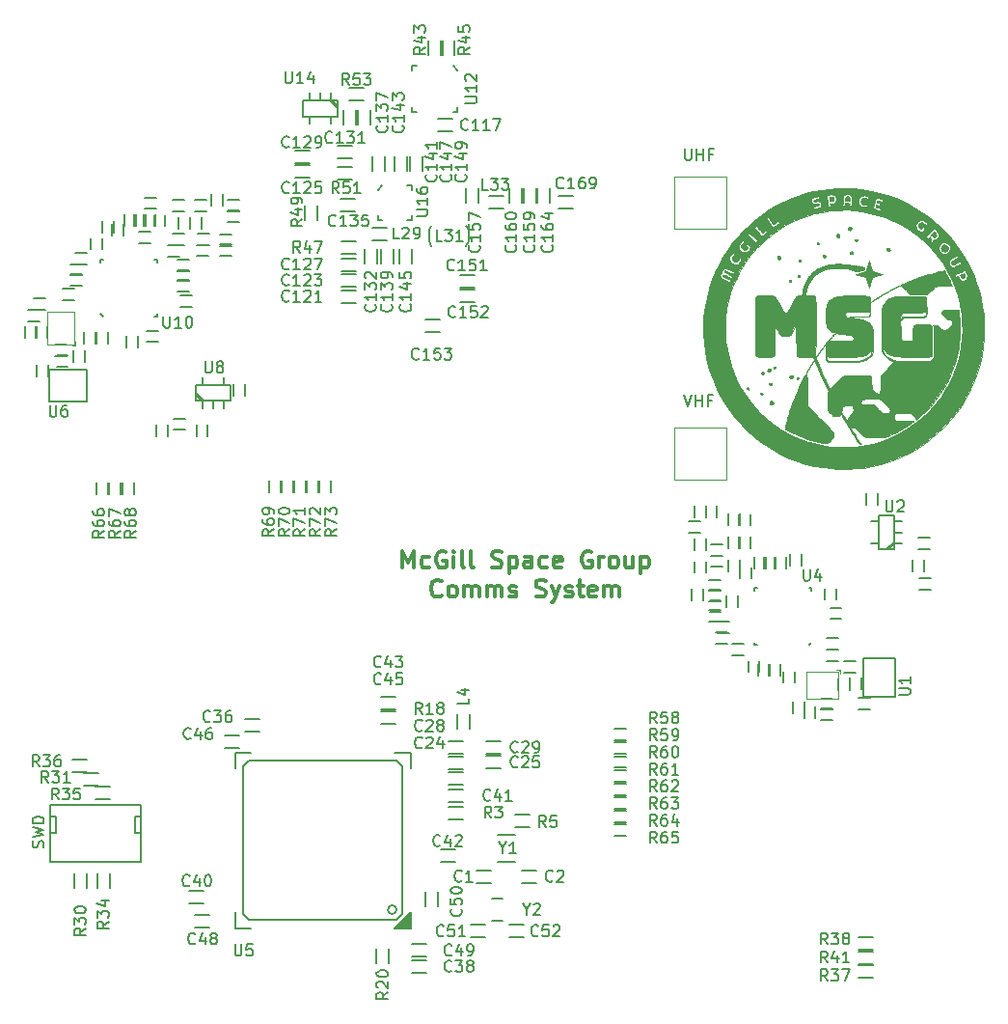
<source format=gbr>
%TF.GenerationSoftware,KiCad,Pcbnew,(5.1.6)-1*%
%TF.CreationDate,2020-06-01T16:59:42-04:00*%
%TF.ProjectId,upsat-comms-hardware,75707361-742d-4636-9f6d-6d732d686172,0.3*%
%TF.SameCoordinates,Original*%
%TF.FileFunction,Legend,Top*%
%TF.FilePolarity,Positive*%
%FSLAX46Y46*%
G04 Gerber Fmt 4.6, Leading zero omitted, Abs format (unit mm)*
G04 Created by KiCad (PCBNEW (5.1.6)-1) date 2020-06-01 16:59:42*
%MOMM*%
%LPD*%
G01*
G04 APERTURE LIST*
%ADD10C,0.300000*%
%ADD11C,0.010000*%
%ADD12C,0.150000*%
%ADD13C,0.127000*%
%ADD14C,0.149860*%
%ADD15C,0.100000*%
%ADD16C,0.200000*%
%ADD17C,0.170000*%
G04 APERTURE END LIST*
D10*
X140344285Y-108623571D02*
X140344285Y-107123571D01*
X140844285Y-108195000D01*
X141344285Y-107123571D01*
X141344285Y-108623571D01*
X142701428Y-108552142D02*
X142558571Y-108623571D01*
X142272857Y-108623571D01*
X142130000Y-108552142D01*
X142058571Y-108480714D01*
X141987142Y-108337857D01*
X141987142Y-107909285D01*
X142058571Y-107766428D01*
X142130000Y-107695000D01*
X142272857Y-107623571D01*
X142558571Y-107623571D01*
X142701428Y-107695000D01*
X144130000Y-107195000D02*
X143987142Y-107123571D01*
X143772857Y-107123571D01*
X143558571Y-107195000D01*
X143415714Y-107337857D01*
X143344285Y-107480714D01*
X143272857Y-107766428D01*
X143272857Y-107980714D01*
X143344285Y-108266428D01*
X143415714Y-108409285D01*
X143558571Y-108552142D01*
X143772857Y-108623571D01*
X143915714Y-108623571D01*
X144130000Y-108552142D01*
X144201428Y-108480714D01*
X144201428Y-107980714D01*
X143915714Y-107980714D01*
X144844285Y-108623571D02*
X144844285Y-107623571D01*
X144844285Y-107123571D02*
X144772857Y-107195000D01*
X144844285Y-107266428D01*
X144915714Y-107195000D01*
X144844285Y-107123571D01*
X144844285Y-107266428D01*
X145772857Y-108623571D02*
X145630000Y-108552142D01*
X145558571Y-108409285D01*
X145558571Y-107123571D01*
X146558571Y-108623571D02*
X146415714Y-108552142D01*
X146344285Y-108409285D01*
X146344285Y-107123571D01*
X148201428Y-108552142D02*
X148415714Y-108623571D01*
X148772857Y-108623571D01*
X148915714Y-108552142D01*
X148987142Y-108480714D01*
X149058571Y-108337857D01*
X149058571Y-108195000D01*
X148987142Y-108052142D01*
X148915714Y-107980714D01*
X148772857Y-107909285D01*
X148487142Y-107837857D01*
X148344285Y-107766428D01*
X148272857Y-107695000D01*
X148201428Y-107552142D01*
X148201428Y-107409285D01*
X148272857Y-107266428D01*
X148344285Y-107195000D01*
X148487142Y-107123571D01*
X148844285Y-107123571D01*
X149058571Y-107195000D01*
X149701428Y-107623571D02*
X149701428Y-109123571D01*
X149701428Y-107695000D02*
X149844285Y-107623571D01*
X150130000Y-107623571D01*
X150272857Y-107695000D01*
X150344285Y-107766428D01*
X150415714Y-107909285D01*
X150415714Y-108337857D01*
X150344285Y-108480714D01*
X150272857Y-108552142D01*
X150130000Y-108623571D01*
X149844285Y-108623571D01*
X149701428Y-108552142D01*
X151701428Y-108623571D02*
X151701428Y-107837857D01*
X151630000Y-107695000D01*
X151487142Y-107623571D01*
X151201428Y-107623571D01*
X151058571Y-107695000D01*
X151701428Y-108552142D02*
X151558571Y-108623571D01*
X151201428Y-108623571D01*
X151058571Y-108552142D01*
X150987142Y-108409285D01*
X150987142Y-108266428D01*
X151058571Y-108123571D01*
X151201428Y-108052142D01*
X151558571Y-108052142D01*
X151701428Y-107980714D01*
X153058571Y-108552142D02*
X152915714Y-108623571D01*
X152630000Y-108623571D01*
X152487142Y-108552142D01*
X152415714Y-108480714D01*
X152344285Y-108337857D01*
X152344285Y-107909285D01*
X152415714Y-107766428D01*
X152487142Y-107695000D01*
X152630000Y-107623571D01*
X152915714Y-107623571D01*
X153058571Y-107695000D01*
X154272857Y-108552142D02*
X154130000Y-108623571D01*
X153844285Y-108623571D01*
X153701428Y-108552142D01*
X153630000Y-108409285D01*
X153630000Y-107837857D01*
X153701428Y-107695000D01*
X153844285Y-107623571D01*
X154130000Y-107623571D01*
X154272857Y-107695000D01*
X154344285Y-107837857D01*
X154344285Y-107980714D01*
X153630000Y-108123571D01*
X156915714Y-107195000D02*
X156772857Y-107123571D01*
X156558571Y-107123571D01*
X156344285Y-107195000D01*
X156201428Y-107337857D01*
X156130000Y-107480714D01*
X156058571Y-107766428D01*
X156058571Y-107980714D01*
X156130000Y-108266428D01*
X156201428Y-108409285D01*
X156344285Y-108552142D01*
X156558571Y-108623571D01*
X156701428Y-108623571D01*
X156915714Y-108552142D01*
X156987142Y-108480714D01*
X156987142Y-107980714D01*
X156701428Y-107980714D01*
X157630000Y-108623571D02*
X157630000Y-107623571D01*
X157630000Y-107909285D02*
X157701428Y-107766428D01*
X157772857Y-107695000D01*
X157915714Y-107623571D01*
X158058571Y-107623571D01*
X158772857Y-108623571D02*
X158630000Y-108552142D01*
X158558571Y-108480714D01*
X158487142Y-108337857D01*
X158487142Y-107909285D01*
X158558571Y-107766428D01*
X158630000Y-107695000D01*
X158772857Y-107623571D01*
X158987142Y-107623571D01*
X159130000Y-107695000D01*
X159201428Y-107766428D01*
X159272857Y-107909285D01*
X159272857Y-108337857D01*
X159201428Y-108480714D01*
X159130000Y-108552142D01*
X158987142Y-108623571D01*
X158772857Y-108623571D01*
X160558571Y-107623571D02*
X160558571Y-108623571D01*
X159915714Y-107623571D02*
X159915714Y-108409285D01*
X159987142Y-108552142D01*
X160130000Y-108623571D01*
X160344285Y-108623571D01*
X160487142Y-108552142D01*
X160558571Y-108480714D01*
X161272857Y-107623571D02*
X161272857Y-109123571D01*
X161272857Y-107695000D02*
X161415714Y-107623571D01*
X161701428Y-107623571D01*
X161844285Y-107695000D01*
X161915714Y-107766428D01*
X161987142Y-107909285D01*
X161987142Y-108337857D01*
X161915714Y-108480714D01*
X161844285Y-108552142D01*
X161701428Y-108623571D01*
X161415714Y-108623571D01*
X161272857Y-108552142D01*
X143772857Y-111030714D02*
X143701428Y-111102142D01*
X143487142Y-111173571D01*
X143344285Y-111173571D01*
X143130000Y-111102142D01*
X142987142Y-110959285D01*
X142915714Y-110816428D01*
X142844285Y-110530714D01*
X142844285Y-110316428D01*
X142915714Y-110030714D01*
X142987142Y-109887857D01*
X143130000Y-109745000D01*
X143344285Y-109673571D01*
X143487142Y-109673571D01*
X143701428Y-109745000D01*
X143772857Y-109816428D01*
X144630000Y-111173571D02*
X144487142Y-111102142D01*
X144415714Y-111030714D01*
X144344285Y-110887857D01*
X144344285Y-110459285D01*
X144415714Y-110316428D01*
X144487142Y-110245000D01*
X144630000Y-110173571D01*
X144844285Y-110173571D01*
X144987142Y-110245000D01*
X145058571Y-110316428D01*
X145130000Y-110459285D01*
X145130000Y-110887857D01*
X145058571Y-111030714D01*
X144987142Y-111102142D01*
X144844285Y-111173571D01*
X144630000Y-111173571D01*
X145772857Y-111173571D02*
X145772857Y-110173571D01*
X145772857Y-110316428D02*
X145844285Y-110245000D01*
X145987142Y-110173571D01*
X146201428Y-110173571D01*
X146344285Y-110245000D01*
X146415714Y-110387857D01*
X146415714Y-111173571D01*
X146415714Y-110387857D02*
X146487142Y-110245000D01*
X146630000Y-110173571D01*
X146844285Y-110173571D01*
X146987142Y-110245000D01*
X147058571Y-110387857D01*
X147058571Y-111173571D01*
X147772857Y-111173571D02*
X147772857Y-110173571D01*
X147772857Y-110316428D02*
X147844285Y-110245000D01*
X147987142Y-110173571D01*
X148201428Y-110173571D01*
X148344285Y-110245000D01*
X148415714Y-110387857D01*
X148415714Y-111173571D01*
X148415714Y-110387857D02*
X148487142Y-110245000D01*
X148630000Y-110173571D01*
X148844285Y-110173571D01*
X148987142Y-110245000D01*
X149058571Y-110387857D01*
X149058571Y-111173571D01*
X149701428Y-111102142D02*
X149844285Y-111173571D01*
X150130000Y-111173571D01*
X150272857Y-111102142D01*
X150344285Y-110959285D01*
X150344285Y-110887857D01*
X150272857Y-110745000D01*
X150130000Y-110673571D01*
X149915714Y-110673571D01*
X149772857Y-110602142D01*
X149701428Y-110459285D01*
X149701428Y-110387857D01*
X149772857Y-110245000D01*
X149915714Y-110173571D01*
X150130000Y-110173571D01*
X150272857Y-110245000D01*
X152058571Y-111102142D02*
X152272857Y-111173571D01*
X152630000Y-111173571D01*
X152772857Y-111102142D01*
X152844285Y-111030714D01*
X152915714Y-110887857D01*
X152915714Y-110745000D01*
X152844285Y-110602142D01*
X152772857Y-110530714D01*
X152630000Y-110459285D01*
X152344285Y-110387857D01*
X152201428Y-110316428D01*
X152130000Y-110245000D01*
X152058571Y-110102142D01*
X152058571Y-109959285D01*
X152130000Y-109816428D01*
X152201428Y-109745000D01*
X152344285Y-109673571D01*
X152701428Y-109673571D01*
X152915714Y-109745000D01*
X153415714Y-110173571D02*
X153772857Y-111173571D01*
X154130000Y-110173571D02*
X153772857Y-111173571D01*
X153630000Y-111530714D01*
X153558571Y-111602142D01*
X153415714Y-111673571D01*
X154630000Y-111102142D02*
X154772857Y-111173571D01*
X155058571Y-111173571D01*
X155201428Y-111102142D01*
X155272857Y-110959285D01*
X155272857Y-110887857D01*
X155201428Y-110745000D01*
X155058571Y-110673571D01*
X154844285Y-110673571D01*
X154701428Y-110602142D01*
X154630000Y-110459285D01*
X154630000Y-110387857D01*
X154701428Y-110245000D01*
X154844285Y-110173571D01*
X155058571Y-110173571D01*
X155201428Y-110245000D01*
X155701428Y-110173571D02*
X156272857Y-110173571D01*
X155915714Y-109673571D02*
X155915714Y-110959285D01*
X155987142Y-111102142D01*
X156130000Y-111173571D01*
X156272857Y-111173571D01*
X157344285Y-111102142D02*
X157201428Y-111173571D01*
X156915714Y-111173571D01*
X156772857Y-111102142D01*
X156701428Y-110959285D01*
X156701428Y-110387857D01*
X156772857Y-110245000D01*
X156915714Y-110173571D01*
X157201428Y-110173571D01*
X157344285Y-110245000D01*
X157415714Y-110387857D01*
X157415714Y-110530714D01*
X156701428Y-110673571D01*
X158058571Y-111173571D02*
X158058571Y-110173571D01*
X158058571Y-110316428D02*
X158130000Y-110245000D01*
X158272857Y-110173571D01*
X158487142Y-110173571D01*
X158630000Y-110245000D01*
X158701428Y-110387857D01*
X158701428Y-111173571D01*
X158701428Y-110387857D02*
X158772857Y-110245000D01*
X158915714Y-110173571D01*
X159130000Y-110173571D01*
X159272857Y-110245000D01*
X159344285Y-110387857D01*
X159344285Y-111173571D01*
D11*
%TO.C,G\u002A\u002A\u002A*%
G36*
X179222400Y-86321900D02*
G01*
X179209700Y-86334600D01*
X179197000Y-86321900D01*
X179209700Y-86309200D01*
X179222400Y-86321900D01*
G37*
X179222400Y-86321900D02*
X179209700Y-86334600D01*
X179197000Y-86321900D01*
X179209700Y-86309200D01*
X179222400Y-86321900D01*
G36*
X179222400Y-86474300D02*
G01*
X179209700Y-86487000D01*
X179197000Y-86474300D01*
X179209700Y-86461600D01*
X179222400Y-86474300D01*
G37*
X179222400Y-86474300D02*
X179209700Y-86487000D01*
X179197000Y-86474300D01*
X179209700Y-86461600D01*
X179222400Y-86474300D01*
G36*
X179247800Y-86525100D02*
G01*
X179235100Y-86537800D01*
X179222400Y-86525100D01*
X179235100Y-86512400D01*
X179247800Y-86525100D01*
G37*
X179247800Y-86525100D02*
X179235100Y-86537800D01*
X179222400Y-86525100D01*
X179235100Y-86512400D01*
X179247800Y-86525100D01*
G36*
X181533800Y-89446100D02*
G01*
X181521100Y-89458800D01*
X181508400Y-89446100D01*
X181521100Y-89433400D01*
X181533800Y-89446100D01*
G37*
X181533800Y-89446100D02*
X181521100Y-89458800D01*
X181508400Y-89446100D01*
X181521100Y-89433400D01*
X181533800Y-89446100D01*
G36*
X181152800Y-89852500D02*
G01*
X181140100Y-89865200D01*
X181127400Y-89852500D01*
X181140100Y-89839800D01*
X181152800Y-89852500D01*
G37*
X181152800Y-89852500D02*
X181140100Y-89865200D01*
X181127400Y-89852500D01*
X181140100Y-89839800D01*
X181152800Y-89852500D01*
G36*
X181025800Y-89928700D02*
G01*
X181013100Y-89941400D01*
X181000400Y-89928700D01*
X181013100Y-89916000D01*
X181025800Y-89928700D01*
G37*
X181025800Y-89928700D02*
X181013100Y-89941400D01*
X181000400Y-89928700D01*
X181013100Y-89916000D01*
X181025800Y-89928700D01*
G36*
X184277000Y-86245700D02*
G01*
X184264300Y-86258400D01*
X184251600Y-86245700D01*
X184264300Y-86233000D01*
X184277000Y-86245700D01*
G37*
X184277000Y-86245700D02*
X184264300Y-86258400D01*
X184251600Y-86245700D01*
X184264300Y-86233000D01*
X184277000Y-86245700D01*
G36*
X184216215Y-86274263D02*
G01*
X184188100Y-86309200D01*
X184149931Y-86346765D01*
X184129426Y-86360000D01*
X184134584Y-86344136D01*
X184162700Y-86309200D01*
X184200868Y-86271634D01*
X184221373Y-86258400D01*
X184216215Y-86274263D01*
G37*
X184216215Y-86274263D02*
X184188100Y-86309200D01*
X184149931Y-86346765D01*
X184129426Y-86360000D01*
X184134584Y-86344136D01*
X184162700Y-86309200D01*
X184200868Y-86271634D01*
X184221373Y-86258400D01*
X184216215Y-86274263D01*
G36*
X184124600Y-86398100D02*
G01*
X184111900Y-86410800D01*
X184099200Y-86398100D01*
X184111900Y-86385400D01*
X184124600Y-86398100D01*
G37*
X184124600Y-86398100D02*
X184111900Y-86410800D01*
X184099200Y-86398100D01*
X184111900Y-86385400D01*
X184124600Y-86398100D01*
G36*
X179439123Y-76033640D02*
G01*
X179515654Y-76084545D01*
X179556173Y-76137601D01*
X179574563Y-76203089D01*
X179578000Y-76275045D01*
X179578000Y-76403200D01*
X179197000Y-76403200D01*
X179197000Y-76265343D01*
X179200630Y-76179916D01*
X179215830Y-76126633D01*
X179249065Y-76087095D01*
X179263925Y-76074843D01*
X179353221Y-76029029D01*
X179439123Y-76033640D01*
G37*
X179439123Y-76033640D02*
X179515654Y-76084545D01*
X179556173Y-76137601D01*
X179574563Y-76203089D01*
X179578000Y-76275045D01*
X179578000Y-76403200D01*
X179197000Y-76403200D01*
X179197000Y-76265343D01*
X179200630Y-76179916D01*
X179215830Y-76126633D01*
X179249065Y-76087095D01*
X179263925Y-76074843D01*
X179353221Y-76029029D01*
X179439123Y-76033640D01*
G36*
X178040964Y-76075960D02*
G01*
X178095593Y-76088680D01*
X178134125Y-76116916D01*
X178153756Y-76139925D01*
X178200991Y-76229893D01*
X178201032Y-76312335D01*
X178157473Y-76380771D01*
X178073910Y-76428722D01*
X177982962Y-76447764D01*
X177898578Y-76451733D01*
X177853800Y-76441983D01*
X177840579Y-76425440D01*
X177832836Y-76382737D01*
X177823931Y-76307178D01*
X177817161Y-76231750D01*
X177804817Y-76073000D01*
X177952965Y-76073000D01*
X178040964Y-76075960D01*
G37*
X178040964Y-76075960D02*
X178095593Y-76088680D01*
X178134125Y-76116916D01*
X178153756Y-76139925D01*
X178200991Y-76229893D01*
X178201032Y-76312335D01*
X178157473Y-76380771D01*
X178073910Y-76428722D01*
X177982962Y-76447764D01*
X177898578Y-76451733D01*
X177853800Y-76441983D01*
X177840579Y-76425440D01*
X177832836Y-76382737D01*
X177823931Y-76307178D01*
X177817161Y-76231750D01*
X177804817Y-76073000D01*
X177952965Y-76073000D01*
X178040964Y-76075960D01*
G36*
X187102750Y-79245838D02*
G01*
X187174502Y-79343575D01*
X187198108Y-79434383D01*
X187174810Y-79523217D01*
X187173136Y-79526398D01*
X187118095Y-79580494D01*
X187036966Y-79606141D01*
X186948759Y-79598282D01*
X186929517Y-79591224D01*
X186858830Y-79548976D01*
X186793159Y-79492155D01*
X186793008Y-79491991D01*
X186730916Y-79424705D01*
X187007500Y-79144043D01*
X187102750Y-79245838D01*
G37*
X187102750Y-79245838D02*
X187174502Y-79343575D01*
X187198108Y-79434383D01*
X187174810Y-79523217D01*
X187173136Y-79526398D01*
X187118095Y-79580494D01*
X187036966Y-79606141D01*
X186948759Y-79598282D01*
X186929517Y-79591224D01*
X186858830Y-79548976D01*
X186793159Y-79492155D01*
X186793008Y-79491991D01*
X186730916Y-79424705D01*
X187007500Y-79144043D01*
X187102750Y-79245838D01*
G36*
X188005975Y-80283692D02*
G01*
X188104759Y-80336285D01*
X188173484Y-80412050D01*
X188177041Y-80418608D01*
X188207967Y-80524400D01*
X188203954Y-80638600D01*
X188167405Y-80741848D01*
X188130872Y-80790472D01*
X188046273Y-80842778D01*
X187937381Y-80865703D01*
X187822912Y-80856898D01*
X187762199Y-80836716D01*
X187687583Y-80778530D01*
X187631578Y-80688885D01*
X187605166Y-80586546D01*
X187604400Y-80567104D01*
X187626760Y-80463751D01*
X187685970Y-80370875D01*
X187770225Y-80300793D01*
X187867720Y-80265823D01*
X187894884Y-80264000D01*
X188005975Y-80283692D01*
G37*
X188005975Y-80283692D02*
X188104759Y-80336285D01*
X188173484Y-80412050D01*
X188177041Y-80418608D01*
X188207967Y-80524400D01*
X188203954Y-80638600D01*
X188167405Y-80741848D01*
X188130872Y-80790472D01*
X188046273Y-80842778D01*
X187937381Y-80865703D01*
X187822912Y-80856898D01*
X187762199Y-80836716D01*
X187687583Y-80778530D01*
X187631578Y-80688885D01*
X187605166Y-80586546D01*
X187604400Y-80567104D01*
X187626760Y-80463751D01*
X187685970Y-80370875D01*
X187770225Y-80300793D01*
X187867720Y-80265823D01*
X187894884Y-80264000D01*
X188005975Y-80283692D01*
G36*
X189633216Y-82800504D02*
G01*
X189660693Y-82855105D01*
X189687317Y-82925738D01*
X189706667Y-82995737D01*
X189712600Y-83041386D01*
X189690730Y-83116607D01*
X189634700Y-83171813D01*
X189558882Y-83202008D01*
X189477645Y-83202194D01*
X189405359Y-83167372D01*
X189390938Y-83153250D01*
X189354447Y-83102322D01*
X189318943Y-83037477D01*
X189291941Y-82974976D01*
X189280953Y-82931078D01*
X189283731Y-82921255D01*
X189314397Y-82904488D01*
X189375313Y-82875933D01*
X189450999Y-82842330D01*
X189525973Y-82810422D01*
X189584755Y-82786949D01*
X189611311Y-82778600D01*
X189633216Y-82800504D01*
G37*
X189633216Y-82800504D02*
X189660693Y-82855105D01*
X189687317Y-82925738D01*
X189706667Y-82995737D01*
X189712600Y-83041386D01*
X189690730Y-83116607D01*
X189634700Y-83171813D01*
X189558882Y-83202008D01*
X189477645Y-83202194D01*
X189405359Y-83167372D01*
X189390938Y-83153250D01*
X189354447Y-83102322D01*
X189318943Y-83037477D01*
X189291941Y-82974976D01*
X189280953Y-82931078D01*
X189283731Y-82921255D01*
X189314397Y-82904488D01*
X189375313Y-82875933D01*
X189450999Y-82842330D01*
X189525973Y-82810422D01*
X189584755Y-82786949D01*
X189611311Y-82778600D01*
X189633216Y-82800504D01*
G36*
X179674937Y-78711125D02*
G01*
X179696899Y-78725388D01*
X179698724Y-78735391D01*
X179679600Y-78726496D01*
X179655045Y-78715427D01*
X179665676Y-78734424D01*
X179676127Y-78747544D01*
X179710015Y-78777511D01*
X179726927Y-78780223D01*
X179737286Y-78793423D01*
X179740526Y-78837930D01*
X179737281Y-78894843D01*
X179728187Y-78945265D01*
X179720767Y-78963636D01*
X179685614Y-78980874D01*
X179666086Y-78977473D01*
X179633965Y-78979030D01*
X179628800Y-78991282D01*
X179610017Y-79018084D01*
X179601900Y-79019400D01*
X179587873Y-79003350D01*
X179593172Y-78989998D01*
X179592340Y-78970781D01*
X179556597Y-78974914D01*
X179506538Y-78975499D01*
X179493032Y-78966946D01*
X179685827Y-78966946D01*
X179689301Y-78968600D01*
X179712481Y-78950718D01*
X179717700Y-78943200D01*
X179724172Y-78919453D01*
X179720698Y-78917800D01*
X179697518Y-78935681D01*
X179692300Y-78943200D01*
X179685827Y-78966946D01*
X179493032Y-78966946D01*
X179484891Y-78961791D01*
X179475134Y-78925080D01*
X179480494Y-78925080D01*
X179486674Y-78939275D01*
X179512249Y-78966543D01*
X179526952Y-78960949D01*
X179527200Y-78957399D01*
X179509158Y-78935915D01*
X179497875Y-78928074D01*
X179480494Y-78925080D01*
X179475134Y-78925080D01*
X179469894Y-78905365D01*
X179470125Y-78828825D01*
X179479261Y-78782971D01*
X179488755Y-78788812D01*
X179522521Y-78756184D01*
X179530439Y-78746350D01*
X179552407Y-78716263D01*
X179539253Y-78722571D01*
X179520850Y-78736760D01*
X179485672Y-78768093D01*
X179480873Y-78774883D01*
X179484035Y-78759011D01*
X179498184Y-78731656D01*
X179545082Y-78706929D01*
X179612862Y-78699806D01*
X179674937Y-78711125D01*
G37*
X179674937Y-78711125D02*
X179696899Y-78725388D01*
X179698724Y-78735391D01*
X179679600Y-78726496D01*
X179655045Y-78715427D01*
X179665676Y-78734424D01*
X179676127Y-78747544D01*
X179710015Y-78777511D01*
X179726927Y-78780223D01*
X179737286Y-78793423D01*
X179740526Y-78837930D01*
X179737281Y-78894843D01*
X179728187Y-78945265D01*
X179720767Y-78963636D01*
X179685614Y-78980874D01*
X179666086Y-78977473D01*
X179633965Y-78979030D01*
X179628800Y-78991282D01*
X179610017Y-79018084D01*
X179601900Y-79019400D01*
X179587873Y-79003350D01*
X179593172Y-78989998D01*
X179592340Y-78970781D01*
X179556597Y-78974914D01*
X179506538Y-78975499D01*
X179493032Y-78966946D01*
X179685827Y-78966946D01*
X179689301Y-78968600D01*
X179712481Y-78950718D01*
X179717700Y-78943200D01*
X179724172Y-78919453D01*
X179720698Y-78917800D01*
X179697518Y-78935681D01*
X179692300Y-78943200D01*
X179685827Y-78966946D01*
X179493032Y-78966946D01*
X179484891Y-78961791D01*
X179475134Y-78925080D01*
X179480494Y-78925080D01*
X179486674Y-78939275D01*
X179512249Y-78966543D01*
X179526952Y-78960949D01*
X179527200Y-78957399D01*
X179509158Y-78935915D01*
X179497875Y-78928074D01*
X179480494Y-78925080D01*
X179475134Y-78925080D01*
X179469894Y-78905365D01*
X179470125Y-78828825D01*
X179479261Y-78782971D01*
X179488755Y-78788812D01*
X179522521Y-78756184D01*
X179530439Y-78746350D01*
X179552407Y-78716263D01*
X179539253Y-78722571D01*
X179520850Y-78736760D01*
X179485672Y-78768093D01*
X179480873Y-78774883D01*
X179484035Y-78759011D01*
X179498184Y-78731656D01*
X179545082Y-78706929D01*
X179612862Y-78699806D01*
X179674937Y-78711125D01*
G36*
X178582530Y-79313450D02*
G01*
X178587400Y-79326917D01*
X178605810Y-79344075D01*
X178624686Y-79340726D01*
X178666852Y-79343084D01*
X178679411Y-79354633D01*
X178680492Y-79371267D01*
X178661174Y-79364340D01*
X178642115Y-79357548D01*
X178663233Y-79379142D01*
X178663600Y-79379466D01*
X178694846Y-79436098D01*
X178698612Y-79509140D01*
X178674740Y-79572310D01*
X178664824Y-79583132D01*
X178639881Y-79602968D01*
X178647184Y-79585147D01*
X178652124Y-79577002D01*
X178666606Y-79551124D01*
X178652471Y-79562387D01*
X178638115Y-79577002D01*
X178580297Y-79614775D01*
X178521121Y-79622091D01*
X178477661Y-79598788D01*
X178473833Y-79590900D01*
X178485800Y-79590900D01*
X178498500Y-79603600D01*
X178511200Y-79590900D01*
X178498500Y-79578200D01*
X178485800Y-79590900D01*
X178473833Y-79590900D01*
X178467864Y-79578602D01*
X178450819Y-79542163D01*
X178438462Y-79537982D01*
X178428108Y-79524779D01*
X178424872Y-79480270D01*
X178428119Y-79423356D01*
X178432557Y-79398746D01*
X178441227Y-79398746D01*
X178444701Y-79400400D01*
X178467881Y-79382518D01*
X178473100Y-79375000D01*
X178479572Y-79351253D01*
X178476098Y-79349600D01*
X178452918Y-79367481D01*
X178447700Y-79375000D01*
X178441227Y-79398746D01*
X178432557Y-79398746D01*
X178437213Y-79372934D01*
X178444632Y-79354563D01*
X178479527Y-79338182D01*
X178503480Y-79342325D01*
X178531479Y-79345462D01*
X178526567Y-79328516D01*
X178528426Y-79303044D01*
X178547800Y-79298800D01*
X178582530Y-79313450D01*
G37*
X178582530Y-79313450D02*
X178587400Y-79326917D01*
X178605810Y-79344075D01*
X178624686Y-79340726D01*
X178666852Y-79343084D01*
X178679411Y-79354633D01*
X178680492Y-79371267D01*
X178661174Y-79364340D01*
X178642115Y-79357548D01*
X178663233Y-79379142D01*
X178663600Y-79379466D01*
X178694846Y-79436098D01*
X178698612Y-79509140D01*
X178674740Y-79572310D01*
X178664824Y-79583132D01*
X178639881Y-79602968D01*
X178647184Y-79585147D01*
X178652124Y-79577002D01*
X178666606Y-79551124D01*
X178652471Y-79562387D01*
X178638115Y-79577002D01*
X178580297Y-79614775D01*
X178521121Y-79622091D01*
X178477661Y-79598788D01*
X178473833Y-79590900D01*
X178485800Y-79590900D01*
X178498500Y-79603600D01*
X178511200Y-79590900D01*
X178498500Y-79578200D01*
X178485800Y-79590900D01*
X178473833Y-79590900D01*
X178467864Y-79578602D01*
X178450819Y-79542163D01*
X178438462Y-79537982D01*
X178428108Y-79524779D01*
X178424872Y-79480270D01*
X178428119Y-79423356D01*
X178432557Y-79398746D01*
X178441227Y-79398746D01*
X178444701Y-79400400D01*
X178467881Y-79382518D01*
X178473100Y-79375000D01*
X178479572Y-79351253D01*
X178476098Y-79349600D01*
X178452918Y-79367481D01*
X178447700Y-79375000D01*
X178441227Y-79398746D01*
X178432557Y-79398746D01*
X178437213Y-79372934D01*
X178444632Y-79354563D01*
X178479527Y-79338182D01*
X178503480Y-79342325D01*
X178531479Y-79345462D01*
X178526567Y-79328516D01*
X178528426Y-79303044D01*
X178547800Y-79298800D01*
X178582530Y-79313450D01*
G36*
X180077533Y-79840666D02*
G01*
X180080573Y-79870810D01*
X180077533Y-79874533D01*
X180062433Y-79871046D01*
X180060600Y-79857600D01*
X180069893Y-79836692D01*
X180077533Y-79840666D01*
G37*
X180077533Y-79840666D02*
X180080573Y-79870810D01*
X180077533Y-79874533D01*
X180062433Y-79871046D01*
X180060600Y-79857600D01*
X180069893Y-79836692D01*
X180077533Y-79840666D01*
G36*
X180189331Y-79772651D02*
G01*
X180247577Y-79780068D01*
X180249729Y-79782771D01*
X180238400Y-79794100D01*
X180251100Y-79806800D01*
X180260987Y-79796913D01*
X180270008Y-79808244D01*
X180261690Y-79867368D01*
X180251979Y-79898690D01*
X180227164Y-79919345D01*
X180180276Y-79938303D01*
X180133562Y-79948669D01*
X180109268Y-79943546D01*
X180109090Y-79942977D01*
X180107399Y-79921100D01*
X180111400Y-79921100D01*
X180124100Y-79933800D01*
X180136800Y-79921100D01*
X180124100Y-79908400D01*
X180111400Y-79921100D01*
X180107399Y-79921100D01*
X180106838Y-79913859D01*
X180104560Y-79856004D01*
X180104472Y-79852981D01*
X180107363Y-79798472D01*
X180111673Y-79794373D01*
X180124100Y-79806800D01*
X180136800Y-79794100D01*
X180124693Y-79781993D01*
X180130481Y-79776488D01*
X180189014Y-79772649D01*
X180189331Y-79772651D01*
G37*
X180189331Y-79772651D02*
X180247577Y-79780068D01*
X180249729Y-79782771D01*
X180238400Y-79794100D01*
X180251100Y-79806800D01*
X180260987Y-79796913D01*
X180270008Y-79808244D01*
X180261690Y-79867368D01*
X180251979Y-79898690D01*
X180227164Y-79919345D01*
X180180276Y-79938303D01*
X180133562Y-79948669D01*
X180109268Y-79943546D01*
X180109090Y-79942977D01*
X180107399Y-79921100D01*
X180111400Y-79921100D01*
X180124100Y-79933800D01*
X180136800Y-79921100D01*
X180124100Y-79908400D01*
X180111400Y-79921100D01*
X180107399Y-79921100D01*
X180106838Y-79913859D01*
X180104560Y-79856004D01*
X180104472Y-79852981D01*
X180107363Y-79798472D01*
X180111673Y-79794373D01*
X180124100Y-79806800D01*
X180136800Y-79794100D01*
X180124693Y-79781993D01*
X180130481Y-79776488D01*
X180189014Y-79772649D01*
X180189331Y-79772651D01*
G36*
X176822248Y-80051994D02*
G01*
X176827910Y-80068769D01*
X176838220Y-80093978D01*
X176847500Y-80094666D01*
X176866963Y-80112716D01*
X176872900Y-80149700D01*
X176863774Y-80193593D01*
X176847500Y-80204733D01*
X176827632Y-80219418D01*
X176827910Y-80230630D01*
X176812235Y-80253615D01*
X176785219Y-80257108D01*
X176752254Y-80244057D01*
X176751826Y-80229010D01*
X176747112Y-80215071D01*
X176729452Y-80218949D01*
X176704105Y-80218245D01*
X176700107Y-80181379D01*
X176702768Y-80159766D01*
X176717639Y-80107409D01*
X176737581Y-80086200D01*
X176751601Y-80071434D01*
X176749158Y-80066072D01*
X176759316Y-80048210D01*
X176785219Y-80042291D01*
X176822248Y-80051994D01*
G37*
X176822248Y-80051994D02*
X176827910Y-80068769D01*
X176838220Y-80093978D01*
X176847500Y-80094666D01*
X176866963Y-80112716D01*
X176872900Y-80149700D01*
X176863774Y-80193593D01*
X176847500Y-80204733D01*
X176827632Y-80219418D01*
X176827910Y-80230630D01*
X176812235Y-80253615D01*
X176785219Y-80257108D01*
X176752254Y-80244057D01*
X176751826Y-80229010D01*
X176747112Y-80215071D01*
X176729452Y-80218949D01*
X176704105Y-80218245D01*
X176700107Y-80181379D01*
X176702768Y-80159766D01*
X176717639Y-80107409D01*
X176737581Y-80086200D01*
X176751601Y-80071434D01*
X176749158Y-80066072D01*
X176759316Y-80048210D01*
X176785219Y-80042291D01*
X176822248Y-80051994D01*
G36*
X183079275Y-80553674D02*
G01*
X183106329Y-80577285D01*
X183108600Y-80582999D01*
X183096545Y-80593438D01*
X183071449Y-80570046D01*
X183068074Y-80564875D01*
X183065080Y-80547494D01*
X183079275Y-80553674D01*
G37*
X183079275Y-80553674D02*
X183106329Y-80577285D01*
X183108600Y-80582999D01*
X183096545Y-80593438D01*
X183071449Y-80570046D01*
X183068074Y-80564875D01*
X183065080Y-80547494D01*
X183079275Y-80553674D01*
G36*
X183000555Y-80539072D02*
G01*
X183048895Y-80565022D01*
X183070500Y-80583301D01*
X183100115Y-80626519D01*
X183119365Y-80676228D01*
X183124929Y-80717162D01*
X183113487Y-80734061D01*
X183102432Y-80730088D01*
X183087457Y-80738224D01*
X183087851Y-80763101D01*
X183082977Y-80797466D01*
X183043527Y-80802642D01*
X183035973Y-80801683D01*
X182994343Y-80803621D01*
X182993022Y-80820733D01*
X182988387Y-80844007D01*
X182968900Y-80848200D01*
X182941812Y-80835454D01*
X182946167Y-80818483D01*
X182947395Y-80799380D01*
X182922571Y-80804869D01*
X182889686Y-80805896D01*
X182886654Y-80790135D01*
X182883831Y-80784700D01*
X183057800Y-80784700D01*
X183070500Y-80797400D01*
X183083200Y-80784700D01*
X183070500Y-80772000D01*
X183057800Y-80784700D01*
X182883831Y-80784700D01*
X182873895Y-80765572D01*
X182861864Y-80765345D01*
X182842165Y-80753123D01*
X182845531Y-80733595D01*
X182844250Y-80701161D01*
X182831917Y-80695800D01*
X182805115Y-80677017D01*
X182803800Y-80668900D01*
X182819883Y-80654959D01*
X182833516Y-80660367D01*
X182852590Y-80661598D01*
X182847013Y-80636466D01*
X182845172Y-80601323D01*
X182856896Y-80594200D01*
X182871407Y-80578631D01*
X182867479Y-80569090D01*
X182871782Y-80555072D01*
X182895547Y-80560707D01*
X182925291Y-80564665D01*
X182922434Y-80550413D01*
X182922585Y-80528493D01*
X182953538Y-80525804D01*
X183000555Y-80539072D01*
G37*
X183000555Y-80539072D02*
X183048895Y-80565022D01*
X183070500Y-80583301D01*
X183100115Y-80626519D01*
X183119365Y-80676228D01*
X183124929Y-80717162D01*
X183113487Y-80734061D01*
X183102432Y-80730088D01*
X183087457Y-80738224D01*
X183087851Y-80763101D01*
X183082977Y-80797466D01*
X183043527Y-80802642D01*
X183035973Y-80801683D01*
X182994343Y-80803621D01*
X182993022Y-80820733D01*
X182988387Y-80844007D01*
X182968900Y-80848200D01*
X182941812Y-80835454D01*
X182946167Y-80818483D01*
X182947395Y-80799380D01*
X182922571Y-80804869D01*
X182889686Y-80805896D01*
X182886654Y-80790135D01*
X182883831Y-80784700D01*
X183057800Y-80784700D01*
X183070500Y-80797400D01*
X183083200Y-80784700D01*
X183070500Y-80772000D01*
X183057800Y-80784700D01*
X182883831Y-80784700D01*
X182873895Y-80765572D01*
X182861864Y-80765345D01*
X182842165Y-80753123D01*
X182845531Y-80733595D01*
X182844250Y-80701161D01*
X182831917Y-80695800D01*
X182805115Y-80677017D01*
X182803800Y-80668900D01*
X182819883Y-80654959D01*
X182833516Y-80660367D01*
X182852590Y-80661598D01*
X182847013Y-80636466D01*
X182845172Y-80601323D01*
X182856896Y-80594200D01*
X182871407Y-80578631D01*
X182867479Y-80569090D01*
X182871782Y-80555072D01*
X182895547Y-80560707D01*
X182925291Y-80564665D01*
X182922434Y-80550413D01*
X182922585Y-80528493D01*
X182953538Y-80525804D01*
X183000555Y-80539072D01*
G36*
X179817598Y-80848938D02*
G01*
X179814954Y-80855231D01*
X179816891Y-80871583D01*
X179839239Y-80866510D01*
X179868246Y-80864361D01*
X179864489Y-80891760D01*
X179861713Y-80919250D01*
X179872133Y-80918292D01*
X179888680Y-80929159D01*
X179895500Y-80975200D01*
X179888591Y-81021455D01*
X179872133Y-81032107D01*
X179859720Y-81038064D01*
X179864489Y-81058639D01*
X179866638Y-81087646D01*
X179839239Y-81083889D01*
X179811749Y-81081113D01*
X179812707Y-81091533D01*
X179801632Y-81107878D01*
X179754875Y-81114895D01*
X179753374Y-81114900D01*
X179700909Y-81108762D01*
X179679600Y-81094350D01*
X179664414Y-81083855D01*
X179659280Y-81086359D01*
X179644618Y-81072752D01*
X179634143Y-81023186D01*
X179632883Y-81008667D01*
X179627419Y-80943006D01*
X179622047Y-80901129D01*
X179621452Y-80898548D01*
X179619250Y-80886300D01*
X179628800Y-80886300D01*
X179641500Y-80899000D01*
X179654200Y-80886300D01*
X179641500Y-80873600D01*
X179628800Y-80886300D01*
X179619250Y-80886300D01*
X179619085Y-80885386D01*
X179629318Y-80876326D01*
X179664450Y-80866147D01*
X179736570Y-80849672D01*
X179799304Y-80839774D01*
X179817598Y-80848938D01*
G37*
X179817598Y-80848938D02*
X179814954Y-80855231D01*
X179816891Y-80871583D01*
X179839239Y-80866510D01*
X179868246Y-80864361D01*
X179864489Y-80891760D01*
X179861713Y-80919250D01*
X179872133Y-80918292D01*
X179888680Y-80929159D01*
X179895500Y-80975200D01*
X179888591Y-81021455D01*
X179872133Y-81032107D01*
X179859720Y-81038064D01*
X179864489Y-81058639D01*
X179866638Y-81087646D01*
X179839239Y-81083889D01*
X179811749Y-81081113D01*
X179812707Y-81091533D01*
X179801632Y-81107878D01*
X179754875Y-81114895D01*
X179753374Y-81114900D01*
X179700909Y-81108762D01*
X179679600Y-81094350D01*
X179664414Y-81083855D01*
X179659280Y-81086359D01*
X179644618Y-81072752D01*
X179634143Y-81023186D01*
X179632883Y-81008667D01*
X179627419Y-80943006D01*
X179622047Y-80901129D01*
X179621452Y-80898548D01*
X179619250Y-80886300D01*
X179628800Y-80886300D01*
X179641500Y-80899000D01*
X179654200Y-80886300D01*
X179641500Y-80873600D01*
X179628800Y-80886300D01*
X179619250Y-80886300D01*
X179619085Y-80885386D01*
X179629318Y-80876326D01*
X179664450Y-80866147D01*
X179736570Y-80849672D01*
X179799304Y-80839774D01*
X179817598Y-80848938D01*
G36*
X177431619Y-81183551D02*
G01*
X177437716Y-81186969D01*
X177457757Y-81219359D01*
X177461663Y-81265275D01*
X177449481Y-81299981D01*
X177437495Y-81305400D01*
X177427319Y-81321244D01*
X177431520Y-81330509D01*
X177427217Y-81344527D01*
X177403452Y-81338892D01*
X177373715Y-81334615D01*
X177378232Y-81351883D01*
X177376230Y-81377164D01*
X177355500Y-81381600D01*
X177328412Y-81368854D01*
X177332767Y-81351883D01*
X177334016Y-81332932D01*
X177307547Y-81338892D01*
X177277943Y-81342783D01*
X177279479Y-81330509D01*
X177279640Y-81307209D01*
X177272332Y-81305400D01*
X177253168Y-81285225D01*
X177250422Y-81240658D01*
X177254626Y-81227546D01*
X177272827Y-81227546D01*
X177276301Y-81229200D01*
X177299481Y-81211318D01*
X177304700Y-81203800D01*
X177309638Y-81185680D01*
X177397694Y-81185680D01*
X177403874Y-81199875D01*
X177429449Y-81227143D01*
X177444152Y-81221549D01*
X177444400Y-81217999D01*
X177426358Y-81196515D01*
X177415075Y-81188674D01*
X177397694Y-81185680D01*
X177309638Y-81185680D01*
X177311172Y-81180053D01*
X177307698Y-81178400D01*
X177284518Y-81196281D01*
X177279300Y-81203800D01*
X177272827Y-81227546D01*
X177254626Y-81227546D01*
X177264858Y-81195635D01*
X177268649Y-81190199D01*
X177310016Y-81170720D01*
X177373103Y-81168336D01*
X177431619Y-81183551D01*
G37*
X177431619Y-81183551D02*
X177437716Y-81186969D01*
X177457757Y-81219359D01*
X177461663Y-81265275D01*
X177449481Y-81299981D01*
X177437495Y-81305400D01*
X177427319Y-81321244D01*
X177431520Y-81330509D01*
X177427217Y-81344527D01*
X177403452Y-81338892D01*
X177373715Y-81334615D01*
X177378232Y-81351883D01*
X177376230Y-81377164D01*
X177355500Y-81381600D01*
X177328412Y-81368854D01*
X177332767Y-81351883D01*
X177334016Y-81332932D01*
X177307547Y-81338892D01*
X177277943Y-81342783D01*
X177279479Y-81330509D01*
X177279640Y-81307209D01*
X177272332Y-81305400D01*
X177253168Y-81285225D01*
X177250422Y-81240658D01*
X177254626Y-81227546D01*
X177272827Y-81227546D01*
X177276301Y-81229200D01*
X177299481Y-81211318D01*
X177304700Y-81203800D01*
X177309638Y-81185680D01*
X177397694Y-81185680D01*
X177403874Y-81199875D01*
X177429449Y-81227143D01*
X177444152Y-81221549D01*
X177444400Y-81217999D01*
X177426358Y-81196515D01*
X177415075Y-81188674D01*
X177397694Y-81185680D01*
X177309638Y-81185680D01*
X177311172Y-81180053D01*
X177307698Y-81178400D01*
X177284518Y-81196281D01*
X177279300Y-81203800D01*
X177272827Y-81227546D01*
X177254626Y-81227546D01*
X177264858Y-81195635D01*
X177268649Y-81190199D01*
X177310016Y-81170720D01*
X177373103Y-81168336D01*
X177431619Y-81183551D01*
G36*
X173532800Y-81419700D02*
G01*
X173520100Y-81432400D01*
X173507400Y-81419700D01*
X173520100Y-81407000D01*
X173532800Y-81419700D01*
G37*
X173532800Y-81419700D02*
X173520100Y-81432400D01*
X173507400Y-81419700D01*
X173520100Y-81407000D01*
X173532800Y-81419700D01*
G36*
X173425061Y-81265930D02*
G01*
X173422641Y-81273688D01*
X173428081Y-81300860D01*
X173453571Y-81332189D01*
X173480135Y-81346465D01*
X173485643Y-81344089D01*
X173491694Y-81359846D01*
X173494643Y-81410338D01*
X173494700Y-81419700D01*
X173488093Y-81475406D01*
X173471924Y-81500118D01*
X173469300Y-81500133D01*
X173449633Y-81514907D01*
X173449945Y-81526735D01*
X173437979Y-81546161D01*
X173414028Y-81541469D01*
X173385608Y-81538055D01*
X173390432Y-81555083D01*
X173388430Y-81580364D01*
X173367700Y-81584800D01*
X173340730Y-81572088D01*
X173343577Y-81557333D01*
X173338262Y-81538449D01*
X173300626Y-81538283D01*
X173256314Y-81536069D01*
X173252215Y-81521300D01*
X173253400Y-81521300D01*
X173266100Y-81534000D01*
X173278800Y-81521300D01*
X173266100Y-81508600D01*
X173253400Y-81521300D01*
X173252215Y-81521300D01*
X173247863Y-81505620D01*
X173248748Y-81499701D01*
X173246634Y-81466934D01*
X173236048Y-81465525D01*
X173219161Y-81458767D01*
X173214894Y-81420802D01*
X173221536Y-81369157D01*
X173237376Y-81321363D01*
X173252175Y-81300320D01*
X173277105Y-81280626D01*
X173269736Y-81298583D01*
X173264875Y-81306597D01*
X173250393Y-81332475D01*
X173264528Y-81321212D01*
X173278884Y-81306597D01*
X173316240Y-81281815D01*
X173364390Y-81264181D01*
X173406330Y-81257589D01*
X173425061Y-81265930D01*
G37*
X173425061Y-81265930D02*
X173422641Y-81273688D01*
X173428081Y-81300860D01*
X173453571Y-81332189D01*
X173480135Y-81346465D01*
X173485643Y-81344089D01*
X173491694Y-81359846D01*
X173494643Y-81410338D01*
X173494700Y-81419700D01*
X173488093Y-81475406D01*
X173471924Y-81500118D01*
X173469300Y-81500133D01*
X173449633Y-81514907D01*
X173449945Y-81526735D01*
X173437979Y-81546161D01*
X173414028Y-81541469D01*
X173385608Y-81538055D01*
X173390432Y-81555083D01*
X173388430Y-81580364D01*
X173367700Y-81584800D01*
X173340730Y-81572088D01*
X173343577Y-81557333D01*
X173338262Y-81538449D01*
X173300626Y-81538283D01*
X173256314Y-81536069D01*
X173252215Y-81521300D01*
X173253400Y-81521300D01*
X173266100Y-81534000D01*
X173278800Y-81521300D01*
X173266100Y-81508600D01*
X173253400Y-81521300D01*
X173252215Y-81521300D01*
X173247863Y-81505620D01*
X173248748Y-81499701D01*
X173246634Y-81466934D01*
X173236048Y-81465525D01*
X173219161Y-81458767D01*
X173214894Y-81420802D01*
X173221536Y-81369157D01*
X173237376Y-81321363D01*
X173252175Y-81300320D01*
X173277105Y-81280626D01*
X173269736Y-81298583D01*
X173264875Y-81306597D01*
X173250393Y-81332475D01*
X173264528Y-81321212D01*
X173278884Y-81306597D01*
X173316240Y-81281815D01*
X173364390Y-81264181D01*
X173406330Y-81257589D01*
X173425061Y-81265930D01*
G36*
X181305200Y-81699100D02*
G01*
X181292500Y-81711800D01*
X181279800Y-81699100D01*
X181292500Y-81686400D01*
X181305200Y-81699100D01*
G37*
X181305200Y-81699100D02*
X181292500Y-81711800D01*
X181279800Y-81699100D01*
X181292500Y-81686400D01*
X181305200Y-81699100D01*
G36*
X175293040Y-81581890D02*
G01*
X175308056Y-81594194D01*
X175318616Y-81639620D01*
X175298123Y-81694924D01*
X175280656Y-81738134D01*
X175288083Y-81748089D01*
X175290396Y-81746811D01*
X175306918Y-81744925D01*
X175302487Y-81755500D01*
X175267225Y-81775462D01*
X175221900Y-81781650D01*
X175166967Y-81772344D01*
X175141312Y-81755500D01*
X175142512Y-81741141D01*
X175160825Y-81747859D01*
X175172577Y-81749536D01*
X175152050Y-81729933D01*
X175120407Y-81693328D01*
X175107915Y-81659622D01*
X175117394Y-81643939D01*
X175137316Y-81650967D01*
X175156267Y-81652216D01*
X175150307Y-81625747D01*
X175146416Y-81596143D01*
X175158690Y-81597679D01*
X175182018Y-81598533D01*
X175183701Y-81592080D01*
X175264094Y-81592080D01*
X175270274Y-81606275D01*
X175295849Y-81633543D01*
X175310552Y-81627949D01*
X175310800Y-81624399D01*
X175292758Y-81602915D01*
X175281475Y-81595074D01*
X175264094Y-81592080D01*
X175183701Y-81592080D01*
X175183800Y-81591704D01*
X175203692Y-81571146D01*
X175247860Y-81568030D01*
X175293040Y-81581890D01*
G37*
X175293040Y-81581890D02*
X175308056Y-81594194D01*
X175318616Y-81639620D01*
X175298123Y-81694924D01*
X175280656Y-81738134D01*
X175288083Y-81748089D01*
X175290396Y-81746811D01*
X175306918Y-81744925D01*
X175302487Y-81755500D01*
X175267225Y-81775462D01*
X175221900Y-81781650D01*
X175166967Y-81772344D01*
X175141312Y-81755500D01*
X175142512Y-81741141D01*
X175160825Y-81747859D01*
X175172577Y-81749536D01*
X175152050Y-81729933D01*
X175120407Y-81693328D01*
X175107915Y-81659622D01*
X175117394Y-81643939D01*
X175137316Y-81650967D01*
X175156267Y-81652216D01*
X175150307Y-81625747D01*
X175146416Y-81596143D01*
X175158690Y-81597679D01*
X175182018Y-81598533D01*
X175183701Y-81592080D01*
X175264094Y-81592080D01*
X175270274Y-81606275D01*
X175295849Y-81633543D01*
X175310552Y-81627949D01*
X175310800Y-81624399D01*
X175292758Y-81602915D01*
X175281475Y-81595074D01*
X175264094Y-81592080D01*
X175183701Y-81592080D01*
X175183800Y-81591704D01*
X175203692Y-81571146D01*
X175247860Y-81568030D01*
X175293040Y-81581890D01*
G36*
X181076600Y-82486500D02*
G01*
X181063900Y-82499200D01*
X181051200Y-82486500D01*
X181063900Y-82473800D01*
X181076600Y-82486500D01*
G37*
X181076600Y-82486500D02*
X181063900Y-82499200D01*
X181051200Y-82486500D01*
X181063900Y-82473800D01*
X181076600Y-82486500D01*
G36*
X177215800Y-82537300D02*
G01*
X177203100Y-82550000D01*
X177190400Y-82537300D01*
X177203100Y-82524600D01*
X177215800Y-82537300D01*
G37*
X177215800Y-82537300D02*
X177203100Y-82550000D01*
X177190400Y-82537300D01*
X177203100Y-82524600D01*
X177215800Y-82537300D01*
G36*
X177165000Y-82562700D02*
G01*
X177152300Y-82575400D01*
X177139600Y-82562700D01*
X177152300Y-82550000D01*
X177165000Y-82562700D01*
G37*
X177165000Y-82562700D02*
X177152300Y-82575400D01*
X177139600Y-82562700D01*
X177152300Y-82550000D01*
X177165000Y-82562700D01*
G36*
X181547146Y-82532571D02*
G01*
X181565550Y-82546760D01*
X181605038Y-82583834D01*
X181604867Y-82600382D01*
X181600410Y-82600800D01*
X181579207Y-82583442D01*
X181555960Y-82556350D01*
X181533992Y-82526263D01*
X181547146Y-82532571D01*
G37*
X181547146Y-82532571D02*
X181565550Y-82546760D01*
X181605038Y-82583834D01*
X181604867Y-82600382D01*
X181600410Y-82600800D01*
X181579207Y-82583442D01*
X181555960Y-82556350D01*
X181533992Y-82526263D01*
X181547146Y-82532571D01*
G36*
X180975000Y-82613500D02*
G01*
X180962300Y-82626200D01*
X180949600Y-82613500D01*
X180962300Y-82600800D01*
X180975000Y-82613500D01*
G37*
X180975000Y-82613500D02*
X180962300Y-82626200D01*
X180949600Y-82613500D01*
X180962300Y-82600800D01*
X180975000Y-82613500D01*
G36*
X176911000Y-82689700D02*
G01*
X176898300Y-82702400D01*
X176885600Y-82689700D01*
X176898300Y-82677000D01*
X176911000Y-82689700D01*
G37*
X176911000Y-82689700D02*
X176898300Y-82702400D01*
X176885600Y-82689700D01*
X176898300Y-82677000D01*
X176911000Y-82689700D01*
G36*
X176776031Y-82769607D02*
G01*
X176771300Y-82778600D01*
X176747367Y-82802857D01*
X176742901Y-82804000D01*
X176741168Y-82787592D01*
X176745900Y-82778600D01*
X176769832Y-82754342D01*
X176774298Y-82753200D01*
X176776031Y-82769607D01*
G37*
X176776031Y-82769607D02*
X176771300Y-82778600D01*
X176747367Y-82802857D01*
X176742901Y-82804000D01*
X176741168Y-82787592D01*
X176745900Y-82778600D01*
X176769832Y-82754342D01*
X176774298Y-82753200D01*
X176776031Y-82769607D01*
G36*
X182447166Y-82847838D02*
G01*
X182448200Y-82854800D01*
X182439533Y-82879539D01*
X182436999Y-82880200D01*
X182415313Y-82862401D01*
X182410100Y-82854800D01*
X182412113Y-82831394D01*
X182421300Y-82829400D01*
X182447166Y-82847838D01*
G37*
X182447166Y-82847838D02*
X182448200Y-82854800D01*
X182439533Y-82879539D01*
X182436999Y-82880200D01*
X182415313Y-82862401D01*
X182410100Y-82854800D01*
X182412113Y-82831394D01*
X182421300Y-82829400D01*
X182447166Y-82847838D01*
G36*
X180178868Y-82844960D02*
G01*
X180174900Y-82854800D01*
X180152075Y-82879031D01*
X180148000Y-82880200D01*
X180137091Y-82860548D01*
X180136800Y-82854800D01*
X180156326Y-82830376D01*
X180163699Y-82829400D01*
X180178868Y-82844960D01*
G37*
X180178868Y-82844960D02*
X180174900Y-82854800D01*
X180152075Y-82879031D01*
X180148000Y-82880200D01*
X180137091Y-82860548D01*
X180136800Y-82854800D01*
X180156326Y-82830376D01*
X180163699Y-82829400D01*
X180178868Y-82844960D01*
G36*
X175226133Y-82990266D02*
G01*
X175229173Y-83020410D01*
X175226133Y-83024133D01*
X175211033Y-83020646D01*
X175209200Y-83007200D01*
X175218493Y-82986292D01*
X175226133Y-82990266D01*
G37*
X175226133Y-82990266D02*
X175229173Y-83020410D01*
X175226133Y-83024133D01*
X175211033Y-83020646D01*
X175209200Y-83007200D01*
X175218493Y-82986292D01*
X175226133Y-82990266D01*
G36*
X181660800Y-83096100D02*
G01*
X181648100Y-83108800D01*
X181635400Y-83096100D01*
X181648100Y-83083400D01*
X181660800Y-83096100D01*
G37*
X181660800Y-83096100D02*
X181648100Y-83108800D01*
X181635400Y-83096100D01*
X181648100Y-83083400D01*
X181660800Y-83096100D01*
G36*
X176014031Y-83074407D02*
G01*
X176009300Y-83083400D01*
X175985367Y-83107657D01*
X175980901Y-83108800D01*
X175979168Y-83092392D01*
X175983900Y-83083400D01*
X176007832Y-83059142D01*
X176012298Y-83058000D01*
X176014031Y-83074407D01*
G37*
X176014031Y-83074407D02*
X176009300Y-83083400D01*
X175985367Y-83107657D01*
X175980901Y-83108800D01*
X175979168Y-83092392D01*
X175983900Y-83083400D01*
X176007832Y-83059142D01*
X176012298Y-83058000D01*
X176014031Y-83074407D01*
G36*
X175042205Y-82932895D02*
G01*
X175042913Y-82932008D01*
X175043125Y-82931975D01*
X175042205Y-82932895D01*
G37*
X175042205Y-82932895D02*
X175042913Y-82932008D01*
X175043125Y-82931975D01*
X175042205Y-82932895D01*
G36*
X175164691Y-82926255D02*
G01*
X175170443Y-82931657D01*
X175158400Y-82943700D01*
X175171100Y-82956400D01*
X175183540Y-82943960D01*
X175188525Y-82948642D01*
X175193035Y-83004978D01*
X175193036Y-83006543D01*
X175188004Y-83064713D01*
X175182839Y-83069739D01*
X175171100Y-83058000D01*
X175158400Y-83070700D01*
X175169965Y-83082265D01*
X175163560Y-83088496D01*
X175117226Y-83093711D01*
X175061361Y-83087561D01*
X175039278Y-83057501D01*
X175036786Y-83040085D01*
X175030077Y-82981037D01*
X175025428Y-82953914D01*
X175032613Y-82944913D01*
X175044100Y-82956400D01*
X175056800Y-82943700D01*
X175044812Y-82931712D01*
X175101865Y-82922828D01*
X175105868Y-82922760D01*
X175164691Y-82926255D01*
G37*
X175164691Y-82926255D02*
X175170443Y-82931657D01*
X175158400Y-82943700D01*
X175171100Y-82956400D01*
X175183540Y-82943960D01*
X175188525Y-82948642D01*
X175193035Y-83004978D01*
X175193036Y-83006543D01*
X175188004Y-83064713D01*
X175182839Y-83069739D01*
X175171100Y-83058000D01*
X175158400Y-83070700D01*
X175169965Y-83082265D01*
X175163560Y-83088496D01*
X175117226Y-83093711D01*
X175061361Y-83087561D01*
X175039278Y-83057501D01*
X175036786Y-83040085D01*
X175030077Y-82981037D01*
X175025428Y-82953914D01*
X175032613Y-82944913D01*
X175044100Y-82956400D01*
X175056800Y-82943700D01*
X175044812Y-82931712D01*
X175101865Y-82922828D01*
X175105868Y-82922760D01*
X175164691Y-82926255D01*
G36*
X181051200Y-83172300D02*
G01*
X181038500Y-83185000D01*
X181025800Y-83172300D01*
X181038500Y-83159600D01*
X181051200Y-83172300D01*
G37*
X181051200Y-83172300D02*
X181038500Y-83185000D01*
X181025800Y-83172300D01*
X181038500Y-83159600D01*
X181051200Y-83172300D01*
G36*
X176568769Y-82922062D02*
G01*
X176530100Y-82965734D01*
X176470743Y-83028044D01*
X176453800Y-83045300D01*
X176386909Y-83111486D01*
X176334242Y-83160724D01*
X176305325Y-83184177D01*
X176303135Y-83185000D01*
X176313430Y-83168537D01*
X176352099Y-83124865D01*
X176411456Y-83062555D01*
X176428400Y-83045300D01*
X176495290Y-82979113D01*
X176547957Y-82929875D01*
X176576874Y-82906422D01*
X176579064Y-82905600D01*
X176568769Y-82922062D01*
G37*
X176568769Y-82922062D02*
X176530100Y-82965734D01*
X176470743Y-83028044D01*
X176453800Y-83045300D01*
X176386909Y-83111486D01*
X176334242Y-83160724D01*
X176305325Y-83184177D01*
X176303135Y-83185000D01*
X176313430Y-83168537D01*
X176352099Y-83124865D01*
X176411456Y-83062555D01*
X176428400Y-83045300D01*
X176495290Y-82979113D01*
X176547957Y-82929875D01*
X176576874Y-82906422D01*
X176579064Y-82905600D01*
X176568769Y-82922062D01*
G36*
X176217231Y-83328407D02*
G01*
X176212500Y-83337400D01*
X176188567Y-83361657D01*
X176184101Y-83362800D01*
X176182368Y-83346392D01*
X176187100Y-83337400D01*
X176211032Y-83313142D01*
X176215498Y-83312000D01*
X176217231Y-83328407D01*
G37*
X176217231Y-83328407D02*
X176212500Y-83337400D01*
X176188567Y-83361657D01*
X176184101Y-83362800D01*
X176182368Y-83346392D01*
X176187100Y-83337400D01*
X176211032Y-83313142D01*
X176215498Y-83312000D01*
X176217231Y-83328407D01*
G36*
X174438733Y-83422066D02*
G01*
X174441773Y-83452210D01*
X174438733Y-83455933D01*
X174423633Y-83452446D01*
X174421800Y-83439000D01*
X174431093Y-83418092D01*
X174438733Y-83422066D01*
G37*
X174438733Y-83422066D02*
X174441773Y-83452210D01*
X174438733Y-83455933D01*
X174423633Y-83452446D01*
X174421800Y-83439000D01*
X174431093Y-83418092D01*
X174438733Y-83422066D01*
G36*
X176098200Y-83502500D02*
G01*
X176085500Y-83515200D01*
X176072800Y-83502500D01*
X176085500Y-83489800D01*
X176098200Y-83502500D01*
G37*
X176098200Y-83502500D02*
X176085500Y-83515200D01*
X176072800Y-83502500D01*
X176085500Y-83489800D01*
X176098200Y-83502500D01*
G36*
X174327238Y-83352488D02*
G01*
X174380973Y-83359543D01*
X174383583Y-83362917D01*
X174371000Y-83375500D01*
X174383700Y-83388200D01*
X174394660Y-83377240D01*
X174402185Y-83386970D01*
X174405636Y-83439000D01*
X174400597Y-83496805D01*
X174375624Y-83520322D01*
X174326927Y-83525511D01*
X174275324Y-83524688D01*
X174256802Y-83519448D01*
X174257187Y-83518938D01*
X174256027Y-83491456D01*
X174243007Y-83449088D01*
X174232831Y-83399901D01*
X174246127Y-83388200D01*
X174262974Y-83375076D01*
X174260619Y-83369150D01*
X174273987Y-83356746D01*
X174322408Y-83352377D01*
X174327238Y-83352488D01*
G37*
X174327238Y-83352488D02*
X174380973Y-83359543D01*
X174383583Y-83362917D01*
X174371000Y-83375500D01*
X174383700Y-83388200D01*
X174394660Y-83377240D01*
X174402185Y-83386970D01*
X174405636Y-83439000D01*
X174400597Y-83496805D01*
X174375624Y-83520322D01*
X174326927Y-83525511D01*
X174275324Y-83524688D01*
X174256802Y-83519448D01*
X174257187Y-83518938D01*
X174256027Y-83491456D01*
X174243007Y-83449088D01*
X174232831Y-83399901D01*
X174246127Y-83388200D01*
X174262974Y-83375076D01*
X174260619Y-83369150D01*
X174273987Y-83356746D01*
X174322408Y-83352377D01*
X174327238Y-83352488D01*
G36*
X176072800Y-83553300D02*
G01*
X176060100Y-83566000D01*
X176047400Y-83553300D01*
X176060100Y-83540600D01*
X176072800Y-83553300D01*
G37*
X176072800Y-83553300D02*
X176060100Y-83566000D01*
X176047400Y-83553300D01*
X176060100Y-83540600D01*
X176072800Y-83553300D01*
G36*
X175945800Y-83807300D02*
G01*
X175933100Y-83820000D01*
X175920400Y-83807300D01*
X175933100Y-83794600D01*
X175945800Y-83807300D01*
G37*
X175945800Y-83807300D02*
X175933100Y-83820000D01*
X175920400Y-83807300D01*
X175933100Y-83794600D01*
X175945800Y-83807300D01*
G36*
X183769000Y-83959700D02*
G01*
X183756300Y-83972400D01*
X183743600Y-83959700D01*
X183756300Y-83947000D01*
X183769000Y-83959700D01*
G37*
X183769000Y-83959700D02*
X183756300Y-83972400D01*
X183743600Y-83959700D01*
X183756300Y-83947000D01*
X183769000Y-83959700D01*
G36*
X181318396Y-81786303D02*
G01*
X181316839Y-81791340D01*
X181310909Y-81828542D01*
X181330600Y-81826100D01*
X181350444Y-81824079D01*
X181344309Y-81861019D01*
X181340874Y-81905026D01*
X181356000Y-81915000D01*
X181373359Y-81934606D01*
X181368700Y-81965800D01*
X181366097Y-82006320D01*
X181378891Y-82016600D01*
X181394333Y-82035149D01*
X181390585Y-82054700D01*
X181392494Y-82087278D01*
X181405794Y-82092800D01*
X181424199Y-82112237D01*
X181419500Y-82143600D01*
X181416397Y-82183800D01*
X181428110Y-82194400D01*
X181441993Y-82214765D01*
X181438520Y-82249171D01*
X181434721Y-82286972D01*
X181456174Y-82284180D01*
X181456320Y-82284091D01*
X181477306Y-82280511D01*
X181471889Y-82316375D01*
X181471309Y-82318219D01*
X181467874Y-82362226D01*
X181483000Y-82372200D01*
X181500237Y-82391925D01*
X181494690Y-82426180D01*
X181489553Y-82463598D01*
X181503310Y-82464245D01*
X181519444Y-82469386D01*
X181516674Y-82495703D01*
X181526533Y-82545637D01*
X181569058Y-82594887D01*
X181627685Y-82630244D01*
X181685849Y-82638496D01*
X181693371Y-82636623D01*
X181727873Y-82632168D01*
X181724300Y-82651600D01*
X181722230Y-82671164D01*
X181759932Y-82665075D01*
X181762400Y-82664300D01*
X181801713Y-82656975D01*
X181801596Y-82675103D01*
X181799708Y-82678279D01*
X181796757Y-82699843D01*
X181834379Y-82696143D01*
X181834628Y-82696079D01*
X181877164Y-82694151D01*
X181889400Y-82706489D01*
X181909234Y-82719767D01*
X181940200Y-82715100D01*
X181982052Y-82713230D01*
X181991000Y-82728805D01*
X182009406Y-82747248D01*
X182029100Y-82744014D01*
X182061765Y-82744291D01*
X182067200Y-82755708D01*
X182087004Y-82770413D01*
X182118000Y-82765900D01*
X182159562Y-82763832D01*
X182168800Y-82778600D01*
X182188525Y-82795837D01*
X182222780Y-82790290D01*
X182259982Y-82784071D01*
X182257577Y-82804183D01*
X182256908Y-82805279D01*
X182253969Y-82827004D01*
X182290187Y-82823508D01*
X182341036Y-82826862D01*
X182357659Y-82846984D01*
X182369858Y-82887238D01*
X182352509Y-82894694D01*
X182317228Y-82886520D01*
X182279427Y-82882721D01*
X182282219Y-82904174D01*
X182282308Y-82904320D01*
X182285888Y-82925306D01*
X182250024Y-82919889D01*
X182248180Y-82919309D01*
X182204173Y-82915874D01*
X182194200Y-82931000D01*
X182174593Y-82948359D01*
X182143400Y-82943700D01*
X182102879Y-82941097D01*
X182092600Y-82953891D01*
X182074050Y-82969333D01*
X182054500Y-82965585D01*
X182021921Y-82967494D01*
X182016400Y-82980794D01*
X181996962Y-82999199D01*
X181965600Y-82994500D01*
X181925079Y-82991897D01*
X181914800Y-83004691D01*
X181896250Y-83020133D01*
X181876700Y-83016385D01*
X181844121Y-83018294D01*
X181838600Y-83031594D01*
X181819162Y-83049999D01*
X181787800Y-83045300D01*
X181746237Y-83043232D01*
X181737000Y-83058000D01*
X181717527Y-83075507D01*
X181689740Y-83071823D01*
X181632947Y-83076852D01*
X181593293Y-83101861D01*
X181566558Y-83130184D01*
X181571900Y-83134200D01*
X181578608Y-83137975D01*
X181558449Y-83160106D01*
X181529687Y-83203400D01*
X181527618Y-83229956D01*
X181519565Y-83258271D01*
X181507799Y-83261200D01*
X181489011Y-83279589D01*
X181492185Y-83299300D01*
X181491908Y-83331965D01*
X181480491Y-83337400D01*
X181465786Y-83357204D01*
X181470300Y-83388200D01*
X181472367Y-83429762D01*
X181457600Y-83439000D01*
X181440362Y-83458725D01*
X181445909Y-83492980D01*
X181451898Y-83530292D01*
X181432200Y-83527900D01*
X181412355Y-83525879D01*
X181418490Y-83562819D01*
X181421925Y-83606826D01*
X181406800Y-83616800D01*
X181389562Y-83636525D01*
X181395109Y-83670780D01*
X181401328Y-83707982D01*
X181381216Y-83705577D01*
X181380120Y-83704908D01*
X181358556Y-83701957D01*
X181362256Y-83739579D01*
X181362320Y-83739828D01*
X181364248Y-83782364D01*
X181351910Y-83794600D01*
X181338632Y-83814434D01*
X181343300Y-83845400D01*
X181345169Y-83887252D01*
X181329594Y-83896200D01*
X181310168Y-83914226D01*
X181312760Y-83930066D01*
X181305296Y-83959820D01*
X181289710Y-83963933D01*
X181264946Y-83946301D01*
X181268443Y-83917366D01*
X181268565Y-83879062D01*
X181254400Y-83870800D01*
X181237040Y-83851193D01*
X181241700Y-83820000D01*
X181244302Y-83779479D01*
X181231508Y-83769200D01*
X181216066Y-83750650D01*
X181219814Y-83731100D01*
X181217905Y-83698521D01*
X181204605Y-83693000D01*
X181186200Y-83673562D01*
X181190900Y-83642200D01*
X181193502Y-83601679D01*
X181180708Y-83591400D01*
X181165266Y-83572850D01*
X181169014Y-83553300D01*
X181167105Y-83520721D01*
X181153805Y-83515200D01*
X181135400Y-83495762D01*
X181140100Y-83464400D01*
X181142167Y-83422837D01*
X181127400Y-83413600D01*
X181110162Y-83393874D01*
X181115709Y-83359619D01*
X181121698Y-83322307D01*
X181102000Y-83324700D01*
X181082155Y-83326720D01*
X181088290Y-83289780D01*
X181092168Y-83246865D01*
X181079108Y-83235800D01*
X181062670Y-83217662D01*
X181065592Y-83202447D01*
X181057668Y-83163504D01*
X181022329Y-83119897D01*
X180986519Y-83093309D01*
X180983275Y-83104665D01*
X180985217Y-83108800D01*
X180987872Y-83123113D01*
X180967410Y-83102008D01*
X180920118Y-83071312D01*
X180889327Y-83072976D01*
X180854405Y-83073040D01*
X180848000Y-83059005D01*
X180828474Y-83040719D01*
X180794019Y-83046309D01*
X180756707Y-83052298D01*
X180759100Y-83032600D01*
X180761120Y-83012755D01*
X180724180Y-83018890D01*
X180680173Y-83022325D01*
X180670200Y-83007200D01*
X180650474Y-82989962D01*
X180616219Y-82995509D01*
X180579017Y-83001728D01*
X180581422Y-82981616D01*
X180582091Y-82980520D01*
X180585042Y-82958956D01*
X180547420Y-82962656D01*
X180547171Y-82962720D01*
X180504635Y-82964648D01*
X180492400Y-82952310D01*
X180472565Y-82939032D01*
X180441600Y-82943700D01*
X180399747Y-82945569D01*
X180390800Y-82929994D01*
X180372393Y-82911551D01*
X180352700Y-82914785D01*
X180320034Y-82914508D01*
X180314600Y-82903091D01*
X180294795Y-82888386D01*
X180263800Y-82892900D01*
X180221303Y-82896025D01*
X180217744Y-82867034D01*
X180234469Y-82834889D01*
X180272213Y-82814879D01*
X180297580Y-82818557D01*
X180332828Y-82819965D01*
X180340000Y-82807514D01*
X180358508Y-82791211D01*
X180378100Y-82794814D01*
X180410678Y-82792905D01*
X180416200Y-82779605D01*
X180435637Y-82761200D01*
X180467000Y-82765900D01*
X180507200Y-82769002D01*
X180517800Y-82757289D01*
X180538165Y-82743406D01*
X180572571Y-82746879D01*
X180610695Y-82749632D01*
X180610636Y-82734169D01*
X180614826Y-82717291D01*
X180648736Y-82721469D01*
X180686746Y-82724904D01*
X180684743Y-82705383D01*
X180684062Y-82686408D01*
X180723380Y-82689529D01*
X180735360Y-82692386D01*
X180783755Y-82698565D01*
X180788253Y-82683073D01*
X180792489Y-82666193D01*
X180822564Y-82669631D01*
X180863918Y-82668678D01*
X180873400Y-82653063D01*
X180889106Y-82635907D01*
X180901221Y-82640396D01*
X180943090Y-82643594D01*
X180993090Y-82622479D01*
X181031578Y-82588935D01*
X181039679Y-82556613D01*
X181039793Y-82533837D01*
X181049662Y-82536349D01*
X181073900Y-82530490D01*
X181089965Y-82492317D01*
X181092642Y-82440229D01*
X181085559Y-82409711D01*
X181079491Y-82378406D01*
X181101684Y-82384705D01*
X181124590Y-82389493D01*
X181122061Y-82354612D01*
X181121079Y-82350771D01*
X181119519Y-82308255D01*
X181132495Y-82296000D01*
X181147445Y-82277427D01*
X181143614Y-82257900D01*
X181143891Y-82225234D01*
X181155308Y-82219800D01*
X181170013Y-82199995D01*
X181165500Y-82169000D01*
X181163432Y-82127437D01*
X181178200Y-82118200D01*
X181195437Y-82098474D01*
X181189890Y-82064219D01*
X181183901Y-82026907D01*
X181203600Y-82029300D01*
X181223444Y-82031320D01*
X181217309Y-81994380D01*
X181213874Y-81950373D01*
X181229000Y-81940400D01*
X181246359Y-81920793D01*
X181241700Y-81889600D01*
X181239830Y-81847747D01*
X181255405Y-81838800D01*
X181274326Y-81820573D01*
X181271421Y-81802802D01*
X181278621Y-81764252D01*
X181295764Y-81752161D01*
X181321765Y-81751317D01*
X181318396Y-81786303D01*
G37*
X181318396Y-81786303D02*
X181316839Y-81791340D01*
X181310909Y-81828542D01*
X181330600Y-81826100D01*
X181350444Y-81824079D01*
X181344309Y-81861019D01*
X181340874Y-81905026D01*
X181356000Y-81915000D01*
X181373359Y-81934606D01*
X181368700Y-81965800D01*
X181366097Y-82006320D01*
X181378891Y-82016600D01*
X181394333Y-82035149D01*
X181390585Y-82054700D01*
X181392494Y-82087278D01*
X181405794Y-82092800D01*
X181424199Y-82112237D01*
X181419500Y-82143600D01*
X181416397Y-82183800D01*
X181428110Y-82194400D01*
X181441993Y-82214765D01*
X181438520Y-82249171D01*
X181434721Y-82286972D01*
X181456174Y-82284180D01*
X181456320Y-82284091D01*
X181477306Y-82280511D01*
X181471889Y-82316375D01*
X181471309Y-82318219D01*
X181467874Y-82362226D01*
X181483000Y-82372200D01*
X181500237Y-82391925D01*
X181494690Y-82426180D01*
X181489553Y-82463598D01*
X181503310Y-82464245D01*
X181519444Y-82469386D01*
X181516674Y-82495703D01*
X181526533Y-82545637D01*
X181569058Y-82594887D01*
X181627685Y-82630244D01*
X181685849Y-82638496D01*
X181693371Y-82636623D01*
X181727873Y-82632168D01*
X181724300Y-82651600D01*
X181722230Y-82671164D01*
X181759932Y-82665075D01*
X181762400Y-82664300D01*
X181801713Y-82656975D01*
X181801596Y-82675103D01*
X181799708Y-82678279D01*
X181796757Y-82699843D01*
X181834379Y-82696143D01*
X181834628Y-82696079D01*
X181877164Y-82694151D01*
X181889400Y-82706489D01*
X181909234Y-82719767D01*
X181940200Y-82715100D01*
X181982052Y-82713230D01*
X181991000Y-82728805D01*
X182009406Y-82747248D01*
X182029100Y-82744014D01*
X182061765Y-82744291D01*
X182067200Y-82755708D01*
X182087004Y-82770413D01*
X182118000Y-82765900D01*
X182159562Y-82763832D01*
X182168800Y-82778600D01*
X182188525Y-82795837D01*
X182222780Y-82790290D01*
X182259982Y-82784071D01*
X182257577Y-82804183D01*
X182256908Y-82805279D01*
X182253969Y-82827004D01*
X182290187Y-82823508D01*
X182341036Y-82826862D01*
X182357659Y-82846984D01*
X182369858Y-82887238D01*
X182352509Y-82894694D01*
X182317228Y-82886520D01*
X182279427Y-82882721D01*
X182282219Y-82904174D01*
X182282308Y-82904320D01*
X182285888Y-82925306D01*
X182250024Y-82919889D01*
X182248180Y-82919309D01*
X182204173Y-82915874D01*
X182194200Y-82931000D01*
X182174593Y-82948359D01*
X182143400Y-82943700D01*
X182102879Y-82941097D01*
X182092600Y-82953891D01*
X182074050Y-82969333D01*
X182054500Y-82965585D01*
X182021921Y-82967494D01*
X182016400Y-82980794D01*
X181996962Y-82999199D01*
X181965600Y-82994500D01*
X181925079Y-82991897D01*
X181914800Y-83004691D01*
X181896250Y-83020133D01*
X181876700Y-83016385D01*
X181844121Y-83018294D01*
X181838600Y-83031594D01*
X181819162Y-83049999D01*
X181787800Y-83045300D01*
X181746237Y-83043232D01*
X181737000Y-83058000D01*
X181717527Y-83075507D01*
X181689740Y-83071823D01*
X181632947Y-83076852D01*
X181593293Y-83101861D01*
X181566558Y-83130184D01*
X181571900Y-83134200D01*
X181578608Y-83137975D01*
X181558449Y-83160106D01*
X181529687Y-83203400D01*
X181527618Y-83229956D01*
X181519565Y-83258271D01*
X181507799Y-83261200D01*
X181489011Y-83279589D01*
X181492185Y-83299300D01*
X181491908Y-83331965D01*
X181480491Y-83337400D01*
X181465786Y-83357204D01*
X181470300Y-83388200D01*
X181472367Y-83429762D01*
X181457600Y-83439000D01*
X181440362Y-83458725D01*
X181445909Y-83492980D01*
X181451898Y-83530292D01*
X181432200Y-83527900D01*
X181412355Y-83525879D01*
X181418490Y-83562819D01*
X181421925Y-83606826D01*
X181406800Y-83616800D01*
X181389562Y-83636525D01*
X181395109Y-83670780D01*
X181401328Y-83707982D01*
X181381216Y-83705577D01*
X181380120Y-83704908D01*
X181358556Y-83701957D01*
X181362256Y-83739579D01*
X181362320Y-83739828D01*
X181364248Y-83782364D01*
X181351910Y-83794600D01*
X181338632Y-83814434D01*
X181343300Y-83845400D01*
X181345169Y-83887252D01*
X181329594Y-83896200D01*
X181310168Y-83914226D01*
X181312760Y-83930066D01*
X181305296Y-83959820D01*
X181289710Y-83963933D01*
X181264946Y-83946301D01*
X181268443Y-83917366D01*
X181268565Y-83879062D01*
X181254400Y-83870800D01*
X181237040Y-83851193D01*
X181241700Y-83820000D01*
X181244302Y-83779479D01*
X181231508Y-83769200D01*
X181216066Y-83750650D01*
X181219814Y-83731100D01*
X181217905Y-83698521D01*
X181204605Y-83693000D01*
X181186200Y-83673562D01*
X181190900Y-83642200D01*
X181193502Y-83601679D01*
X181180708Y-83591400D01*
X181165266Y-83572850D01*
X181169014Y-83553300D01*
X181167105Y-83520721D01*
X181153805Y-83515200D01*
X181135400Y-83495762D01*
X181140100Y-83464400D01*
X181142167Y-83422837D01*
X181127400Y-83413600D01*
X181110162Y-83393874D01*
X181115709Y-83359619D01*
X181121698Y-83322307D01*
X181102000Y-83324700D01*
X181082155Y-83326720D01*
X181088290Y-83289780D01*
X181092168Y-83246865D01*
X181079108Y-83235800D01*
X181062670Y-83217662D01*
X181065592Y-83202447D01*
X181057668Y-83163504D01*
X181022329Y-83119897D01*
X180986519Y-83093309D01*
X180983275Y-83104665D01*
X180985217Y-83108800D01*
X180987872Y-83123113D01*
X180967410Y-83102008D01*
X180920118Y-83071312D01*
X180889327Y-83072976D01*
X180854405Y-83073040D01*
X180848000Y-83059005D01*
X180828474Y-83040719D01*
X180794019Y-83046309D01*
X180756707Y-83052298D01*
X180759100Y-83032600D01*
X180761120Y-83012755D01*
X180724180Y-83018890D01*
X180680173Y-83022325D01*
X180670200Y-83007200D01*
X180650474Y-82989962D01*
X180616219Y-82995509D01*
X180579017Y-83001728D01*
X180581422Y-82981616D01*
X180582091Y-82980520D01*
X180585042Y-82958956D01*
X180547420Y-82962656D01*
X180547171Y-82962720D01*
X180504635Y-82964648D01*
X180492400Y-82952310D01*
X180472565Y-82939032D01*
X180441600Y-82943700D01*
X180399747Y-82945569D01*
X180390800Y-82929994D01*
X180372393Y-82911551D01*
X180352700Y-82914785D01*
X180320034Y-82914508D01*
X180314600Y-82903091D01*
X180294795Y-82888386D01*
X180263800Y-82892900D01*
X180221303Y-82896025D01*
X180217744Y-82867034D01*
X180234469Y-82834889D01*
X180272213Y-82814879D01*
X180297580Y-82818557D01*
X180332828Y-82819965D01*
X180340000Y-82807514D01*
X180358508Y-82791211D01*
X180378100Y-82794814D01*
X180410678Y-82792905D01*
X180416200Y-82779605D01*
X180435637Y-82761200D01*
X180467000Y-82765900D01*
X180507200Y-82769002D01*
X180517800Y-82757289D01*
X180538165Y-82743406D01*
X180572571Y-82746879D01*
X180610695Y-82749632D01*
X180610636Y-82734169D01*
X180614826Y-82717291D01*
X180648736Y-82721469D01*
X180686746Y-82724904D01*
X180684743Y-82705383D01*
X180684062Y-82686408D01*
X180723380Y-82689529D01*
X180735360Y-82692386D01*
X180783755Y-82698565D01*
X180788253Y-82683073D01*
X180792489Y-82666193D01*
X180822564Y-82669631D01*
X180863918Y-82668678D01*
X180873400Y-82653063D01*
X180889106Y-82635907D01*
X180901221Y-82640396D01*
X180943090Y-82643594D01*
X180993090Y-82622479D01*
X181031578Y-82588935D01*
X181039679Y-82556613D01*
X181039793Y-82533837D01*
X181049662Y-82536349D01*
X181073900Y-82530490D01*
X181089965Y-82492317D01*
X181092642Y-82440229D01*
X181085559Y-82409711D01*
X181079491Y-82378406D01*
X181101684Y-82384705D01*
X181124590Y-82389493D01*
X181122061Y-82354612D01*
X181121079Y-82350771D01*
X181119519Y-82308255D01*
X181132495Y-82296000D01*
X181147445Y-82277427D01*
X181143614Y-82257900D01*
X181143891Y-82225234D01*
X181155308Y-82219800D01*
X181170013Y-82199995D01*
X181165500Y-82169000D01*
X181163432Y-82127437D01*
X181178200Y-82118200D01*
X181195437Y-82098474D01*
X181189890Y-82064219D01*
X181183901Y-82026907D01*
X181203600Y-82029300D01*
X181223444Y-82031320D01*
X181217309Y-81994380D01*
X181213874Y-81950373D01*
X181229000Y-81940400D01*
X181246359Y-81920793D01*
X181241700Y-81889600D01*
X181239830Y-81847747D01*
X181255405Y-81838800D01*
X181274326Y-81820573D01*
X181271421Y-81802802D01*
X181278621Y-81764252D01*
X181295764Y-81752161D01*
X181321765Y-81751317D01*
X181318396Y-81786303D01*
G36*
X183718200Y-83985100D02*
G01*
X183705500Y-83997800D01*
X183692800Y-83985100D01*
X183705500Y-83972400D01*
X183718200Y-83985100D01*
G37*
X183718200Y-83985100D02*
X183705500Y-83997800D01*
X183692800Y-83985100D01*
X183705500Y-83972400D01*
X183718200Y-83985100D01*
G36*
X183667400Y-84010500D02*
G01*
X183654700Y-84023200D01*
X183642000Y-84010500D01*
X183654700Y-83997800D01*
X183667400Y-84010500D01*
G37*
X183667400Y-84010500D02*
X183654700Y-84023200D01*
X183642000Y-84010500D01*
X183654700Y-83997800D01*
X183667400Y-84010500D01*
G36*
X181305200Y-84010500D02*
G01*
X181292500Y-84023200D01*
X181279800Y-84010500D01*
X181292500Y-83997800D01*
X181305200Y-84010500D01*
G37*
X181305200Y-84010500D02*
X181292500Y-84023200D01*
X181279800Y-84010500D01*
X181292500Y-83997800D01*
X181305200Y-84010500D01*
G36*
X183616600Y-84035900D02*
G01*
X183603900Y-84048600D01*
X183591200Y-84035900D01*
X183603900Y-84023200D01*
X183616600Y-84035900D01*
G37*
X183616600Y-84035900D02*
X183603900Y-84048600D01*
X183591200Y-84035900D01*
X183603900Y-84023200D01*
X183616600Y-84035900D01*
G36*
X183565800Y-84061300D02*
G01*
X183553100Y-84074000D01*
X183540400Y-84061300D01*
X183553100Y-84048600D01*
X183565800Y-84061300D01*
G37*
X183565800Y-84061300D02*
X183553100Y-84074000D01*
X183540400Y-84061300D01*
X183553100Y-84048600D01*
X183565800Y-84061300D01*
G36*
X183515000Y-84086700D02*
G01*
X183502300Y-84099400D01*
X183489600Y-84086700D01*
X183502300Y-84074000D01*
X183515000Y-84086700D01*
G37*
X183515000Y-84086700D02*
X183502300Y-84099400D01*
X183489600Y-84086700D01*
X183502300Y-84074000D01*
X183515000Y-84086700D01*
G36*
X183464200Y-84112100D02*
G01*
X183451500Y-84124800D01*
X183438800Y-84112100D01*
X183451500Y-84099400D01*
X183464200Y-84112100D01*
G37*
X183464200Y-84112100D02*
X183451500Y-84124800D01*
X183438800Y-84112100D01*
X183451500Y-84099400D01*
X183464200Y-84112100D01*
G36*
X183413400Y-84137500D02*
G01*
X183400700Y-84150200D01*
X183388000Y-84137500D01*
X183400700Y-84124800D01*
X183413400Y-84137500D01*
G37*
X183413400Y-84137500D02*
X183400700Y-84150200D01*
X183388000Y-84137500D01*
X183400700Y-84124800D01*
X183413400Y-84137500D01*
G36*
X183362600Y-84162900D02*
G01*
X183349900Y-84175600D01*
X183337200Y-84162900D01*
X183349900Y-84150200D01*
X183362600Y-84162900D01*
G37*
X183362600Y-84162900D02*
X183349900Y-84175600D01*
X183337200Y-84162900D01*
X183349900Y-84150200D01*
X183362600Y-84162900D01*
G36*
X183311800Y-84186995D02*
G01*
X183291702Y-84205959D01*
X183242614Y-84235418D01*
X183235600Y-84239100D01*
X183184783Y-84262121D01*
X183159902Y-84267002D01*
X183159400Y-84265804D01*
X183179497Y-84246840D01*
X183228585Y-84217381D01*
X183235600Y-84213700D01*
X183286416Y-84190678D01*
X183311297Y-84185797D01*
X183311800Y-84186995D01*
G37*
X183311800Y-84186995D02*
X183291702Y-84205959D01*
X183242614Y-84235418D01*
X183235600Y-84239100D01*
X183184783Y-84262121D01*
X183159902Y-84267002D01*
X183159400Y-84265804D01*
X183179497Y-84246840D01*
X183228585Y-84217381D01*
X183235600Y-84213700D01*
X183286416Y-84190678D01*
X183311297Y-84185797D01*
X183311800Y-84186995D01*
G36*
X183134000Y-84289900D02*
G01*
X183121300Y-84302600D01*
X183108600Y-84289900D01*
X183121300Y-84277200D01*
X183134000Y-84289900D01*
G37*
X183134000Y-84289900D02*
X183121300Y-84302600D01*
X183108600Y-84289900D01*
X183121300Y-84277200D01*
X183134000Y-84289900D01*
G36*
X183083200Y-84315300D02*
G01*
X183070500Y-84328000D01*
X183057800Y-84315300D01*
X183070500Y-84302600D01*
X183083200Y-84315300D01*
G37*
X183083200Y-84315300D02*
X183070500Y-84328000D01*
X183057800Y-84315300D01*
X183070500Y-84302600D01*
X183083200Y-84315300D01*
G36*
X183032400Y-84339395D02*
G01*
X183012302Y-84358359D01*
X182963214Y-84387818D01*
X182956200Y-84391500D01*
X182905383Y-84414521D01*
X182880502Y-84419402D01*
X182880000Y-84418204D01*
X182900097Y-84399240D01*
X182949185Y-84369781D01*
X182956200Y-84366100D01*
X183007016Y-84343078D01*
X183031897Y-84338197D01*
X183032400Y-84339395D01*
G37*
X183032400Y-84339395D02*
X183012302Y-84358359D01*
X182963214Y-84387818D01*
X182956200Y-84391500D01*
X182905383Y-84414521D01*
X182880502Y-84419402D01*
X182880000Y-84418204D01*
X182900097Y-84399240D01*
X182949185Y-84369781D01*
X182956200Y-84366100D01*
X183007016Y-84343078D01*
X183031897Y-84338197D01*
X183032400Y-84339395D01*
G36*
X182854600Y-84442300D02*
G01*
X182841900Y-84455000D01*
X182829200Y-84442300D01*
X182841900Y-84429600D01*
X182854600Y-84442300D01*
G37*
X182854600Y-84442300D02*
X182841900Y-84455000D01*
X182829200Y-84442300D01*
X182841900Y-84429600D01*
X182854600Y-84442300D01*
G36*
X182803800Y-84467700D02*
G01*
X182791100Y-84480400D01*
X182778400Y-84467700D01*
X182791100Y-84455000D01*
X182803800Y-84467700D01*
G37*
X182803800Y-84467700D02*
X182791100Y-84480400D01*
X182778400Y-84467700D01*
X182791100Y-84455000D01*
X182803800Y-84467700D01*
G36*
X182753000Y-84491312D02*
G01*
X182733529Y-84511712D01*
X182702200Y-84531200D01*
X182662928Y-84547550D01*
X182651400Y-84545687D01*
X182670870Y-84525287D01*
X182702200Y-84505800D01*
X182741471Y-84489449D01*
X182753000Y-84491312D01*
G37*
X182753000Y-84491312D02*
X182733529Y-84511712D01*
X182702200Y-84531200D01*
X182662928Y-84547550D01*
X182651400Y-84545687D01*
X182670870Y-84525287D01*
X182702200Y-84505800D01*
X182741471Y-84489449D01*
X182753000Y-84491312D01*
G36*
X182626000Y-84567512D02*
G01*
X182606529Y-84587912D01*
X182575200Y-84607400D01*
X182535928Y-84623750D01*
X182524400Y-84621887D01*
X182543870Y-84601487D01*
X182575200Y-84582000D01*
X182614471Y-84565649D01*
X182626000Y-84567512D01*
G37*
X182626000Y-84567512D02*
X182606529Y-84587912D01*
X182575200Y-84607400D01*
X182535928Y-84623750D01*
X182524400Y-84621887D01*
X182543870Y-84601487D01*
X182575200Y-84582000D01*
X182614471Y-84565649D01*
X182626000Y-84567512D01*
G36*
X187914478Y-82556124D02*
G01*
X187957719Y-82627650D01*
X188014480Y-82731072D01*
X188081182Y-82858913D01*
X188154246Y-83003697D01*
X188230093Y-83157945D01*
X188305143Y-83314180D01*
X188375817Y-83464925D01*
X188438536Y-83602704D01*
X188489720Y-83720037D01*
X188525790Y-83809448D01*
X188543167Y-83863461D01*
X188544200Y-83871639D01*
X188519414Y-83879472D01*
X188447490Y-83885983D01*
X188332075Y-83891032D01*
X188176816Y-83894478D01*
X187985361Y-83896180D01*
X187902850Y-83896341D01*
X187722281Y-83897347D01*
X187554169Y-83900099D01*
X187406590Y-83904323D01*
X187287619Y-83909742D01*
X187205332Y-83916081D01*
X187172600Y-83921258D01*
X187125013Y-83943897D01*
X187058667Y-83991991D01*
X186969746Y-84068811D01*
X186854435Y-84177629D01*
X186728440Y-84302116D01*
X186373180Y-84658200D01*
X184873900Y-84650736D01*
X184481086Y-84248068D01*
X184365371Y-84130946D01*
X184260099Y-84027226D01*
X184170827Y-83942151D01*
X184103109Y-83880967D01*
X184062500Y-83848919D01*
X184054624Y-83845400D01*
X184012738Y-83856323D01*
X183946907Y-83883822D01*
X183917926Y-83897971D01*
X183854427Y-83927192D01*
X183812229Y-83940686D01*
X183804271Y-83939938D01*
X183822596Y-83926612D01*
X183881088Y-83896569D01*
X183973078Y-83852767D01*
X184091898Y-83798162D01*
X184230878Y-83735715D01*
X184383350Y-83668382D01*
X184542647Y-83599121D01*
X184702099Y-83530891D01*
X184855038Y-83466650D01*
X184994796Y-83409356D01*
X185051700Y-83386592D01*
X185267068Y-83303805D01*
X185499421Y-83219047D01*
X185744034Y-83133690D01*
X185996183Y-83049103D01*
X186251144Y-82966657D01*
X186504192Y-82887724D01*
X186750602Y-82813672D01*
X186985651Y-82745874D01*
X187204613Y-82685698D01*
X187402764Y-82634517D01*
X187575380Y-82593700D01*
X187717736Y-82564618D01*
X187825108Y-82548641D01*
X187892771Y-82547141D01*
X187914478Y-82556124D01*
G37*
X187914478Y-82556124D02*
X187957719Y-82627650D01*
X188014480Y-82731072D01*
X188081182Y-82858913D01*
X188154246Y-83003697D01*
X188230093Y-83157945D01*
X188305143Y-83314180D01*
X188375817Y-83464925D01*
X188438536Y-83602704D01*
X188489720Y-83720037D01*
X188525790Y-83809448D01*
X188543167Y-83863461D01*
X188544200Y-83871639D01*
X188519414Y-83879472D01*
X188447490Y-83885983D01*
X188332075Y-83891032D01*
X188176816Y-83894478D01*
X187985361Y-83896180D01*
X187902850Y-83896341D01*
X187722281Y-83897347D01*
X187554169Y-83900099D01*
X187406590Y-83904323D01*
X187287619Y-83909742D01*
X187205332Y-83916081D01*
X187172600Y-83921258D01*
X187125013Y-83943897D01*
X187058667Y-83991991D01*
X186969746Y-84068811D01*
X186854435Y-84177629D01*
X186728440Y-84302116D01*
X186373180Y-84658200D01*
X184873900Y-84650736D01*
X184481086Y-84248068D01*
X184365371Y-84130946D01*
X184260099Y-84027226D01*
X184170827Y-83942151D01*
X184103109Y-83880967D01*
X184062500Y-83848919D01*
X184054624Y-83845400D01*
X184012738Y-83856323D01*
X183946907Y-83883822D01*
X183917926Y-83897971D01*
X183854427Y-83927192D01*
X183812229Y-83940686D01*
X183804271Y-83939938D01*
X183822596Y-83926612D01*
X183881088Y-83896569D01*
X183973078Y-83852767D01*
X184091898Y-83798162D01*
X184230878Y-83735715D01*
X184383350Y-83668382D01*
X184542647Y-83599121D01*
X184702099Y-83530891D01*
X184855038Y-83466650D01*
X184994796Y-83409356D01*
X185051700Y-83386592D01*
X185267068Y-83303805D01*
X185499421Y-83219047D01*
X185744034Y-83133690D01*
X185996183Y-83049103D01*
X186251144Y-82966657D01*
X186504192Y-82887724D01*
X186750602Y-82813672D01*
X186985651Y-82745874D01*
X187204613Y-82685698D01*
X187402764Y-82634517D01*
X187575380Y-82593700D01*
X187717736Y-82564618D01*
X187825108Y-82548641D01*
X187892771Y-82547141D01*
X187914478Y-82556124D01*
G36*
X182499000Y-84645500D02*
G01*
X182486300Y-84658200D01*
X182473600Y-84645500D01*
X182486300Y-84632800D01*
X182499000Y-84645500D01*
G37*
X182499000Y-84645500D02*
X182486300Y-84658200D01*
X182473600Y-84645500D01*
X182486300Y-84632800D01*
X182499000Y-84645500D01*
G36*
X182440231Y-84674607D02*
G01*
X182435500Y-84683600D01*
X182411567Y-84707857D01*
X182407101Y-84709000D01*
X182405368Y-84692592D01*
X182410100Y-84683600D01*
X182434032Y-84659342D01*
X182438498Y-84658200D01*
X182440231Y-84674607D01*
G37*
X182440231Y-84674607D02*
X182435500Y-84683600D01*
X182411567Y-84707857D01*
X182407101Y-84709000D01*
X182405368Y-84692592D01*
X182410100Y-84683600D01*
X182434032Y-84659342D01*
X182438498Y-84658200D01*
X182440231Y-84674607D01*
G36*
X182372000Y-84721700D02*
G01*
X182359300Y-84734400D01*
X182346600Y-84721700D01*
X182359300Y-84709000D01*
X182372000Y-84721700D01*
G37*
X182372000Y-84721700D02*
X182359300Y-84734400D01*
X182346600Y-84721700D01*
X182359300Y-84709000D01*
X182372000Y-84721700D01*
G36*
X182321200Y-84745312D02*
G01*
X182301729Y-84765712D01*
X182270400Y-84785200D01*
X182231128Y-84801550D01*
X182219600Y-84799687D01*
X182239070Y-84779287D01*
X182270400Y-84759800D01*
X182309671Y-84743449D01*
X182321200Y-84745312D01*
G37*
X182321200Y-84745312D02*
X182301729Y-84765712D01*
X182270400Y-84785200D01*
X182231128Y-84801550D01*
X182219600Y-84799687D01*
X182239070Y-84779287D01*
X182270400Y-84759800D01*
X182309671Y-84743449D01*
X182321200Y-84745312D01*
G36*
X182186231Y-84827007D02*
G01*
X182181500Y-84836000D01*
X182157567Y-84860257D01*
X182153101Y-84861400D01*
X182151368Y-84844992D01*
X182156100Y-84836000D01*
X182180032Y-84811742D01*
X182184498Y-84810600D01*
X182186231Y-84827007D01*
G37*
X182186231Y-84827007D02*
X182181500Y-84836000D01*
X182157567Y-84860257D01*
X182153101Y-84861400D01*
X182151368Y-84844992D01*
X182156100Y-84836000D01*
X182180032Y-84811742D01*
X182184498Y-84810600D01*
X182186231Y-84827007D01*
G36*
X182118000Y-84872312D02*
G01*
X182098529Y-84892712D01*
X182067200Y-84912200D01*
X182027928Y-84928550D01*
X182016400Y-84926687D01*
X182035870Y-84906287D01*
X182067200Y-84886800D01*
X182106471Y-84870449D01*
X182118000Y-84872312D01*
G37*
X182118000Y-84872312D02*
X182098529Y-84892712D01*
X182067200Y-84912200D01*
X182027928Y-84928550D01*
X182016400Y-84926687D01*
X182035870Y-84906287D01*
X182067200Y-84886800D01*
X182106471Y-84870449D01*
X182118000Y-84872312D01*
G36*
X181983031Y-84954007D02*
G01*
X181978300Y-84963000D01*
X181954367Y-84987257D01*
X181949901Y-84988400D01*
X181948168Y-84971992D01*
X181952900Y-84963000D01*
X181976832Y-84938742D01*
X181981298Y-84937600D01*
X181983031Y-84954007D01*
G37*
X181983031Y-84954007D02*
X181978300Y-84963000D01*
X181954367Y-84987257D01*
X181949901Y-84988400D01*
X181948168Y-84971992D01*
X181952900Y-84963000D01*
X181976832Y-84938742D01*
X181981298Y-84937600D01*
X181983031Y-84954007D01*
G36*
X181906831Y-85004807D02*
G01*
X181902100Y-85013800D01*
X181878167Y-85038057D01*
X181873701Y-85039200D01*
X181871968Y-85022792D01*
X181876700Y-85013800D01*
X181900632Y-84989542D01*
X181905098Y-84988400D01*
X181906831Y-85004807D01*
G37*
X181906831Y-85004807D02*
X181902100Y-85013800D01*
X181878167Y-85038057D01*
X181873701Y-85039200D01*
X181871968Y-85022792D01*
X181876700Y-85013800D01*
X181900632Y-84989542D01*
X181905098Y-84988400D01*
X181906831Y-85004807D01*
G36*
X181830631Y-85055607D02*
G01*
X181825900Y-85064600D01*
X181801967Y-85088857D01*
X181797501Y-85090000D01*
X181795768Y-85073592D01*
X181800500Y-85064600D01*
X181824432Y-85040342D01*
X181828898Y-85039200D01*
X181830631Y-85055607D01*
G37*
X181830631Y-85055607D02*
X181825900Y-85064600D01*
X181801967Y-85088857D01*
X181797501Y-85090000D01*
X181795768Y-85073592D01*
X181800500Y-85064600D01*
X181824432Y-85040342D01*
X181828898Y-85039200D01*
X181830631Y-85055607D01*
G36*
X181754431Y-85106407D02*
G01*
X181749700Y-85115400D01*
X181725767Y-85139657D01*
X181721301Y-85140800D01*
X181719568Y-85124392D01*
X181724300Y-85115400D01*
X181748232Y-85091142D01*
X181752698Y-85090000D01*
X181754431Y-85106407D01*
G37*
X181754431Y-85106407D02*
X181749700Y-85115400D01*
X181725767Y-85139657D01*
X181721301Y-85140800D01*
X181719568Y-85124392D01*
X181724300Y-85115400D01*
X181748232Y-85091142D01*
X181752698Y-85090000D01*
X181754431Y-85106407D01*
G36*
X181686200Y-85151712D02*
G01*
X181666729Y-85172112D01*
X181635400Y-85191600D01*
X181596128Y-85207950D01*
X181584600Y-85206087D01*
X181604070Y-85185687D01*
X181635400Y-85166200D01*
X181674671Y-85149849D01*
X181686200Y-85151712D01*
G37*
X181686200Y-85151712D02*
X181666729Y-85172112D01*
X181635400Y-85191600D01*
X181596128Y-85207950D01*
X181584600Y-85206087D01*
X181604070Y-85185687D01*
X181635400Y-85166200D01*
X181674671Y-85149849D01*
X181686200Y-85151712D01*
G36*
X181559200Y-85226240D02*
G01*
X181540616Y-85247761D01*
X181494743Y-85284686D01*
X181483000Y-85293200D01*
X181433968Y-85325115D01*
X181408029Y-85336155D01*
X181406800Y-85334759D01*
X181425383Y-85313238D01*
X181471256Y-85276313D01*
X181483000Y-85267800D01*
X181532031Y-85235884D01*
X181557970Y-85224844D01*
X181559200Y-85226240D01*
G37*
X181559200Y-85226240D02*
X181540616Y-85247761D01*
X181494743Y-85284686D01*
X181483000Y-85293200D01*
X181433968Y-85325115D01*
X181408029Y-85336155D01*
X181406800Y-85334759D01*
X181425383Y-85313238D01*
X181471256Y-85276313D01*
X181483000Y-85267800D01*
X181532031Y-85235884D01*
X181557970Y-85224844D01*
X181559200Y-85226240D01*
G36*
X179878875Y-88275274D02*
G01*
X179905929Y-88298885D01*
X179908200Y-88304599D01*
X179896145Y-88315038D01*
X179871049Y-88291646D01*
X179867674Y-88286475D01*
X179864680Y-88269094D01*
X179878875Y-88275274D01*
G37*
X179878875Y-88275274D02*
X179905929Y-88298885D01*
X179908200Y-88304599D01*
X179896145Y-88315038D01*
X179871049Y-88291646D01*
X179867674Y-88286475D01*
X179864680Y-88269094D01*
X179878875Y-88275274D01*
G36*
X179933600Y-88353900D02*
G01*
X179920900Y-88366600D01*
X179908200Y-88353900D01*
X179920900Y-88341200D01*
X179933600Y-88353900D01*
G37*
X179933600Y-88353900D02*
X179920900Y-88366600D01*
X179908200Y-88353900D01*
X179920900Y-88341200D01*
X179933600Y-88353900D01*
G36*
X178119766Y-88255548D02*
G01*
X178087120Y-88294764D01*
X178079400Y-88303100D01*
X178035942Y-88345819D01*
X178008580Y-88366293D01*
X178007044Y-88366600D01*
X178013633Y-88350651D01*
X178046279Y-88311435D01*
X178054000Y-88303100D01*
X178097457Y-88260380D01*
X178124819Y-88239906D01*
X178126355Y-88239600D01*
X178119766Y-88255548D01*
G37*
X178119766Y-88255548D02*
X178087120Y-88294764D01*
X178079400Y-88303100D01*
X178035942Y-88345819D01*
X178008580Y-88366293D01*
X178007044Y-88366600D01*
X178013633Y-88350651D01*
X178046279Y-88311435D01*
X178054000Y-88303100D01*
X178097457Y-88260380D01*
X178124819Y-88239906D01*
X178126355Y-88239600D01*
X178119766Y-88255548D01*
G36*
X178003200Y-88404700D02*
G01*
X177990500Y-88417400D01*
X177977800Y-88404700D01*
X177990500Y-88392000D01*
X178003200Y-88404700D01*
G37*
X178003200Y-88404700D02*
X177990500Y-88417400D01*
X177977800Y-88404700D01*
X177990500Y-88392000D01*
X178003200Y-88404700D01*
G36*
X177944428Y-88430746D02*
G01*
X177930239Y-88449150D01*
X177893165Y-88488638D01*
X177876617Y-88488467D01*
X177876200Y-88484010D01*
X177893557Y-88462807D01*
X177920650Y-88439560D01*
X177950736Y-88417592D01*
X177944428Y-88430746D01*
G37*
X177944428Y-88430746D02*
X177930239Y-88449150D01*
X177893165Y-88488638D01*
X177876617Y-88488467D01*
X177876200Y-88484010D01*
X177893557Y-88462807D01*
X177920650Y-88439560D01*
X177950736Y-88417592D01*
X177944428Y-88430746D01*
G36*
X179933600Y-88582500D02*
G01*
X179920900Y-88595200D01*
X179908200Y-88582500D01*
X179920900Y-88569800D01*
X179933600Y-88582500D01*
G37*
X179933600Y-88582500D02*
X179920900Y-88595200D01*
X179908200Y-88582500D01*
X179920900Y-88569800D01*
X179933600Y-88582500D01*
G36*
X179908200Y-88633300D02*
G01*
X179895500Y-88646000D01*
X179882800Y-88633300D01*
X179895500Y-88620600D01*
X179908200Y-88633300D01*
G37*
X179908200Y-88633300D02*
X179895500Y-88646000D01*
X179882800Y-88633300D01*
X179895500Y-88620600D01*
X179908200Y-88633300D01*
G36*
X177865766Y-88534948D02*
G01*
X177833120Y-88574164D01*
X177825400Y-88582500D01*
X177781942Y-88625219D01*
X177754580Y-88645693D01*
X177753044Y-88646000D01*
X177759633Y-88630051D01*
X177792279Y-88590835D01*
X177800000Y-88582500D01*
X177843457Y-88539780D01*
X177870819Y-88519306D01*
X177872355Y-88519000D01*
X177865766Y-88534948D01*
G37*
X177865766Y-88534948D02*
X177833120Y-88574164D01*
X177825400Y-88582500D01*
X177781942Y-88625219D01*
X177754580Y-88645693D01*
X177753044Y-88646000D01*
X177759633Y-88630051D01*
X177792279Y-88590835D01*
X177800000Y-88582500D01*
X177843457Y-88539780D01*
X177870819Y-88519306D01*
X177872355Y-88519000D01*
X177865766Y-88534948D01*
G36*
X177749200Y-88684100D02*
G01*
X177736500Y-88696800D01*
X177723800Y-88684100D01*
X177736500Y-88671400D01*
X177749200Y-88684100D01*
G37*
X177749200Y-88684100D02*
X177736500Y-88696800D01*
X177723800Y-88684100D01*
X177736500Y-88671400D01*
X177749200Y-88684100D01*
G36*
X177485215Y-88992063D02*
G01*
X177457100Y-89027000D01*
X177418931Y-89064565D01*
X177398426Y-89077800D01*
X177403584Y-89061936D01*
X177431700Y-89027000D01*
X177469868Y-88989434D01*
X177490373Y-88976200D01*
X177485215Y-88992063D01*
G37*
X177485215Y-88992063D02*
X177457100Y-89027000D01*
X177418931Y-89064565D01*
X177398426Y-89077800D01*
X177403584Y-89061936D01*
X177431700Y-89027000D01*
X177469868Y-88989434D01*
X177490373Y-88976200D01*
X177485215Y-88992063D01*
G36*
X177385628Y-89116546D02*
G01*
X177371439Y-89134950D01*
X177334365Y-89174438D01*
X177317817Y-89174267D01*
X177317400Y-89169810D01*
X177334757Y-89148607D01*
X177361850Y-89125360D01*
X177391936Y-89103392D01*
X177385628Y-89116546D01*
G37*
X177385628Y-89116546D02*
X177371439Y-89134950D01*
X177334365Y-89174438D01*
X177317817Y-89174267D01*
X177317400Y-89169810D01*
X177334757Y-89148607D01*
X177361850Y-89125360D01*
X177391936Y-89103392D01*
X177385628Y-89116546D01*
G36*
X182473600Y-89192100D02*
G01*
X182460900Y-89204800D01*
X182448200Y-89192100D01*
X182460900Y-89179400D01*
X182473600Y-89192100D01*
G37*
X182473600Y-89192100D02*
X182460900Y-89204800D01*
X182448200Y-89192100D01*
X182460900Y-89179400D01*
X182473600Y-89192100D01*
G36*
X177309428Y-89218146D02*
G01*
X177295239Y-89236550D01*
X177258165Y-89276038D01*
X177241617Y-89275867D01*
X177241200Y-89271410D01*
X177258557Y-89250207D01*
X177285650Y-89226960D01*
X177315736Y-89204992D01*
X177309428Y-89218146D01*
G37*
X177309428Y-89218146D02*
X177295239Y-89236550D01*
X177258165Y-89276038D01*
X177241617Y-89275867D01*
X177241200Y-89271410D01*
X177258557Y-89250207D01*
X177285650Y-89226960D01*
X177315736Y-89204992D01*
X177309428Y-89218146D01*
G36*
X182524400Y-89319100D02*
G01*
X182511700Y-89331800D01*
X182499000Y-89319100D01*
X182511700Y-89306400D01*
X182524400Y-89319100D01*
G37*
X182524400Y-89319100D02*
X182511700Y-89331800D01*
X182499000Y-89319100D01*
X182511700Y-89306400D01*
X182524400Y-89319100D01*
G36*
X182575200Y-89420700D02*
G01*
X182562500Y-89433400D01*
X182549800Y-89420700D01*
X182562500Y-89408000D01*
X182575200Y-89420700D01*
G37*
X182575200Y-89420700D02*
X182562500Y-89433400D01*
X182549800Y-89420700D01*
X182562500Y-89408000D01*
X182575200Y-89420700D01*
G36*
X177225881Y-89324115D02*
G01*
X177194500Y-89369554D01*
X177165000Y-89408000D01*
X177116940Y-89465812D01*
X177081981Y-89502613D01*
X177071831Y-89509600D01*
X177078718Y-89491884D01*
X177110099Y-89446445D01*
X177139600Y-89408000D01*
X177187659Y-89350187D01*
X177222618Y-89313386D01*
X177232768Y-89306400D01*
X177225881Y-89324115D01*
G37*
X177225881Y-89324115D02*
X177194500Y-89369554D01*
X177165000Y-89408000D01*
X177116940Y-89465812D01*
X177081981Y-89502613D01*
X177071831Y-89509600D01*
X177078718Y-89491884D01*
X177110099Y-89446445D01*
X177139600Y-89408000D01*
X177187659Y-89350187D01*
X177222618Y-89313386D01*
X177232768Y-89306400D01*
X177225881Y-89324115D01*
G36*
X177055428Y-89548346D02*
G01*
X177041239Y-89566750D01*
X177004165Y-89606238D01*
X176987617Y-89606067D01*
X176987200Y-89601610D01*
X177004557Y-89580407D01*
X177031650Y-89557160D01*
X177061736Y-89535192D01*
X177055428Y-89548346D01*
G37*
X177055428Y-89548346D02*
X177041239Y-89566750D01*
X177004165Y-89606238D01*
X176987617Y-89606067D01*
X176987200Y-89601610D01*
X177004557Y-89580407D01*
X177031650Y-89557160D01*
X177061736Y-89535192D01*
X177055428Y-89548346D01*
G36*
X176979231Y-89653007D02*
G01*
X176974500Y-89662000D01*
X176950567Y-89686257D01*
X176946101Y-89687400D01*
X176944368Y-89670992D01*
X176949100Y-89662000D01*
X176973032Y-89637742D01*
X176977498Y-89636600D01*
X176979231Y-89653007D01*
G37*
X176979231Y-89653007D02*
X176974500Y-89662000D01*
X176950567Y-89686257D01*
X176946101Y-89687400D01*
X176944368Y-89670992D01*
X176949100Y-89662000D01*
X176973032Y-89637742D01*
X176977498Y-89636600D01*
X176979231Y-89653007D01*
G36*
X176928428Y-89726146D02*
G01*
X176914239Y-89744550D01*
X176877165Y-89784038D01*
X176860617Y-89783867D01*
X176860200Y-89779410D01*
X176877557Y-89758207D01*
X176904650Y-89734960D01*
X176934736Y-89712992D01*
X176928428Y-89726146D01*
G37*
X176928428Y-89726146D02*
X176914239Y-89744550D01*
X176877165Y-89784038D01*
X176860617Y-89783867D01*
X176860200Y-89779410D01*
X176877557Y-89758207D01*
X176904650Y-89734960D01*
X176934736Y-89712992D01*
X176928428Y-89726146D01*
G36*
X176852231Y-89830807D02*
G01*
X176847500Y-89839800D01*
X176823567Y-89864057D01*
X176819101Y-89865200D01*
X176817368Y-89848792D01*
X176822100Y-89839800D01*
X176846032Y-89815542D01*
X176850498Y-89814400D01*
X176852231Y-89830807D01*
G37*
X176852231Y-89830807D02*
X176847500Y-89839800D01*
X176823567Y-89864057D01*
X176819101Y-89865200D01*
X176817368Y-89848792D01*
X176822100Y-89839800D01*
X176846032Y-89815542D01*
X176850498Y-89814400D01*
X176852231Y-89830807D01*
G36*
X176801431Y-89907007D02*
G01*
X176796700Y-89916000D01*
X176772767Y-89940257D01*
X176768301Y-89941400D01*
X176766568Y-89924992D01*
X176771300Y-89916000D01*
X176795232Y-89891742D01*
X176799698Y-89890600D01*
X176801431Y-89907007D01*
G37*
X176801431Y-89907007D02*
X176796700Y-89916000D01*
X176772767Y-89940257D01*
X176768301Y-89941400D01*
X176766568Y-89924992D01*
X176771300Y-89916000D01*
X176795232Y-89891742D01*
X176799698Y-89890600D01*
X176801431Y-89907007D01*
G36*
X176750628Y-89980146D02*
G01*
X176736439Y-89998550D01*
X176699365Y-90038038D01*
X176682817Y-90037867D01*
X176682400Y-90033410D01*
X176699757Y-90012207D01*
X176726850Y-89988960D01*
X176756936Y-89966992D01*
X176750628Y-89980146D01*
G37*
X176750628Y-89980146D02*
X176736439Y-89998550D01*
X176699365Y-90038038D01*
X176682817Y-90037867D01*
X176682400Y-90033410D01*
X176699757Y-90012207D01*
X176726850Y-89988960D01*
X176756936Y-89966992D01*
X176750628Y-89980146D01*
G36*
X176669520Y-90094090D02*
G01*
X176642353Y-90115146D01*
X176613239Y-90118680D01*
X176606200Y-90109217D01*
X176626123Y-90092904D01*
X176645619Y-90084108D01*
X176671839Y-90082333D01*
X176669520Y-90094090D01*
G37*
X176669520Y-90094090D02*
X176642353Y-90115146D01*
X176613239Y-90118680D01*
X176606200Y-90109217D01*
X176626123Y-90092904D01*
X176645619Y-90084108D01*
X176671839Y-90082333D01*
X176669520Y-90094090D01*
G36*
X176428400Y-90233500D02*
G01*
X176415700Y-90246200D01*
X176403000Y-90233500D01*
X176415700Y-90220800D01*
X176428400Y-90233500D01*
G37*
X176428400Y-90233500D02*
X176415700Y-90246200D01*
X176403000Y-90233500D01*
X176415700Y-90220800D01*
X176428400Y-90233500D01*
G36*
X176496133Y-90432466D02*
G01*
X176499173Y-90462610D01*
X176496133Y-90466333D01*
X176481033Y-90462846D01*
X176479200Y-90449400D01*
X176488493Y-90428492D01*
X176496133Y-90432466D01*
G37*
X176496133Y-90432466D02*
X176499173Y-90462610D01*
X176496133Y-90466333D01*
X176481033Y-90462846D01*
X176479200Y-90449400D01*
X176488493Y-90428492D01*
X176496133Y-90432466D01*
G36*
X180181710Y-84747647D02*
G01*
X180388328Y-84748577D01*
X180584650Y-84750144D01*
X180764565Y-84752342D01*
X180921963Y-84755168D01*
X181050737Y-84758618D01*
X181144776Y-84762687D01*
X181197971Y-84767371D01*
X181207616Y-84770222D01*
X181243810Y-84790335D01*
X181283816Y-84798200D01*
X181317879Y-84810621D01*
X181305200Y-84823300D01*
X181317900Y-84836000D01*
X181330600Y-84823300D01*
X181317945Y-84810645D01*
X181329372Y-84814812D01*
X181335251Y-84847476D01*
X181338749Y-84877719D01*
X181350632Y-84877417D01*
X181363732Y-84887186D01*
X181361348Y-84929443D01*
X181359179Y-84973007D01*
X181371367Y-84982079D01*
X181377465Y-85002736D01*
X181382840Y-85069210D01*
X181387340Y-85176520D01*
X181390815Y-85319685D01*
X181393111Y-85493725D01*
X181394078Y-85693660D01*
X181394100Y-85729625D01*
X181394100Y-86491043D01*
X181322833Y-86552521D01*
X181251567Y-86614000D01*
X180533938Y-86614000D01*
X180316845Y-86614408D01*
X180145056Y-86615811D01*
X180013077Y-86618475D01*
X179915419Y-86622668D01*
X179846588Y-86628657D01*
X179801093Y-86636708D01*
X179773442Y-86647089D01*
X179767004Y-86651292D01*
X179736337Y-86679398D01*
X179735939Y-86689392D01*
X179816470Y-86696732D01*
X179934654Y-86712309D01*
X180079101Y-86734148D01*
X180238422Y-86760277D01*
X180401225Y-86788722D01*
X180556122Y-86817509D01*
X180691723Y-86844665D01*
X180796638Y-86868216D01*
X180846955Y-86881889D01*
X181077816Y-86976177D01*
X181270555Y-87100400D01*
X181423274Y-87252852D01*
X181534076Y-87431826D01*
X181575290Y-87537265D01*
X181587478Y-87599933D01*
X181599209Y-87706017D01*
X181610277Y-87848136D01*
X181620479Y-88018908D01*
X181629608Y-88210950D01*
X181637459Y-88416880D01*
X181643829Y-88629316D01*
X181648510Y-88840875D01*
X181651299Y-89044175D01*
X181651990Y-89231834D01*
X181650378Y-89396469D01*
X181646259Y-89530699D01*
X181639426Y-89627140D01*
X181634316Y-89662000D01*
X181572580Y-89841511D01*
X181466128Y-90010817D01*
X181320785Y-90164855D01*
X181142374Y-90298560D01*
X180936720Y-90406868D01*
X180709644Y-90484715D01*
X180679620Y-90492152D01*
X180614634Y-90501690D01*
X180506966Y-90510473D01*
X180362318Y-90518457D01*
X180186391Y-90525595D01*
X179984887Y-90531840D01*
X179763505Y-90537147D01*
X179527948Y-90541469D01*
X179283917Y-90544760D01*
X179037113Y-90546975D01*
X178793236Y-90548066D01*
X178557988Y-90547988D01*
X178337071Y-90546694D01*
X178136184Y-90544139D01*
X177961030Y-90540276D01*
X177817310Y-90535059D01*
X177710724Y-90528442D01*
X177646974Y-90520379D01*
X177634890Y-90516804D01*
X177580944Y-90490429D01*
X177542293Y-90461806D01*
X177516828Y-90422773D01*
X177502442Y-90365167D01*
X177497029Y-90280825D01*
X177498414Y-90166871D01*
X177548949Y-90166871D01*
X177557187Y-90281928D01*
X177596526Y-90363770D01*
X177674224Y-90424040D01*
X177723813Y-90447299D01*
X177766867Y-90453985D01*
X177860322Y-90459323D01*
X178003794Y-90463308D01*
X178196901Y-90465935D01*
X178439261Y-90467199D01*
X178730491Y-90467096D01*
X179070209Y-90465620D01*
X179108100Y-90465388D01*
X179411682Y-90463283D01*
X179668944Y-90460973D01*
X179884365Y-90458310D01*
X180062424Y-90455146D01*
X180207600Y-90451333D01*
X180324372Y-90446722D01*
X180417220Y-90441165D01*
X180490624Y-90434513D01*
X180549062Y-90426618D01*
X180597014Y-90417332D01*
X180603420Y-90415847D01*
X180838361Y-90339932D01*
X181054760Y-90230207D01*
X181243806Y-90092496D01*
X181396686Y-89932624D01*
X181450889Y-89855712D01*
X181509761Y-89736130D01*
X181559019Y-89587347D01*
X181592897Y-89430818D01*
X181605630Y-89287994D01*
X181605592Y-89280068D01*
X181604010Y-89141300D01*
X181570233Y-89253825D01*
X181553072Y-89326177D01*
X181548761Y-89378906D01*
X181551753Y-89391099D01*
X181550616Y-89404095D01*
X181540386Y-89399370D01*
X181513016Y-89404121D01*
X181493227Y-89437449D01*
X181492487Y-89477276D01*
X181496031Y-89484737D01*
X181490708Y-89514816D01*
X181479489Y-89524469D01*
X181461903Y-89528096D01*
X181470300Y-89509599D01*
X181477060Y-89488397D01*
X181459792Y-89495544D01*
X181439129Y-89532263D01*
X181441658Y-89548412D01*
X181435573Y-89590900D01*
X181417990Y-89612453D01*
X181388158Y-89628519D01*
X181381400Y-89622257D01*
X181365542Y-89624842D01*
X181325704Y-89655750D01*
X181306400Y-89673549D01*
X181260687Y-89721841D01*
X181237357Y-89755428D01*
X181236550Y-89760851D01*
X181228999Y-89777462D01*
X181227134Y-89778166D01*
X181229000Y-89776300D01*
X181216300Y-89763600D01*
X181203600Y-89776300D01*
X181211403Y-89784103D01*
X181187834Y-89792997D01*
X181136532Y-89825701D01*
X181091412Y-89863143D01*
X181068791Y-89892895D01*
X181069205Y-89899184D01*
X181067921Y-89912000D01*
X181057416Y-89907142D01*
X181018087Y-89899917D01*
X180978700Y-89912131D01*
X180961093Y-89935240D01*
X180963765Y-89943770D01*
X180956873Y-89955006D01*
X180934052Y-89949492D01*
X180904293Y-89945514D01*
X180907368Y-89960114D01*
X180903554Y-89977329D01*
X180869463Y-89973130D01*
X180831313Y-89970365D01*
X180831363Y-89985830D01*
X180827173Y-90002708D01*
X180793263Y-89998530D01*
X180755462Y-89995817D01*
X180754359Y-90009929D01*
X180747314Y-90025906D01*
X180707531Y-90023669D01*
X180660744Y-90023062D01*
X180644800Y-90036516D01*
X180623597Y-90050522D01*
X180577524Y-90048495D01*
X180531778Y-90046231D01*
X180525868Y-90060906D01*
X180513844Y-90074794D01*
X180456454Y-90077091D01*
X180415343Y-90074057D01*
X180343427Y-90071150D01*
X180297750Y-90076997D01*
X180289202Y-90084218D01*
X180264549Y-90088636D01*
X180193570Y-90092739D01*
X180080741Y-90096451D01*
X179930535Y-90099696D01*
X179747428Y-90102397D01*
X179535893Y-90104479D01*
X179300405Y-90105864D01*
X179045438Y-90106476D01*
X178983532Y-90106500D01*
X178702925Y-90106063D01*
X178449598Y-90104796D01*
X178226942Y-90102756D01*
X178038347Y-90100007D01*
X177887206Y-90096607D01*
X177776909Y-90092617D01*
X177710849Y-90088098D01*
X177692101Y-90083448D01*
X177683479Y-90070953D01*
X177651536Y-90074730D01*
X177614088Y-90078400D01*
X177609319Y-90068692D01*
X177601890Y-90043339D01*
X177588036Y-90035325D01*
X177567452Y-90040977D01*
X177555156Y-90082433D01*
X177548949Y-90166871D01*
X177498414Y-90166871D01*
X177498479Y-90161584D01*
X177504209Y-90010622D01*
X177510428Y-89838489D01*
X177516066Y-89637883D01*
X177516685Y-89609546D01*
X181387627Y-89609546D01*
X181391101Y-89611200D01*
X181414281Y-89593318D01*
X181419500Y-89585800D01*
X181425972Y-89562053D01*
X181422498Y-89560400D01*
X181399318Y-89578281D01*
X181394100Y-89585800D01*
X181387627Y-89609546D01*
X177516685Y-89609546D01*
X177520583Y-89431134D01*
X177523438Y-89240569D01*
X177523817Y-89199542D01*
X177526452Y-89026878D01*
X177531393Y-88902071D01*
X177538863Y-88822220D01*
X177549080Y-88784425D01*
X177555627Y-88780442D01*
X177578264Y-88766897D01*
X177578265Y-88755497D01*
X177589103Y-88747713D01*
X177627088Y-88741197D01*
X177695535Y-88735848D01*
X177797756Y-88731566D01*
X177937065Y-88728252D01*
X178116773Y-88725804D01*
X178340195Y-88724123D01*
X178610643Y-88723107D01*
X178651906Y-88723014D01*
X178884111Y-88722170D01*
X179102821Y-88720697D01*
X179302307Y-88718684D01*
X179476845Y-88716218D01*
X179620706Y-88713388D01*
X179728164Y-88710281D01*
X179793493Y-88706986D01*
X179808810Y-88705247D01*
X179888342Y-88668865D01*
X179936449Y-88596079D01*
X179954964Y-88483923D01*
X179955281Y-88468200D01*
X179944733Y-88364502D01*
X179914229Y-88290257D01*
X179868303Y-88253067D01*
X179827405Y-88253758D01*
X179791131Y-88259353D01*
X179794327Y-88238908D01*
X179795143Y-88218513D01*
X179756005Y-88216301D01*
X179734008Y-88219088D01*
X179679395Y-88220471D01*
X179654368Y-88208017D01*
X179654200Y-88206456D01*
X179631846Y-88193978D01*
X179574898Y-88193302D01*
X179552594Y-88195739D01*
X179485080Y-88199842D01*
X179465417Y-88187572D01*
X179467582Y-88182517D01*
X179458731Y-88166759D01*
X179402384Y-88166989D01*
X179378682Y-88169817D01*
X179310073Y-88174271D01*
X179287273Y-88163468D01*
X179289239Y-88157996D01*
X179278954Y-88142358D01*
X179223192Y-88140181D01*
X179202481Y-88141830D01*
X179142352Y-88143081D01*
X179113463Y-88134573D01*
X179113581Y-88129130D01*
X179100349Y-88117399D01*
X179050585Y-88114670D01*
X179024681Y-88116430D01*
X178964552Y-88117681D01*
X178935663Y-88109173D01*
X178935781Y-88103730D01*
X178922437Y-88092117D01*
X178872472Y-88089373D01*
X178844745Y-88091234D01*
X178780131Y-88092572D01*
X178743168Y-88083990D01*
X178739800Y-88078638D01*
X178718121Y-88066067D01*
X178665746Y-88066911D01*
X178663600Y-88067218D01*
X178610483Y-88068920D01*
X178587428Y-88057583D01*
X178587400Y-88056997D01*
X178565567Y-88042673D01*
X178517550Y-88039383D01*
X178448867Y-88035794D01*
X178404930Y-88025014D01*
X178362965Y-88027600D01*
X178300057Y-88065697D01*
X178239830Y-88115806D01*
X178117500Y-88224758D01*
X178227573Y-88108404D01*
X178337646Y-87992049D01*
X178256405Y-87963729D01*
X178193701Y-87948806D01*
X178150722Y-87950692D01*
X178148757Y-87951728D01*
X178134813Y-87951997D01*
X178143142Y-87934408D01*
X178148847Y-87911761D01*
X178120347Y-87917492D01*
X178090585Y-87921705D01*
X178094947Y-87904792D01*
X178095807Y-87886128D01*
X178069547Y-87892092D01*
X178039785Y-87896305D01*
X178044147Y-87879392D01*
X178045007Y-87860728D01*
X178018747Y-87866692D01*
X177989143Y-87870583D01*
X177990679Y-87858309D01*
X177985502Y-87835641D01*
X177943905Y-87827952D01*
X177920650Y-87830192D01*
X177907006Y-87813855D01*
X177907950Y-87801449D01*
X177893640Y-87773240D01*
X177876200Y-87769028D01*
X177823482Y-87757065D01*
X177788903Y-87731136D01*
X177787200Y-87713480D01*
X177804094Y-87713480D01*
X177810274Y-87727675D01*
X177835849Y-87754943D01*
X177850552Y-87749349D01*
X177850800Y-87745799D01*
X177832758Y-87724315D01*
X177821475Y-87716474D01*
X177804094Y-87713480D01*
X177787200Y-87713480D01*
X177786606Y-87707322D01*
X177779717Y-87678764D01*
X177748646Y-87644267D01*
X177716106Y-87624994D01*
X177723800Y-87617300D01*
X177711100Y-87604600D01*
X177698400Y-87617300D01*
X177704491Y-87623391D01*
X177701113Y-87623433D01*
X177686290Y-87609549D01*
X177684516Y-87598033D01*
X177672387Y-87544850D01*
X177648820Y-87502391D01*
X177624476Y-87489171D01*
X177622406Y-87490172D01*
X177604938Y-87482719D01*
X177603669Y-87470976D01*
X177600898Y-87397014D01*
X177587387Y-87361163D01*
X177575069Y-87361032D01*
X177562981Y-87350616D01*
X177565330Y-87311731D01*
X177565557Y-87264962D01*
X177551338Y-87249000D01*
X177535922Y-87228849D01*
X177538640Y-87198200D01*
X177540460Y-87157678D01*
X177529912Y-87147400D01*
X177524112Y-87123091D01*
X177518885Y-87054528D01*
X177514440Y-86948254D01*
X177510988Y-86810814D01*
X177508738Y-86648752D01*
X177507901Y-86468613D01*
X177507900Y-86461600D01*
X177508116Y-86411461D01*
X179171600Y-86411461D01*
X179191179Y-86486534D01*
X179237149Y-86555433D01*
X179274009Y-86591221D01*
X179288136Y-86595825D01*
X179286065Y-86588600D01*
X179286139Y-86575903D01*
X179308254Y-86598216D01*
X179363035Y-86633369D01*
X179399038Y-86632344D01*
X179440154Y-86630578D01*
X179451000Y-86641777D01*
X179470763Y-86663328D01*
X179519856Y-86663582D01*
X179582984Y-86645519D01*
X179644853Y-86612117D01*
X179658832Y-86601300D01*
X179734297Y-86537800D01*
X181177398Y-86537800D01*
X181260349Y-86463686D01*
X181303844Y-86421183D01*
X181329265Y-86380205D01*
X181342064Y-86324869D01*
X181347692Y-86239291D01*
X181348776Y-86206025D01*
X181350533Y-86113271D01*
X181347767Y-86063925D01*
X181338891Y-86050681D01*
X181322316Y-86066233D01*
X181319279Y-86070309D01*
X181296426Y-86114765D01*
X181296071Y-86137178D01*
X181287889Y-86146230D01*
X181268419Y-86141091D01*
X181234851Y-86138603D01*
X181229009Y-86147732D01*
X181204539Y-86152451D01*
X181134825Y-86156455D01*
X181025419Y-86159658D01*
X180881875Y-86161973D01*
X180709744Y-86163313D01*
X180514578Y-86163594D01*
X180301931Y-86162727D01*
X180276509Y-86162550D01*
X179991954Y-86161152D01*
X179757997Y-86161486D01*
X179574466Y-86163554D01*
X179441189Y-86167359D01*
X179357994Y-86172906D01*
X179324707Y-86180197D01*
X179324000Y-86181600D01*
X179309958Y-86204465D01*
X179304950Y-86204592D01*
X179247212Y-86206299D01*
X179228788Y-86233340D01*
X179232091Y-86247019D01*
X179234586Y-86273672D01*
X179224770Y-86272565D01*
X179198995Y-86278995D01*
X179179963Y-86325680D01*
X179171682Y-86402147D01*
X179171600Y-86411461D01*
X177508116Y-86411461D01*
X177508680Y-86280910D01*
X177510880Y-86118053D01*
X177514291Y-85979572D01*
X177518702Y-85872013D01*
X177523904Y-85801920D01*
X177529685Y-85775835D01*
X177529911Y-85775800D01*
X177542308Y-85754694D01*
X177539930Y-85713068D01*
X177538645Y-85670041D01*
X177553670Y-85666240D01*
X177569134Y-85660520D01*
X177565069Y-85627336D01*
X177562305Y-85589187D01*
X177577769Y-85589236D01*
X177594647Y-85585046D01*
X177590469Y-85551136D01*
X177587687Y-85512918D01*
X177603485Y-85513231D01*
X177619974Y-85511563D01*
X177614107Y-85486547D01*
X177609894Y-85456785D01*
X177626807Y-85461147D01*
X177645471Y-85462007D01*
X177639507Y-85435747D01*
X177635294Y-85405985D01*
X177652207Y-85410347D01*
X177670871Y-85411207D01*
X177664907Y-85384947D01*
X177661016Y-85355343D01*
X177673290Y-85356879D01*
X177695912Y-85351793D01*
X177703485Y-85310569D01*
X177700778Y-85284962D01*
X177712963Y-85275146D01*
X177721896Y-85279323D01*
X177751115Y-85272261D01*
X177774219Y-85243111D01*
X177789349Y-85203590D01*
X177785083Y-85191600D01*
X177785031Y-85189946D01*
X177806227Y-85189946D01*
X177809701Y-85191600D01*
X177832881Y-85173718D01*
X177838100Y-85166200D01*
X177844572Y-85142453D01*
X177841098Y-85140800D01*
X177817918Y-85158681D01*
X177812700Y-85166200D01*
X177806227Y-85189946D01*
X177785031Y-85189946D01*
X177784587Y-85175897D01*
X177799767Y-85153779D01*
X177833058Y-85127123D01*
X177848038Y-85126393D01*
X177877224Y-85119371D01*
X177924866Y-85088095D01*
X177927710Y-85085809D01*
X177959549Y-85056963D01*
X177957116Y-85051613D01*
X177952400Y-85053768D01*
X177929520Y-85060061D01*
X177935466Y-85049622D01*
X177972686Y-85025095D01*
X177979916Y-85023325D01*
X178026771Y-85017370D01*
X178030099Y-85016975D01*
X178045316Y-84998286D01*
X178041479Y-84988690D01*
X178045782Y-84974672D01*
X178069547Y-84980307D01*
X178099108Y-84985251D01*
X178092342Y-84963391D01*
X178085396Y-84941582D01*
X178098583Y-84946457D01*
X178137912Y-84953682D01*
X178177299Y-84941468D01*
X178194906Y-84918359D01*
X178192234Y-84909829D01*
X178199126Y-84898593D01*
X178221947Y-84904107D01*
X178251706Y-84908085D01*
X178248631Y-84893485D01*
X178252445Y-84876270D01*
X178286536Y-84880469D01*
X178324769Y-84883553D01*
X178323352Y-84865692D01*
X178322748Y-84846974D01*
X178344780Y-84851708D01*
X178378286Y-84852887D01*
X178384200Y-84842239D01*
X178405406Y-84828410D01*
X178451475Y-84830504D01*
X178496636Y-84832751D01*
X178503616Y-84818878D01*
X178513485Y-84804582D01*
X178562930Y-84805341D01*
X178566949Y-84805908D01*
X178616512Y-84807718D01*
X178632360Y-84796724D01*
X178631496Y-84794962D01*
X178645787Y-84783773D01*
X178697553Y-84779647D01*
X178742188Y-84781301D01*
X178813697Y-84782433D01*
X178858764Y-84775609D01*
X178866791Y-84768601D01*
X178891168Y-84763615D01*
X178960232Y-84759304D01*
X179067872Y-84755662D01*
X179207980Y-84752686D01*
X179374447Y-84750372D01*
X179561162Y-84748715D01*
X179762017Y-84747712D01*
X179970903Y-84747357D01*
X180181710Y-84747647D01*
G37*
X180181710Y-84747647D02*
X180388328Y-84748577D01*
X180584650Y-84750144D01*
X180764565Y-84752342D01*
X180921963Y-84755168D01*
X181050737Y-84758618D01*
X181144776Y-84762687D01*
X181197971Y-84767371D01*
X181207616Y-84770222D01*
X181243810Y-84790335D01*
X181283816Y-84798200D01*
X181317879Y-84810621D01*
X181305200Y-84823300D01*
X181317900Y-84836000D01*
X181330600Y-84823300D01*
X181317945Y-84810645D01*
X181329372Y-84814812D01*
X181335251Y-84847476D01*
X181338749Y-84877719D01*
X181350632Y-84877417D01*
X181363732Y-84887186D01*
X181361348Y-84929443D01*
X181359179Y-84973007D01*
X181371367Y-84982079D01*
X181377465Y-85002736D01*
X181382840Y-85069210D01*
X181387340Y-85176520D01*
X181390815Y-85319685D01*
X181393111Y-85493725D01*
X181394078Y-85693660D01*
X181394100Y-85729625D01*
X181394100Y-86491043D01*
X181322833Y-86552521D01*
X181251567Y-86614000D01*
X180533938Y-86614000D01*
X180316845Y-86614408D01*
X180145056Y-86615811D01*
X180013077Y-86618475D01*
X179915419Y-86622668D01*
X179846588Y-86628657D01*
X179801093Y-86636708D01*
X179773442Y-86647089D01*
X179767004Y-86651292D01*
X179736337Y-86679398D01*
X179735939Y-86689392D01*
X179816470Y-86696732D01*
X179934654Y-86712309D01*
X180079101Y-86734148D01*
X180238422Y-86760277D01*
X180401225Y-86788722D01*
X180556122Y-86817509D01*
X180691723Y-86844665D01*
X180796638Y-86868216D01*
X180846955Y-86881889D01*
X181077816Y-86976177D01*
X181270555Y-87100400D01*
X181423274Y-87252852D01*
X181534076Y-87431826D01*
X181575290Y-87537265D01*
X181587478Y-87599933D01*
X181599209Y-87706017D01*
X181610277Y-87848136D01*
X181620479Y-88018908D01*
X181629608Y-88210950D01*
X181637459Y-88416880D01*
X181643829Y-88629316D01*
X181648510Y-88840875D01*
X181651299Y-89044175D01*
X181651990Y-89231834D01*
X181650378Y-89396469D01*
X181646259Y-89530699D01*
X181639426Y-89627140D01*
X181634316Y-89662000D01*
X181572580Y-89841511D01*
X181466128Y-90010817D01*
X181320785Y-90164855D01*
X181142374Y-90298560D01*
X180936720Y-90406868D01*
X180709644Y-90484715D01*
X180679620Y-90492152D01*
X180614634Y-90501690D01*
X180506966Y-90510473D01*
X180362318Y-90518457D01*
X180186391Y-90525595D01*
X179984887Y-90531840D01*
X179763505Y-90537147D01*
X179527948Y-90541469D01*
X179283917Y-90544760D01*
X179037113Y-90546975D01*
X178793236Y-90548066D01*
X178557988Y-90547988D01*
X178337071Y-90546694D01*
X178136184Y-90544139D01*
X177961030Y-90540276D01*
X177817310Y-90535059D01*
X177710724Y-90528442D01*
X177646974Y-90520379D01*
X177634890Y-90516804D01*
X177580944Y-90490429D01*
X177542293Y-90461806D01*
X177516828Y-90422773D01*
X177502442Y-90365167D01*
X177497029Y-90280825D01*
X177498414Y-90166871D01*
X177548949Y-90166871D01*
X177557187Y-90281928D01*
X177596526Y-90363770D01*
X177674224Y-90424040D01*
X177723813Y-90447299D01*
X177766867Y-90453985D01*
X177860322Y-90459323D01*
X178003794Y-90463308D01*
X178196901Y-90465935D01*
X178439261Y-90467199D01*
X178730491Y-90467096D01*
X179070209Y-90465620D01*
X179108100Y-90465388D01*
X179411682Y-90463283D01*
X179668944Y-90460973D01*
X179884365Y-90458310D01*
X180062424Y-90455146D01*
X180207600Y-90451333D01*
X180324372Y-90446722D01*
X180417220Y-90441165D01*
X180490624Y-90434513D01*
X180549062Y-90426618D01*
X180597014Y-90417332D01*
X180603420Y-90415847D01*
X180838361Y-90339932D01*
X181054760Y-90230207D01*
X181243806Y-90092496D01*
X181396686Y-89932624D01*
X181450889Y-89855712D01*
X181509761Y-89736130D01*
X181559019Y-89587347D01*
X181592897Y-89430818D01*
X181605630Y-89287994D01*
X181605592Y-89280068D01*
X181604010Y-89141300D01*
X181570233Y-89253825D01*
X181553072Y-89326177D01*
X181548761Y-89378906D01*
X181551753Y-89391099D01*
X181550616Y-89404095D01*
X181540386Y-89399370D01*
X181513016Y-89404121D01*
X181493227Y-89437449D01*
X181492487Y-89477276D01*
X181496031Y-89484737D01*
X181490708Y-89514816D01*
X181479489Y-89524469D01*
X181461903Y-89528096D01*
X181470300Y-89509599D01*
X181477060Y-89488397D01*
X181459792Y-89495544D01*
X181439129Y-89532263D01*
X181441658Y-89548412D01*
X181435573Y-89590900D01*
X181417990Y-89612453D01*
X181388158Y-89628519D01*
X181381400Y-89622257D01*
X181365542Y-89624842D01*
X181325704Y-89655750D01*
X181306400Y-89673549D01*
X181260687Y-89721841D01*
X181237357Y-89755428D01*
X181236550Y-89760851D01*
X181228999Y-89777462D01*
X181227134Y-89778166D01*
X181229000Y-89776300D01*
X181216300Y-89763600D01*
X181203600Y-89776300D01*
X181211403Y-89784103D01*
X181187834Y-89792997D01*
X181136532Y-89825701D01*
X181091412Y-89863143D01*
X181068791Y-89892895D01*
X181069205Y-89899184D01*
X181067921Y-89912000D01*
X181057416Y-89907142D01*
X181018087Y-89899917D01*
X180978700Y-89912131D01*
X180961093Y-89935240D01*
X180963765Y-89943770D01*
X180956873Y-89955006D01*
X180934052Y-89949492D01*
X180904293Y-89945514D01*
X180907368Y-89960114D01*
X180903554Y-89977329D01*
X180869463Y-89973130D01*
X180831313Y-89970365D01*
X180831363Y-89985830D01*
X180827173Y-90002708D01*
X180793263Y-89998530D01*
X180755462Y-89995817D01*
X180754359Y-90009929D01*
X180747314Y-90025906D01*
X180707531Y-90023669D01*
X180660744Y-90023062D01*
X180644800Y-90036516D01*
X180623597Y-90050522D01*
X180577524Y-90048495D01*
X180531778Y-90046231D01*
X180525868Y-90060906D01*
X180513844Y-90074794D01*
X180456454Y-90077091D01*
X180415343Y-90074057D01*
X180343427Y-90071150D01*
X180297750Y-90076997D01*
X180289202Y-90084218D01*
X180264549Y-90088636D01*
X180193570Y-90092739D01*
X180080741Y-90096451D01*
X179930535Y-90099696D01*
X179747428Y-90102397D01*
X179535893Y-90104479D01*
X179300405Y-90105864D01*
X179045438Y-90106476D01*
X178983532Y-90106500D01*
X178702925Y-90106063D01*
X178449598Y-90104796D01*
X178226942Y-90102756D01*
X178038347Y-90100007D01*
X177887206Y-90096607D01*
X177776909Y-90092617D01*
X177710849Y-90088098D01*
X177692101Y-90083448D01*
X177683479Y-90070953D01*
X177651536Y-90074730D01*
X177614088Y-90078400D01*
X177609319Y-90068692D01*
X177601890Y-90043339D01*
X177588036Y-90035325D01*
X177567452Y-90040977D01*
X177555156Y-90082433D01*
X177548949Y-90166871D01*
X177498414Y-90166871D01*
X177498479Y-90161584D01*
X177504209Y-90010622D01*
X177510428Y-89838489D01*
X177516066Y-89637883D01*
X177516685Y-89609546D01*
X181387627Y-89609546D01*
X181391101Y-89611200D01*
X181414281Y-89593318D01*
X181419500Y-89585800D01*
X181425972Y-89562053D01*
X181422498Y-89560400D01*
X181399318Y-89578281D01*
X181394100Y-89585800D01*
X181387627Y-89609546D01*
X177516685Y-89609546D01*
X177520583Y-89431134D01*
X177523438Y-89240569D01*
X177523817Y-89199542D01*
X177526452Y-89026878D01*
X177531393Y-88902071D01*
X177538863Y-88822220D01*
X177549080Y-88784425D01*
X177555627Y-88780442D01*
X177578264Y-88766897D01*
X177578265Y-88755497D01*
X177589103Y-88747713D01*
X177627088Y-88741197D01*
X177695535Y-88735848D01*
X177797756Y-88731566D01*
X177937065Y-88728252D01*
X178116773Y-88725804D01*
X178340195Y-88724123D01*
X178610643Y-88723107D01*
X178651906Y-88723014D01*
X178884111Y-88722170D01*
X179102821Y-88720697D01*
X179302307Y-88718684D01*
X179476845Y-88716218D01*
X179620706Y-88713388D01*
X179728164Y-88710281D01*
X179793493Y-88706986D01*
X179808810Y-88705247D01*
X179888342Y-88668865D01*
X179936449Y-88596079D01*
X179954964Y-88483923D01*
X179955281Y-88468200D01*
X179944733Y-88364502D01*
X179914229Y-88290257D01*
X179868303Y-88253067D01*
X179827405Y-88253758D01*
X179791131Y-88259353D01*
X179794327Y-88238908D01*
X179795143Y-88218513D01*
X179756005Y-88216301D01*
X179734008Y-88219088D01*
X179679395Y-88220471D01*
X179654368Y-88208017D01*
X179654200Y-88206456D01*
X179631846Y-88193978D01*
X179574898Y-88193302D01*
X179552594Y-88195739D01*
X179485080Y-88199842D01*
X179465417Y-88187572D01*
X179467582Y-88182517D01*
X179458731Y-88166759D01*
X179402384Y-88166989D01*
X179378682Y-88169817D01*
X179310073Y-88174271D01*
X179287273Y-88163468D01*
X179289239Y-88157996D01*
X179278954Y-88142358D01*
X179223192Y-88140181D01*
X179202481Y-88141830D01*
X179142352Y-88143081D01*
X179113463Y-88134573D01*
X179113581Y-88129130D01*
X179100349Y-88117399D01*
X179050585Y-88114670D01*
X179024681Y-88116430D01*
X178964552Y-88117681D01*
X178935663Y-88109173D01*
X178935781Y-88103730D01*
X178922437Y-88092117D01*
X178872472Y-88089373D01*
X178844745Y-88091234D01*
X178780131Y-88092572D01*
X178743168Y-88083990D01*
X178739800Y-88078638D01*
X178718121Y-88066067D01*
X178665746Y-88066911D01*
X178663600Y-88067218D01*
X178610483Y-88068920D01*
X178587428Y-88057583D01*
X178587400Y-88056997D01*
X178565567Y-88042673D01*
X178517550Y-88039383D01*
X178448867Y-88035794D01*
X178404930Y-88025014D01*
X178362965Y-88027600D01*
X178300057Y-88065697D01*
X178239830Y-88115806D01*
X178117500Y-88224758D01*
X178227573Y-88108404D01*
X178337646Y-87992049D01*
X178256405Y-87963729D01*
X178193701Y-87948806D01*
X178150722Y-87950692D01*
X178148757Y-87951728D01*
X178134813Y-87951997D01*
X178143142Y-87934408D01*
X178148847Y-87911761D01*
X178120347Y-87917492D01*
X178090585Y-87921705D01*
X178094947Y-87904792D01*
X178095807Y-87886128D01*
X178069547Y-87892092D01*
X178039785Y-87896305D01*
X178044147Y-87879392D01*
X178045007Y-87860728D01*
X178018747Y-87866692D01*
X177989143Y-87870583D01*
X177990679Y-87858309D01*
X177985502Y-87835641D01*
X177943905Y-87827952D01*
X177920650Y-87830192D01*
X177907006Y-87813855D01*
X177907950Y-87801449D01*
X177893640Y-87773240D01*
X177876200Y-87769028D01*
X177823482Y-87757065D01*
X177788903Y-87731136D01*
X177787200Y-87713480D01*
X177804094Y-87713480D01*
X177810274Y-87727675D01*
X177835849Y-87754943D01*
X177850552Y-87749349D01*
X177850800Y-87745799D01*
X177832758Y-87724315D01*
X177821475Y-87716474D01*
X177804094Y-87713480D01*
X177787200Y-87713480D01*
X177786606Y-87707322D01*
X177779717Y-87678764D01*
X177748646Y-87644267D01*
X177716106Y-87624994D01*
X177723800Y-87617300D01*
X177711100Y-87604600D01*
X177698400Y-87617300D01*
X177704491Y-87623391D01*
X177701113Y-87623433D01*
X177686290Y-87609549D01*
X177684516Y-87598033D01*
X177672387Y-87544850D01*
X177648820Y-87502391D01*
X177624476Y-87489171D01*
X177622406Y-87490172D01*
X177604938Y-87482719D01*
X177603669Y-87470976D01*
X177600898Y-87397014D01*
X177587387Y-87361163D01*
X177575069Y-87361032D01*
X177562981Y-87350616D01*
X177565330Y-87311731D01*
X177565557Y-87264962D01*
X177551338Y-87249000D01*
X177535922Y-87228849D01*
X177538640Y-87198200D01*
X177540460Y-87157678D01*
X177529912Y-87147400D01*
X177524112Y-87123091D01*
X177518885Y-87054528D01*
X177514440Y-86948254D01*
X177510988Y-86810814D01*
X177508738Y-86648752D01*
X177507901Y-86468613D01*
X177507900Y-86461600D01*
X177508116Y-86411461D01*
X179171600Y-86411461D01*
X179191179Y-86486534D01*
X179237149Y-86555433D01*
X179274009Y-86591221D01*
X179288136Y-86595825D01*
X179286065Y-86588600D01*
X179286139Y-86575903D01*
X179308254Y-86598216D01*
X179363035Y-86633369D01*
X179399038Y-86632344D01*
X179440154Y-86630578D01*
X179451000Y-86641777D01*
X179470763Y-86663328D01*
X179519856Y-86663582D01*
X179582984Y-86645519D01*
X179644853Y-86612117D01*
X179658832Y-86601300D01*
X179734297Y-86537800D01*
X181177398Y-86537800D01*
X181260349Y-86463686D01*
X181303844Y-86421183D01*
X181329265Y-86380205D01*
X181342064Y-86324869D01*
X181347692Y-86239291D01*
X181348776Y-86206025D01*
X181350533Y-86113271D01*
X181347767Y-86063925D01*
X181338891Y-86050681D01*
X181322316Y-86066233D01*
X181319279Y-86070309D01*
X181296426Y-86114765D01*
X181296071Y-86137178D01*
X181287889Y-86146230D01*
X181268419Y-86141091D01*
X181234851Y-86138603D01*
X181229009Y-86147732D01*
X181204539Y-86152451D01*
X181134825Y-86156455D01*
X181025419Y-86159658D01*
X180881875Y-86161973D01*
X180709744Y-86163313D01*
X180514578Y-86163594D01*
X180301931Y-86162727D01*
X180276509Y-86162550D01*
X179991954Y-86161152D01*
X179757997Y-86161486D01*
X179574466Y-86163554D01*
X179441189Y-86167359D01*
X179357994Y-86172906D01*
X179324707Y-86180197D01*
X179324000Y-86181600D01*
X179309958Y-86204465D01*
X179304950Y-86204592D01*
X179247212Y-86206299D01*
X179228788Y-86233340D01*
X179232091Y-86247019D01*
X179234586Y-86273672D01*
X179224770Y-86272565D01*
X179198995Y-86278995D01*
X179179963Y-86325680D01*
X179171682Y-86402147D01*
X179171600Y-86411461D01*
X177508116Y-86411461D01*
X177508680Y-86280910D01*
X177510880Y-86118053D01*
X177514291Y-85979572D01*
X177518702Y-85872013D01*
X177523904Y-85801920D01*
X177529685Y-85775835D01*
X177529911Y-85775800D01*
X177542308Y-85754694D01*
X177539930Y-85713068D01*
X177538645Y-85670041D01*
X177553670Y-85666240D01*
X177569134Y-85660520D01*
X177565069Y-85627336D01*
X177562305Y-85589187D01*
X177577769Y-85589236D01*
X177594647Y-85585046D01*
X177590469Y-85551136D01*
X177587687Y-85512918D01*
X177603485Y-85513231D01*
X177619974Y-85511563D01*
X177614107Y-85486547D01*
X177609894Y-85456785D01*
X177626807Y-85461147D01*
X177645471Y-85462007D01*
X177639507Y-85435747D01*
X177635294Y-85405985D01*
X177652207Y-85410347D01*
X177670871Y-85411207D01*
X177664907Y-85384947D01*
X177661016Y-85355343D01*
X177673290Y-85356879D01*
X177695912Y-85351793D01*
X177703485Y-85310569D01*
X177700778Y-85284962D01*
X177712963Y-85275146D01*
X177721896Y-85279323D01*
X177751115Y-85272261D01*
X177774219Y-85243111D01*
X177789349Y-85203590D01*
X177785083Y-85191600D01*
X177785031Y-85189946D01*
X177806227Y-85189946D01*
X177809701Y-85191600D01*
X177832881Y-85173718D01*
X177838100Y-85166200D01*
X177844572Y-85142453D01*
X177841098Y-85140800D01*
X177817918Y-85158681D01*
X177812700Y-85166200D01*
X177806227Y-85189946D01*
X177785031Y-85189946D01*
X177784587Y-85175897D01*
X177799767Y-85153779D01*
X177833058Y-85127123D01*
X177848038Y-85126393D01*
X177877224Y-85119371D01*
X177924866Y-85088095D01*
X177927710Y-85085809D01*
X177959549Y-85056963D01*
X177957116Y-85051613D01*
X177952400Y-85053768D01*
X177929520Y-85060061D01*
X177935466Y-85049622D01*
X177972686Y-85025095D01*
X177979916Y-85023325D01*
X178026771Y-85017370D01*
X178030099Y-85016975D01*
X178045316Y-84998286D01*
X178041479Y-84988690D01*
X178045782Y-84974672D01*
X178069547Y-84980307D01*
X178099108Y-84985251D01*
X178092342Y-84963391D01*
X178085396Y-84941582D01*
X178098583Y-84946457D01*
X178137912Y-84953682D01*
X178177299Y-84941468D01*
X178194906Y-84918359D01*
X178192234Y-84909829D01*
X178199126Y-84898593D01*
X178221947Y-84904107D01*
X178251706Y-84908085D01*
X178248631Y-84893485D01*
X178252445Y-84876270D01*
X178286536Y-84880469D01*
X178324769Y-84883553D01*
X178323352Y-84865692D01*
X178322748Y-84846974D01*
X178344780Y-84851708D01*
X178378286Y-84852887D01*
X178384200Y-84842239D01*
X178405406Y-84828410D01*
X178451475Y-84830504D01*
X178496636Y-84832751D01*
X178503616Y-84818878D01*
X178513485Y-84804582D01*
X178562930Y-84805341D01*
X178566949Y-84805908D01*
X178616512Y-84807718D01*
X178632360Y-84796724D01*
X178631496Y-84794962D01*
X178645787Y-84783773D01*
X178697553Y-84779647D01*
X178742188Y-84781301D01*
X178813697Y-84782433D01*
X178858764Y-84775609D01*
X178866791Y-84768601D01*
X178891168Y-84763615D01*
X178960232Y-84759304D01*
X179067872Y-84755662D01*
X179207980Y-84752686D01*
X179374447Y-84750372D01*
X179561162Y-84748715D01*
X179762017Y-84747712D01*
X179970903Y-84747357D01*
X180181710Y-84747647D01*
G36*
X176435868Y-90477530D02*
G01*
X176423859Y-90499988D01*
X176386279Y-90544417D01*
X176368038Y-90563700D01*
X176325494Y-90603922D01*
X176314082Y-90604810D01*
X176321697Y-90587010D01*
X176354154Y-90539303D01*
X176393612Y-90497694D01*
X176425911Y-90475760D01*
X176435868Y-90477530D01*
G37*
X176435868Y-90477530D02*
X176423859Y-90499988D01*
X176386279Y-90544417D01*
X176368038Y-90563700D01*
X176325494Y-90603922D01*
X176314082Y-90604810D01*
X176321697Y-90587010D01*
X176354154Y-90539303D01*
X176393612Y-90497694D01*
X176425911Y-90475760D01*
X176435868Y-90477530D01*
G36*
X176293431Y-90669007D02*
G01*
X176288700Y-90678000D01*
X176264767Y-90702257D01*
X176260301Y-90703400D01*
X176258568Y-90686992D01*
X176263300Y-90678000D01*
X176287232Y-90653742D01*
X176291698Y-90652600D01*
X176293431Y-90669007D01*
G37*
X176293431Y-90669007D02*
X176288700Y-90678000D01*
X176264767Y-90702257D01*
X176260301Y-90703400D01*
X176258568Y-90686992D01*
X176263300Y-90678000D01*
X176287232Y-90653742D01*
X176291698Y-90652600D01*
X176293431Y-90669007D01*
G36*
X176242631Y-90745207D02*
G01*
X176237900Y-90754200D01*
X176213967Y-90778457D01*
X176209501Y-90779600D01*
X176207768Y-90763192D01*
X176212500Y-90754200D01*
X176236432Y-90729942D01*
X176240898Y-90728800D01*
X176242631Y-90745207D01*
G37*
X176242631Y-90745207D02*
X176237900Y-90754200D01*
X176213967Y-90778457D01*
X176209501Y-90779600D01*
X176207768Y-90763192D01*
X176212500Y-90754200D01*
X176236432Y-90729942D01*
X176240898Y-90728800D01*
X176242631Y-90745207D01*
G36*
X176188714Y-90823667D02*
G01*
X176174400Y-90855800D01*
X176148169Y-90895717D01*
X176134512Y-90906600D01*
X176134685Y-90887932D01*
X176149000Y-90855800D01*
X176175230Y-90815882D01*
X176188887Y-90805000D01*
X176188714Y-90823667D01*
G37*
X176188714Y-90823667D02*
X176174400Y-90855800D01*
X176148169Y-90895717D01*
X176134512Y-90906600D01*
X176134685Y-90887932D01*
X176149000Y-90855800D01*
X176175230Y-90815882D01*
X176188887Y-90805000D01*
X176188714Y-90823667D01*
G36*
X176112514Y-90950667D02*
G01*
X176098200Y-90982800D01*
X176071969Y-91022717D01*
X176058312Y-91033600D01*
X176058485Y-91014932D01*
X176072800Y-90982800D01*
X176099030Y-90942882D01*
X176112687Y-90932000D01*
X176112514Y-90950667D01*
G37*
X176112514Y-90950667D02*
X176098200Y-90982800D01*
X176071969Y-91022717D01*
X176058312Y-91033600D01*
X176058485Y-91014932D01*
X176072800Y-90982800D01*
X176099030Y-90942882D01*
X176112687Y-90932000D01*
X176112514Y-90950667D01*
G36*
X173101000Y-91046300D02*
G01*
X173088300Y-91059000D01*
X173075600Y-91046300D01*
X173088300Y-91033600D01*
X173101000Y-91046300D01*
G37*
X173101000Y-91046300D02*
X173088300Y-91059000D01*
X173075600Y-91046300D01*
X173088300Y-91033600D01*
X173101000Y-91046300D01*
G36*
X176036314Y-91077667D02*
G01*
X176022000Y-91109800D01*
X175995769Y-91149717D01*
X175982112Y-91160600D01*
X175982285Y-91141932D01*
X175996600Y-91109800D01*
X176022830Y-91069882D01*
X176036487Y-91059000D01*
X176036314Y-91077667D01*
G37*
X176036314Y-91077667D02*
X176022000Y-91109800D01*
X175995769Y-91149717D01*
X175982112Y-91160600D01*
X175982285Y-91141932D01*
X175996600Y-91109800D01*
X176022830Y-91069882D01*
X176036487Y-91059000D01*
X176036314Y-91077667D01*
G36*
X173016118Y-90952183D02*
G01*
X173024800Y-90964341D01*
X173040006Y-90975606D01*
X173045604Y-90972940D01*
X173056928Y-90984997D01*
X173055864Y-91031804D01*
X173055421Y-91034941D01*
X173040583Y-91087861D01*
X173020418Y-91109800D01*
X173007942Y-91125531D01*
X173012100Y-91135200D01*
X173004530Y-91155380D01*
X172976998Y-91160600D01*
X172926109Y-91146863D01*
X172907368Y-91130132D01*
X172893673Y-91091680D01*
X172901894Y-91091680D01*
X172908074Y-91105875D01*
X172933649Y-91133143D01*
X172948352Y-91127549D01*
X172948600Y-91123999D01*
X172930558Y-91102515D01*
X172919275Y-91094674D01*
X172901894Y-91091680D01*
X172893673Y-91091680D01*
X172890215Y-91081974D01*
X172887254Y-91030157D01*
X172898131Y-90995390D01*
X172909742Y-90991014D01*
X172931471Y-90977154D01*
X172931364Y-90969192D01*
X172948461Y-90947708D01*
X172975814Y-90942885D01*
X173016118Y-90952183D01*
G37*
X173016118Y-90952183D02*
X173024800Y-90964341D01*
X173040006Y-90975606D01*
X173045604Y-90972940D01*
X173056928Y-90984997D01*
X173055864Y-91031804D01*
X173055421Y-91034941D01*
X173040583Y-91087861D01*
X173020418Y-91109800D01*
X173007942Y-91125531D01*
X173012100Y-91135200D01*
X173004530Y-91155380D01*
X172976998Y-91160600D01*
X172926109Y-91146863D01*
X172907368Y-91130132D01*
X172893673Y-91091680D01*
X172901894Y-91091680D01*
X172908074Y-91105875D01*
X172933649Y-91133143D01*
X172948352Y-91127549D01*
X172948600Y-91123999D01*
X172930558Y-91102515D01*
X172919275Y-91094674D01*
X172901894Y-91091680D01*
X172893673Y-91091680D01*
X172890215Y-91081974D01*
X172887254Y-91030157D01*
X172898131Y-90995390D01*
X172909742Y-90991014D01*
X172931471Y-90977154D01*
X172931364Y-90969192D01*
X172948461Y-90947708D01*
X172975814Y-90942885D01*
X173016118Y-90952183D01*
G36*
X175971200Y-91198700D02*
G01*
X175958500Y-91211400D01*
X175945800Y-91198700D01*
X175958500Y-91186000D01*
X175971200Y-91198700D01*
G37*
X175971200Y-91198700D02*
X175958500Y-91211400D01*
X175945800Y-91198700D01*
X175958500Y-91186000D01*
X175971200Y-91198700D01*
G36*
X175937831Y-91253207D02*
G01*
X175933100Y-91262200D01*
X175909167Y-91286457D01*
X175904701Y-91287600D01*
X175902968Y-91271192D01*
X175907700Y-91262200D01*
X175931632Y-91237942D01*
X175936098Y-91236800D01*
X175937831Y-91253207D01*
G37*
X175937831Y-91253207D02*
X175933100Y-91262200D01*
X175909167Y-91286457D01*
X175904701Y-91287600D01*
X175902968Y-91271192D01*
X175907700Y-91262200D01*
X175931632Y-91237942D01*
X175936098Y-91236800D01*
X175937831Y-91253207D01*
G36*
X175895000Y-91325700D02*
G01*
X175882300Y-91338400D01*
X175869600Y-91325700D01*
X175882300Y-91313000D01*
X175895000Y-91325700D01*
G37*
X175895000Y-91325700D02*
X175882300Y-91338400D01*
X175869600Y-91325700D01*
X175882300Y-91313000D01*
X175895000Y-91325700D01*
G36*
X175869600Y-91376500D02*
G01*
X175856900Y-91389200D01*
X175844200Y-91376500D01*
X175856900Y-91363800D01*
X175869600Y-91376500D01*
G37*
X175869600Y-91376500D02*
X175856900Y-91389200D01*
X175844200Y-91376500D01*
X175856900Y-91363800D01*
X175869600Y-91376500D01*
G36*
X172580042Y-91154136D02*
G01*
X172627836Y-91169976D01*
X172648880Y-91184775D01*
X172668573Y-91209705D01*
X172650616Y-91202336D01*
X172642602Y-91197475D01*
X172616724Y-91182993D01*
X172627987Y-91197128D01*
X172642602Y-91211484D01*
X172668189Y-91249752D01*
X172685323Y-91297719D01*
X172690520Y-91338648D01*
X172680295Y-91355802D01*
X172672039Y-91352855D01*
X172643225Y-91357083D01*
X172612589Y-91382906D01*
X172600699Y-91411008D01*
X172603803Y-91416937D01*
X172588795Y-91423746D01*
X172538499Y-91427195D01*
X172526113Y-91427300D01*
X172460410Y-91421378D01*
X172417987Y-91406941D01*
X172415914Y-91405154D01*
X172406081Y-91371080D01*
X172419294Y-91371080D01*
X172425474Y-91385275D01*
X172451049Y-91412543D01*
X172465752Y-91406949D01*
X172466000Y-91403399D01*
X172447958Y-91381915D01*
X172436675Y-91374074D01*
X172419294Y-91371080D01*
X172406081Y-91371080D01*
X172404340Y-91365051D01*
X172408801Y-91343838D01*
X172410709Y-91317805D01*
X172394116Y-91323032D01*
X172368644Y-91321173D01*
X172364400Y-91301799D01*
X172378231Y-91267055D01*
X172390913Y-91262200D01*
X172409737Y-91241889D01*
X172409963Y-91217750D01*
X172414514Y-91198700D01*
X172415200Y-91198700D01*
X172427900Y-91211400D01*
X172440600Y-91198700D01*
X172427900Y-91186000D01*
X172415200Y-91198700D01*
X172414514Y-91198700D01*
X172418081Y-91183769D01*
X172449498Y-91181348D01*
X172482265Y-91179234D01*
X172483674Y-91168648D01*
X172490432Y-91151761D01*
X172528397Y-91147494D01*
X172580042Y-91154136D01*
G37*
X172580042Y-91154136D02*
X172627836Y-91169976D01*
X172648880Y-91184775D01*
X172668573Y-91209705D01*
X172650616Y-91202336D01*
X172642602Y-91197475D01*
X172616724Y-91182993D01*
X172627987Y-91197128D01*
X172642602Y-91211484D01*
X172668189Y-91249752D01*
X172685323Y-91297719D01*
X172690520Y-91338648D01*
X172680295Y-91355802D01*
X172672039Y-91352855D01*
X172643225Y-91357083D01*
X172612589Y-91382906D01*
X172600699Y-91411008D01*
X172603803Y-91416937D01*
X172588795Y-91423746D01*
X172538499Y-91427195D01*
X172526113Y-91427300D01*
X172460410Y-91421378D01*
X172417987Y-91406941D01*
X172415914Y-91405154D01*
X172406081Y-91371080D01*
X172419294Y-91371080D01*
X172425474Y-91385275D01*
X172451049Y-91412543D01*
X172465752Y-91406949D01*
X172466000Y-91403399D01*
X172447958Y-91381915D01*
X172436675Y-91374074D01*
X172419294Y-91371080D01*
X172406081Y-91371080D01*
X172404340Y-91365051D01*
X172408801Y-91343838D01*
X172410709Y-91317805D01*
X172394116Y-91323032D01*
X172368644Y-91321173D01*
X172364400Y-91301799D01*
X172378231Y-91267055D01*
X172390913Y-91262200D01*
X172409737Y-91241889D01*
X172409963Y-91217750D01*
X172414514Y-91198700D01*
X172415200Y-91198700D01*
X172427900Y-91211400D01*
X172440600Y-91198700D01*
X172427900Y-91186000D01*
X172415200Y-91198700D01*
X172414514Y-91198700D01*
X172418081Y-91183769D01*
X172449498Y-91181348D01*
X172482265Y-91179234D01*
X172483674Y-91168648D01*
X172490432Y-91151761D01*
X172528397Y-91147494D01*
X172580042Y-91154136D01*
G36*
X171957363Y-91425059D02*
G01*
X171982843Y-91441750D01*
X171983400Y-91445732D01*
X171999174Y-91457015D01*
X172008509Y-91452879D01*
X172022527Y-91457182D01*
X172016892Y-91480947D01*
X172012615Y-91510684D01*
X172029883Y-91506167D01*
X172055164Y-91508169D01*
X172059600Y-91528900D01*
X172046854Y-91555987D01*
X172029883Y-91551632D01*
X172010932Y-91550383D01*
X172016892Y-91576852D01*
X172020783Y-91606456D01*
X172008509Y-91604920D01*
X171985181Y-91604066D01*
X171983400Y-91610895D01*
X171963418Y-91631034D01*
X171919966Y-91635107D01*
X171877781Y-91623068D01*
X171864969Y-91611116D01*
X171853356Y-91574280D01*
X171860494Y-91574280D01*
X171866674Y-91588475D01*
X171892249Y-91615743D01*
X171906952Y-91610149D01*
X171907200Y-91606599D01*
X171889158Y-91585115D01*
X171877875Y-91577274D01*
X171860494Y-91574280D01*
X171853356Y-91574280D01*
X171847348Y-91555223D01*
X171847392Y-91491219D01*
X171848170Y-91489146D01*
X171862627Y-91489146D01*
X171866101Y-91490800D01*
X171889281Y-91472918D01*
X171894500Y-91465400D01*
X171900972Y-91441653D01*
X171897498Y-91440000D01*
X171874318Y-91457881D01*
X171869100Y-91465400D01*
X171862627Y-91489146D01*
X171848170Y-91489146D01*
X171864600Y-91445399D01*
X171868199Y-91442049D01*
X171911169Y-91424904D01*
X171957363Y-91425059D01*
G37*
X171957363Y-91425059D02*
X171982843Y-91441750D01*
X171983400Y-91445732D01*
X171999174Y-91457015D01*
X172008509Y-91452879D01*
X172022527Y-91457182D01*
X172016892Y-91480947D01*
X172012615Y-91510684D01*
X172029883Y-91506167D01*
X172055164Y-91508169D01*
X172059600Y-91528900D01*
X172046854Y-91555987D01*
X172029883Y-91551632D01*
X172010932Y-91550383D01*
X172016892Y-91576852D01*
X172020783Y-91606456D01*
X172008509Y-91604920D01*
X171985181Y-91604066D01*
X171983400Y-91610895D01*
X171963418Y-91631034D01*
X171919966Y-91635107D01*
X171877781Y-91623068D01*
X171864969Y-91611116D01*
X171853356Y-91574280D01*
X171860494Y-91574280D01*
X171866674Y-91588475D01*
X171892249Y-91615743D01*
X171906952Y-91610149D01*
X171907200Y-91606599D01*
X171889158Y-91585115D01*
X171877875Y-91577274D01*
X171860494Y-91574280D01*
X171853356Y-91574280D01*
X171847348Y-91555223D01*
X171847392Y-91491219D01*
X171848170Y-91489146D01*
X171862627Y-91489146D01*
X171866101Y-91490800D01*
X171889281Y-91472918D01*
X171894500Y-91465400D01*
X171900972Y-91441653D01*
X171897498Y-91440000D01*
X171874318Y-91457881D01*
X171869100Y-91465400D01*
X171862627Y-91489146D01*
X171848170Y-91489146D01*
X171864600Y-91445399D01*
X171868199Y-91442049D01*
X171911169Y-91424904D01*
X171957363Y-91425059D01*
G36*
X174472185Y-91713485D02*
G01*
X174478695Y-91730066D01*
X174484743Y-91742397D01*
X174505719Y-91737525D01*
X174550013Y-91738173D01*
X174576569Y-91782957D01*
X174586403Y-91857153D01*
X174579022Y-91936434D01*
X174550578Y-91979810D01*
X174508842Y-91981872D01*
X174477372Y-91984010D01*
X174472600Y-91996082D01*
X174451966Y-92020742D01*
X174433000Y-92024200D01*
X174407221Y-92010991D01*
X174411767Y-91994483D01*
X174412991Y-91975332D01*
X174388680Y-91980674D01*
X174344835Y-91980680D01*
X174333888Y-91971746D01*
X174529627Y-91971746D01*
X174533101Y-91973400D01*
X174556281Y-91955518D01*
X174561500Y-91948000D01*
X174567972Y-91924253D01*
X174564498Y-91922600D01*
X174541318Y-91940481D01*
X174536100Y-91948000D01*
X174529627Y-91971746D01*
X174333888Y-91971746D01*
X174329832Y-91968436D01*
X174317736Y-91929920D01*
X174317732Y-91929880D01*
X174324294Y-91929880D01*
X174330474Y-91944075D01*
X174356049Y-91971343D01*
X174370752Y-91965749D01*
X174371000Y-91962199D01*
X174352958Y-91940715D01*
X174341675Y-91932874D01*
X174324294Y-91929880D01*
X174317732Y-91929880D01*
X174311134Y-91874318D01*
X174310661Y-91820528D01*
X174316950Y-91787450D01*
X174323672Y-91785023D01*
X174350236Y-91778069D01*
X174373058Y-91752080D01*
X174527494Y-91752080D01*
X174533674Y-91766275D01*
X174559249Y-91793543D01*
X174573952Y-91787949D01*
X174574200Y-91784399D01*
X174556158Y-91762915D01*
X174544875Y-91755074D01*
X174527494Y-91752080D01*
X174373058Y-91752080D01*
X174376841Y-91747773D01*
X174384504Y-91717546D01*
X174381830Y-91713297D01*
X174392089Y-91704068D01*
X174430413Y-91702934D01*
X174472185Y-91713485D01*
G37*
X174472185Y-91713485D02*
X174478695Y-91730066D01*
X174484743Y-91742397D01*
X174505719Y-91737525D01*
X174550013Y-91738173D01*
X174576569Y-91782957D01*
X174586403Y-91857153D01*
X174579022Y-91936434D01*
X174550578Y-91979810D01*
X174508842Y-91981872D01*
X174477372Y-91984010D01*
X174472600Y-91996082D01*
X174451966Y-92020742D01*
X174433000Y-92024200D01*
X174407221Y-92010991D01*
X174411767Y-91994483D01*
X174412991Y-91975332D01*
X174388680Y-91980674D01*
X174344835Y-91980680D01*
X174333888Y-91971746D01*
X174529627Y-91971746D01*
X174533101Y-91973400D01*
X174556281Y-91955518D01*
X174561500Y-91948000D01*
X174567972Y-91924253D01*
X174564498Y-91922600D01*
X174541318Y-91940481D01*
X174536100Y-91948000D01*
X174529627Y-91971746D01*
X174333888Y-91971746D01*
X174329832Y-91968436D01*
X174317736Y-91929920D01*
X174317732Y-91929880D01*
X174324294Y-91929880D01*
X174330474Y-91944075D01*
X174356049Y-91971343D01*
X174370752Y-91965749D01*
X174371000Y-91962199D01*
X174352958Y-91940715D01*
X174341675Y-91932874D01*
X174324294Y-91929880D01*
X174317732Y-91929880D01*
X174311134Y-91874318D01*
X174310661Y-91820528D01*
X174316950Y-91787450D01*
X174323672Y-91785023D01*
X174350236Y-91778069D01*
X174373058Y-91752080D01*
X174527494Y-91752080D01*
X174533674Y-91766275D01*
X174559249Y-91793543D01*
X174573952Y-91787949D01*
X174574200Y-91784399D01*
X174556158Y-91762915D01*
X174544875Y-91755074D01*
X174527494Y-91752080D01*
X174373058Y-91752080D01*
X174376841Y-91747773D01*
X174384504Y-91717546D01*
X174381830Y-91713297D01*
X174392089Y-91704068D01*
X174430413Y-91702934D01*
X174472185Y-91713485D01*
G36*
X175020559Y-91884861D02*
G01*
X175017650Y-91898898D01*
X175022030Y-91917970D01*
X175047901Y-91917948D01*
X175081744Y-91922334D01*
X175087664Y-91960333D01*
X175086126Y-91973400D01*
X175071294Y-92024707D01*
X175054218Y-92045419D01*
X175039709Y-92066595D01*
X175041516Y-92070819D01*
X175028388Y-92083526D01*
X174990874Y-92087700D01*
X174943420Y-92087699D01*
X174927845Y-92087700D01*
X174925287Y-92065509D01*
X174925076Y-92062300D01*
X174929800Y-92062300D01*
X174942500Y-92075000D01*
X174955200Y-92062300D01*
X174942500Y-92049600D01*
X174929800Y-92062300D01*
X174925076Y-92062300D01*
X174921738Y-92011655D01*
X174921495Y-92007262D01*
X174925383Y-91953467D01*
X174937798Y-91935300D01*
X175056800Y-91935300D01*
X175069500Y-91948000D01*
X175082200Y-91935300D01*
X175069500Y-91922600D01*
X175056800Y-91935300D01*
X174937798Y-91935300D01*
X174940765Y-91930960D01*
X174942500Y-91931062D01*
X174961909Y-91916180D01*
X174961550Y-91903550D01*
X174975998Y-91876009D01*
X174994799Y-91871800D01*
X175020559Y-91884861D01*
G37*
X175020559Y-91884861D02*
X175017650Y-91898898D01*
X175022030Y-91917970D01*
X175047901Y-91917948D01*
X175081744Y-91922334D01*
X175087664Y-91960333D01*
X175086126Y-91973400D01*
X175071294Y-92024707D01*
X175054218Y-92045419D01*
X175039709Y-92066595D01*
X175041516Y-92070819D01*
X175028388Y-92083526D01*
X174990874Y-92087700D01*
X174943420Y-92087699D01*
X174927845Y-92087700D01*
X174925287Y-92065509D01*
X174925076Y-92062300D01*
X174929800Y-92062300D01*
X174942500Y-92075000D01*
X174955200Y-92062300D01*
X174942500Y-92049600D01*
X174929800Y-92062300D01*
X174925076Y-92062300D01*
X174921738Y-92011655D01*
X174921495Y-92007262D01*
X174925383Y-91953467D01*
X174937798Y-91935300D01*
X175056800Y-91935300D01*
X175069500Y-91948000D01*
X175082200Y-91935300D01*
X175069500Y-91922600D01*
X175056800Y-91935300D01*
X174937798Y-91935300D01*
X174940765Y-91930960D01*
X174942500Y-91931062D01*
X174961909Y-91916180D01*
X174961550Y-91903550D01*
X174975998Y-91876009D01*
X174994799Y-91871800D01*
X175020559Y-91884861D01*
G36*
X172665545Y-92385328D02*
G01*
X172658144Y-92402538D01*
X172665120Y-92429279D01*
X172683365Y-92440347D01*
X172709778Y-92442207D01*
X172704546Y-92423959D01*
X172699694Y-92406755D01*
X172709577Y-92413657D01*
X172728176Y-92450517D01*
X172733136Y-92499789D01*
X172724637Y-92539458D01*
X172708455Y-92549518D01*
X172686154Y-92562553D01*
X172686133Y-92570300D01*
X172669160Y-92588610D01*
X172625342Y-92595180D01*
X172577349Y-92589609D01*
X172548550Y-92572725D01*
X172553175Y-92561948D01*
X172570025Y-92568259D01*
X172581777Y-92569936D01*
X172561250Y-92550333D01*
X172531695Y-92515772D01*
X172516675Y-92480727D01*
X172520706Y-92461316D01*
X172537573Y-92465840D01*
X172566200Y-92457983D01*
X172593980Y-92429239D01*
X172625795Y-92395741D01*
X172654273Y-92379180D01*
X172665545Y-92385328D01*
G37*
X172665545Y-92385328D02*
X172658144Y-92402538D01*
X172665120Y-92429279D01*
X172683365Y-92440347D01*
X172709778Y-92442207D01*
X172704546Y-92423959D01*
X172699694Y-92406755D01*
X172709577Y-92413657D01*
X172728176Y-92450517D01*
X172733136Y-92499789D01*
X172724637Y-92539458D01*
X172708455Y-92549518D01*
X172686154Y-92562553D01*
X172686133Y-92570300D01*
X172669160Y-92588610D01*
X172625342Y-92595180D01*
X172577349Y-92589609D01*
X172548550Y-92572725D01*
X172553175Y-92561948D01*
X172570025Y-92568259D01*
X172581777Y-92569936D01*
X172561250Y-92550333D01*
X172531695Y-92515772D01*
X172516675Y-92480727D01*
X172520706Y-92461316D01*
X172537573Y-92465840D01*
X172566200Y-92457983D01*
X172593980Y-92429239D01*
X172625795Y-92395741D01*
X172654273Y-92379180D01*
X172665545Y-92385328D01*
G36*
X170693801Y-92807909D02*
G01*
X170705185Y-92823542D01*
X170719083Y-92845192D01*
X170727255Y-92845081D01*
X170744672Y-92862475D01*
X170752651Y-92905993D01*
X170748980Y-92951478D01*
X170738800Y-92971114D01*
X170706591Y-92975055D01*
X170688000Y-92971210D01*
X170628349Y-92951407D01*
X170628062Y-92951300D01*
X170713400Y-92951300D01*
X170726100Y-92964000D01*
X170738800Y-92951300D01*
X170726100Y-92938600D01*
X170713400Y-92951300D01*
X170628062Y-92951300D01*
X170611800Y-92945255D01*
X170567107Y-92934318D01*
X170554650Y-92934567D01*
X170535594Y-92924464D01*
X170542798Y-92891230D01*
X170571459Y-92851933D01*
X170580050Y-92844266D01*
X170601970Y-92822590D01*
X170586400Y-92826488D01*
X170563341Y-92832599D01*
X170567533Y-92823955D01*
X170603567Y-92806033D01*
X170653032Y-92800663D01*
X170693801Y-92807909D01*
G37*
X170693801Y-92807909D02*
X170705185Y-92823542D01*
X170719083Y-92845192D01*
X170727255Y-92845081D01*
X170744672Y-92862475D01*
X170752651Y-92905993D01*
X170748980Y-92951478D01*
X170738800Y-92971114D01*
X170706591Y-92975055D01*
X170688000Y-92971210D01*
X170628349Y-92951407D01*
X170628062Y-92951300D01*
X170713400Y-92951300D01*
X170726100Y-92964000D01*
X170738800Y-92951300D01*
X170726100Y-92938600D01*
X170713400Y-92951300D01*
X170628062Y-92951300D01*
X170611800Y-92945255D01*
X170567107Y-92934318D01*
X170554650Y-92934567D01*
X170535594Y-92924464D01*
X170542798Y-92891230D01*
X170571459Y-92851933D01*
X170580050Y-92844266D01*
X170601970Y-92822590D01*
X170586400Y-92826488D01*
X170563341Y-92832599D01*
X170567533Y-92823955D01*
X170603567Y-92806033D01*
X170653032Y-92800663D01*
X170693801Y-92807909D01*
G36*
X171905249Y-93390756D02*
G01*
X171896934Y-93393366D01*
X171906723Y-93383577D01*
X171905249Y-93390756D01*
G37*
X171905249Y-93390756D02*
X171896934Y-93393366D01*
X171906723Y-93383577D01*
X171905249Y-93390756D01*
G36*
X171888914Y-93237687D02*
G01*
X171925039Y-93252061D01*
X171926247Y-93253669D01*
X171921624Y-93264450D01*
X171904774Y-93258140D01*
X171893022Y-93256463D01*
X171913550Y-93276066D01*
X171947236Y-93311034D01*
X171957734Y-93335479D01*
X171941084Y-93336807D01*
X171930901Y-93331250D01*
X171911721Y-93335297D01*
X171911851Y-93358608D01*
X171906886Y-93382786D01*
X171894500Y-93370400D01*
X171881800Y-93383100D01*
X171893229Y-93394529D01*
X171862518Y-93404170D01*
X171839770Y-93405607D01*
X171788468Y-93402466D01*
X171770740Y-93390938D01*
X171771419Y-93389450D01*
X171765956Y-93370866D01*
X171761468Y-93370400D01*
X171745874Y-93348558D01*
X171740919Y-93302985D01*
X171748641Y-93256415D01*
X171763843Y-93247057D01*
X171754800Y-93256100D01*
X171767500Y-93268800D01*
X171780200Y-93256100D01*
X171768370Y-93244270D01*
X171779901Y-93237172D01*
X171827072Y-93233130D01*
X171888914Y-93237687D01*
G37*
X171888914Y-93237687D02*
X171925039Y-93252061D01*
X171926247Y-93253669D01*
X171921624Y-93264450D01*
X171904774Y-93258140D01*
X171893022Y-93256463D01*
X171913550Y-93276066D01*
X171947236Y-93311034D01*
X171957734Y-93335479D01*
X171941084Y-93336807D01*
X171930901Y-93331250D01*
X171911721Y-93335297D01*
X171911851Y-93358608D01*
X171906886Y-93382786D01*
X171894500Y-93370400D01*
X171881800Y-93383100D01*
X171893229Y-93394529D01*
X171862518Y-93404170D01*
X171839770Y-93405607D01*
X171788468Y-93402466D01*
X171770740Y-93390938D01*
X171771419Y-93389450D01*
X171765956Y-93370866D01*
X171761468Y-93370400D01*
X171745874Y-93348558D01*
X171740919Y-93302985D01*
X171748641Y-93256415D01*
X171763843Y-93247057D01*
X171754800Y-93256100D01*
X171767500Y-93268800D01*
X171780200Y-93256100D01*
X171768370Y-93244270D01*
X171779901Y-93237172D01*
X171827072Y-93233130D01*
X171888914Y-93237687D01*
G36*
X172757353Y-93990008D02*
G01*
X172755432Y-94009716D01*
X172754183Y-94028667D01*
X172780652Y-94022707D01*
X172810256Y-94018816D01*
X172808720Y-94031090D01*
X172814497Y-94052715D01*
X172832003Y-94056200D01*
X172858772Y-94071770D01*
X172854586Y-94098466D01*
X172851007Y-94127136D01*
X172868083Y-94122367D01*
X172893364Y-94124369D01*
X172897800Y-94145100D01*
X172885852Y-94172534D01*
X172872400Y-94170500D01*
X172851970Y-94178307D01*
X172841687Y-94220309D01*
X172843687Y-94264835D01*
X172827016Y-94272711D01*
X172804428Y-94266869D01*
X172776024Y-94263714D01*
X172779165Y-94277786D01*
X172772573Y-94297563D01*
X172734969Y-94301152D01*
X172693578Y-94291304D01*
X172686886Y-94276751D01*
X172677701Y-94263279D01*
X172652698Y-94264051D01*
X172616763Y-94257498D01*
X172615759Y-94246700D01*
X172618400Y-94246700D01*
X172631100Y-94259400D01*
X172643800Y-94246700D01*
X172631100Y-94234000D01*
X172618400Y-94246700D01*
X172615759Y-94246700D01*
X172613748Y-94225101D01*
X172611634Y-94192334D01*
X172601048Y-94190925D01*
X172585261Y-94179986D01*
X172580300Y-94145100D01*
X172587621Y-94105001D01*
X172601048Y-94099274D01*
X172614519Y-94090100D01*
X172613748Y-94065098D01*
X172617686Y-94043500D01*
X172618400Y-94043500D01*
X172631100Y-94056200D01*
X172643800Y-94043500D01*
X172631100Y-94030800D01*
X172618400Y-94043500D01*
X172617686Y-94043500D01*
X172620301Y-94029163D01*
X172652698Y-94026148D01*
X172684703Y-94022307D01*
X172682949Y-94007098D01*
X172689228Y-93985543D01*
X172720000Y-93980000D01*
X172757353Y-93990008D01*
G37*
X172757353Y-93990008D02*
X172755432Y-94009716D01*
X172754183Y-94028667D01*
X172780652Y-94022707D01*
X172810256Y-94018816D01*
X172808720Y-94031090D01*
X172814497Y-94052715D01*
X172832003Y-94056200D01*
X172858772Y-94071770D01*
X172854586Y-94098466D01*
X172851007Y-94127136D01*
X172868083Y-94122367D01*
X172893364Y-94124369D01*
X172897800Y-94145100D01*
X172885852Y-94172534D01*
X172872400Y-94170500D01*
X172851970Y-94178307D01*
X172841687Y-94220309D01*
X172843687Y-94264835D01*
X172827016Y-94272711D01*
X172804428Y-94266869D01*
X172776024Y-94263714D01*
X172779165Y-94277786D01*
X172772573Y-94297563D01*
X172734969Y-94301152D01*
X172693578Y-94291304D01*
X172686886Y-94276751D01*
X172677701Y-94263279D01*
X172652698Y-94264051D01*
X172616763Y-94257498D01*
X172615759Y-94246700D01*
X172618400Y-94246700D01*
X172631100Y-94259400D01*
X172643800Y-94246700D01*
X172631100Y-94234000D01*
X172618400Y-94246700D01*
X172615759Y-94246700D01*
X172613748Y-94225101D01*
X172611634Y-94192334D01*
X172601048Y-94190925D01*
X172585261Y-94179986D01*
X172580300Y-94145100D01*
X172587621Y-94105001D01*
X172601048Y-94099274D01*
X172614519Y-94090100D01*
X172613748Y-94065098D01*
X172617686Y-94043500D01*
X172618400Y-94043500D01*
X172631100Y-94056200D01*
X172643800Y-94043500D01*
X172631100Y-94030800D01*
X172618400Y-94043500D01*
X172617686Y-94043500D01*
X172620301Y-94029163D01*
X172652698Y-94026148D01*
X172684703Y-94022307D01*
X172682949Y-94007098D01*
X172689228Y-93985543D01*
X172720000Y-93980000D01*
X172757353Y-93990008D01*
G36*
X175825638Y-91448059D02*
G01*
X175830261Y-91516114D01*
X175834289Y-91630505D01*
X175837684Y-91789000D01*
X175840410Y-91989369D01*
X175842428Y-92229380D01*
X175843702Y-92506803D01*
X175844195Y-92819405D01*
X175844200Y-92855666D01*
X175844689Y-93215312D01*
X175846150Y-93527816D01*
X175848573Y-93792616D01*
X175851948Y-94009148D01*
X175856266Y-94176849D01*
X175861516Y-94295154D01*
X175867688Y-94363502D01*
X175870974Y-94378396D01*
X175893283Y-94408583D01*
X175948505Y-94471295D01*
X176033499Y-94563267D01*
X176145128Y-94681234D01*
X176280252Y-94821932D01*
X176435732Y-94982096D01*
X176608428Y-95158461D01*
X176795202Y-95347761D01*
X176992914Y-95546733D01*
X177031764Y-95585670D01*
X178165780Y-96721440D01*
X178176307Y-96886767D01*
X178179207Y-96985148D01*
X178176057Y-97072855D01*
X178169327Y-97121850D01*
X178145016Y-97166076D01*
X178090568Y-97237379D01*
X178012604Y-97327776D01*
X177917747Y-97429284D01*
X177894886Y-97452703D01*
X177796652Y-97552916D01*
X177721202Y-97625487D01*
X177657869Y-97673360D01*
X177595987Y-97699478D01*
X177524890Y-97706786D01*
X177433911Y-97698226D01*
X177312384Y-97676744D01*
X177177700Y-97650636D01*
X176532411Y-97504645D01*
X175892243Y-97316313D01*
X175267014Y-97089099D01*
X174666543Y-96826462D01*
X174275750Y-96628525D01*
X174147073Y-96557233D01*
X174040445Y-96493879D01*
X173962489Y-96442690D01*
X173919832Y-96407892D01*
X173913800Y-96397646D01*
X173921104Y-96337639D01*
X173941781Y-96235889D01*
X173973969Y-96099117D01*
X174015813Y-95934045D01*
X174065452Y-95747393D01*
X174121029Y-95545883D01*
X174180686Y-95336234D01*
X174242565Y-95125169D01*
X174304806Y-94919407D01*
X174365551Y-94725671D01*
X174422944Y-94550680D01*
X174431272Y-94526100D01*
X174551787Y-94186643D01*
X174690400Y-93821027D01*
X174839986Y-93447188D01*
X174993420Y-93083061D01*
X175102263Y-92837000D01*
X175157379Y-92718113D01*
X175224864Y-92577123D01*
X175301272Y-92420791D01*
X175383154Y-92255876D01*
X175467064Y-92089138D01*
X175549555Y-91927336D01*
X175627179Y-91777230D01*
X175696491Y-91645579D01*
X175754043Y-91539145D01*
X175796389Y-91464686D01*
X175820080Y-91428961D01*
X175820456Y-91428570D01*
X175825638Y-91448059D01*
G37*
X175825638Y-91448059D02*
X175830261Y-91516114D01*
X175834289Y-91630505D01*
X175837684Y-91789000D01*
X175840410Y-91989369D01*
X175842428Y-92229380D01*
X175843702Y-92506803D01*
X175844195Y-92819405D01*
X175844200Y-92855666D01*
X175844689Y-93215312D01*
X175846150Y-93527816D01*
X175848573Y-93792616D01*
X175851948Y-94009148D01*
X175856266Y-94176849D01*
X175861516Y-94295154D01*
X175867688Y-94363502D01*
X175870974Y-94378396D01*
X175893283Y-94408583D01*
X175948505Y-94471295D01*
X176033499Y-94563267D01*
X176145128Y-94681234D01*
X176280252Y-94821932D01*
X176435732Y-94982096D01*
X176608428Y-95158461D01*
X176795202Y-95347761D01*
X176992914Y-95546733D01*
X177031764Y-95585670D01*
X178165780Y-96721440D01*
X178176307Y-96886767D01*
X178179207Y-96985148D01*
X178176057Y-97072855D01*
X178169327Y-97121850D01*
X178145016Y-97166076D01*
X178090568Y-97237379D01*
X178012604Y-97327776D01*
X177917747Y-97429284D01*
X177894886Y-97452703D01*
X177796652Y-97552916D01*
X177721202Y-97625487D01*
X177657869Y-97673360D01*
X177595987Y-97699478D01*
X177524890Y-97706786D01*
X177433911Y-97698226D01*
X177312384Y-97676744D01*
X177177700Y-97650636D01*
X176532411Y-97504645D01*
X175892243Y-97316313D01*
X175267014Y-97089099D01*
X174666543Y-96826462D01*
X174275750Y-96628525D01*
X174147073Y-96557233D01*
X174040445Y-96493879D01*
X173962489Y-96442690D01*
X173919832Y-96407892D01*
X173913800Y-96397646D01*
X173921104Y-96337639D01*
X173941781Y-96235889D01*
X173973969Y-96099117D01*
X174015813Y-95934045D01*
X174065452Y-95747393D01*
X174121029Y-95545883D01*
X174180686Y-95336234D01*
X174242565Y-95125169D01*
X174304806Y-94919407D01*
X174365551Y-94725671D01*
X174422944Y-94550680D01*
X174431272Y-94526100D01*
X174551787Y-94186643D01*
X174690400Y-93821027D01*
X174839986Y-93447188D01*
X174993420Y-93083061D01*
X175102263Y-92837000D01*
X175157379Y-92718113D01*
X175224864Y-92577123D01*
X175301272Y-92420791D01*
X175383154Y-92255876D01*
X175467064Y-92089138D01*
X175549555Y-91927336D01*
X175627179Y-91777230D01*
X175696491Y-91645579D01*
X175754043Y-91539145D01*
X175796389Y-91464686D01*
X175820080Y-91428961D01*
X175820456Y-91428570D01*
X175825638Y-91448059D01*
G36*
X178707724Y-81953896D02*
G01*
X178811374Y-81958526D01*
X178877242Y-81965692D01*
X178899085Y-81974944D01*
X178898736Y-81975773D01*
X178913584Y-81986343D01*
X178971091Y-81988710D01*
X179054264Y-81983412D01*
X179148830Y-81977082D01*
X179198361Y-81980533D01*
X179207748Y-81994165D01*
X179206775Y-81995931D01*
X179211675Y-82012686D01*
X179259504Y-82014150D01*
X179294711Y-82010182D01*
X179365855Y-82006370D01*
X179398906Y-82017672D01*
X179400200Y-82022340D01*
X179422569Y-82037217D01*
X179482305Y-82035265D01*
X179489100Y-82034220D01*
X179552686Y-82030724D01*
X179577904Y-82045272D01*
X179578000Y-82046771D01*
X179599880Y-82062404D01*
X179655462Y-82058257D01*
X179708265Y-82052941D01*
X179717251Y-82067743D01*
X179715346Y-82071208D01*
X179719790Y-82087051D01*
X179765224Y-82088266D01*
X179815683Y-82081970D01*
X179893252Y-82074687D01*
X179929156Y-82083516D01*
X179933600Y-82094781D01*
X179951303Y-82112366D01*
X180008427Y-82115053D01*
X180061419Y-82110137D01*
X180139500Y-82104309D01*
X180172562Y-82111321D01*
X180171831Y-82123165D01*
X180177255Y-82139770D01*
X180226213Y-82141008D01*
X180259917Y-82137182D01*
X180329198Y-82132574D01*
X180351069Y-82143858D01*
X180348756Y-82149981D01*
X180355555Y-82165987D01*
X180408569Y-82161613D01*
X180413513Y-82160647D01*
X180468215Y-82154448D01*
X180479949Y-82167500D01*
X180477013Y-82173347D01*
X180479441Y-82190971D01*
X180523823Y-82189144D01*
X180540513Y-82186047D01*
X180595352Y-82179912D01*
X180606893Y-82193151D01*
X180604187Y-82198465D01*
X180607403Y-82217166D01*
X180652956Y-82214451D01*
X180698313Y-82212345D01*
X180703742Y-82227173D01*
X180710991Y-82241434D01*
X180757439Y-82235186D01*
X180804687Y-82228168D01*
X180810925Y-82242987D01*
X180808056Y-82248183D01*
X180807367Y-82268516D01*
X180841640Y-82264903D01*
X180884579Y-82266270D01*
X180904771Y-82307544D01*
X180905443Y-82310933D01*
X180906646Y-82351038D01*
X180895130Y-82357232D01*
X180876447Y-82365123D01*
X180873400Y-82383400D01*
X180859371Y-82418141D01*
X180846500Y-82423000D01*
X180830609Y-82438212D01*
X180833836Y-82446031D01*
X180825207Y-82458511D01*
X180793263Y-82454730D01*
X180755253Y-82451295D01*
X180757256Y-82470816D01*
X180757937Y-82489791D01*
X180718619Y-82486670D01*
X180706639Y-82483813D01*
X180658244Y-82477634D01*
X180653746Y-82493126D01*
X180649510Y-82510006D01*
X180619435Y-82506568D01*
X180578972Y-82506288D01*
X180568600Y-82519259D01*
X180548265Y-82534110D01*
X180513828Y-82530920D01*
X180476052Y-82528219D01*
X180474959Y-82542329D01*
X180467630Y-82558045D01*
X180424356Y-82555348D01*
X180378264Y-82553205D01*
X180374359Y-82569348D01*
X180369791Y-82585884D01*
X180336063Y-82581730D01*
X180298267Y-82579018D01*
X180297149Y-82593114D01*
X180287891Y-82610956D01*
X180237996Y-82616176D01*
X180237679Y-82616165D01*
X180184470Y-82607899D01*
X180162258Y-82591761D01*
X180162257Y-82591732D01*
X180143377Y-82580417D01*
X180122780Y-82585091D01*
X180096525Y-82587069D01*
X180101352Y-82571107D01*
X180100049Y-82552154D01*
X180064536Y-82556330D01*
X180026318Y-82559112D01*
X180026631Y-82543314D01*
X180025036Y-82526709D01*
X180001266Y-82532186D01*
X179966137Y-82533508D01*
X179959000Y-82521085D01*
X179940389Y-82505051D01*
X179919580Y-82508891D01*
X179893319Y-82510755D01*
X179897361Y-82496187D01*
X179894893Y-82479433D01*
X179857399Y-82486500D01*
X179817962Y-82493609D01*
X179818493Y-82475129D01*
X179819299Y-82473800D01*
X179821369Y-82454235D01*
X179783667Y-82460324D01*
X179781199Y-82461100D01*
X179741862Y-82468377D01*
X179742060Y-82450177D01*
X179743707Y-82447416D01*
X179746265Y-82427288D01*
X179710260Y-82429193D01*
X179693960Y-82433013D01*
X179646704Y-82440024D01*
X179640482Y-82425189D01*
X179643321Y-82420053D01*
X179643219Y-82401355D01*
X179603374Y-82401850D01*
X179580686Y-82405952D01*
X179525983Y-82412150D01*
X179514250Y-82399099D01*
X179517186Y-82393253D01*
X179514056Y-82375811D01*
X179469035Y-82375511D01*
X179442249Y-82379338D01*
X179375903Y-82383478D01*
X179349565Y-82369263D01*
X179349400Y-82367279D01*
X179326867Y-82351478D01*
X179264848Y-82353901D01*
X179259930Y-82354672D01*
X179199982Y-82359458D01*
X179185234Y-82346435D01*
X179187707Y-82341286D01*
X179181287Y-82325861D01*
X179132107Y-82323483D01*
X179073976Y-82328894D01*
X179000564Y-82334233D01*
X178953038Y-82331249D01*
X178943000Y-82325011D01*
X178918940Y-82318845D01*
X178852115Y-82313577D01*
X178750557Y-82309536D01*
X178622297Y-82307049D01*
X178487766Y-82306415D01*
X178343130Y-82307742D01*
X178218850Y-82310940D01*
X178122663Y-82315639D01*
X178062309Y-82321468D01*
X178045136Y-82327606D01*
X178031188Y-82336589D01*
X177981221Y-82335104D01*
X177954269Y-82331452D01*
X177879798Y-82325843D01*
X177851119Y-82339983D01*
X177850800Y-82342918D01*
X177828715Y-82359621D01*
X177770650Y-82354900D01*
X177717160Y-82348644D01*
X177705417Y-82361334D01*
X177709278Y-82369253D01*
X177709875Y-82388506D01*
X177669842Y-82384961D01*
X177662428Y-82383164D01*
X177612865Y-82378972D01*
X177596800Y-82392468D01*
X177576460Y-82407157D01*
X177542028Y-82403920D01*
X177504042Y-82400497D01*
X177506056Y-82420016D01*
X177506737Y-82438991D01*
X177467419Y-82435870D01*
X177455439Y-82433013D01*
X177407744Y-82426329D01*
X177402429Y-82441993D01*
X177403830Y-82444404D01*
X177404091Y-82462817D01*
X177382219Y-82458091D01*
X177348780Y-82458158D01*
X177342800Y-82470285D01*
X177323990Y-82485774D01*
X177300533Y-82481386D01*
X177272031Y-82477073D01*
X177279300Y-82499200D01*
X177285373Y-82522303D01*
X177257765Y-82516898D01*
X177209649Y-82513536D01*
X177156155Y-82528407D01*
X177115335Y-82553572D01*
X177105239Y-82581096D01*
X177106463Y-82583430D01*
X177103281Y-82598569D01*
X177080266Y-82593213D01*
X177044785Y-82592312D01*
X177038000Y-82605830D01*
X177027685Y-82622220D01*
X177021461Y-82618128D01*
X176995026Y-82621758D01*
X176968777Y-82645644D01*
X176947663Y-82667137D01*
X176950012Y-82655852D01*
X176950530Y-82638687D01*
X176916951Y-82648802D01*
X176888395Y-82662854D01*
X176835828Y-82693493D01*
X176809958Y-82715352D01*
X176809400Y-82717251D01*
X176826151Y-82719128D01*
X176838724Y-82712674D01*
X176856188Y-82709697D01*
X176850611Y-82722766D01*
X176815064Y-82741649D01*
X176802236Y-82739362D01*
X176763895Y-82746781D01*
X176711844Y-82780410D01*
X176706600Y-82784922D01*
X176674368Y-82815579D01*
X176674934Y-82820472D01*
X176681200Y-82816700D01*
X176706771Y-82802701D01*
X176697586Y-82820244D01*
X176685872Y-82835470D01*
X176649705Y-82864823D01*
X176628334Y-82865481D01*
X176599742Y-82874681D01*
X176547966Y-82912758D01*
X176482864Y-82970006D01*
X176414298Y-83036721D01*
X176352125Y-83103197D01*
X176306208Y-83159727D01*
X176286405Y-83196607D01*
X176286733Y-83201735D01*
X176281191Y-83241932D01*
X176270966Y-83251611D01*
X176254765Y-83253500D01*
X176260874Y-83239724D01*
X176271576Y-83213157D01*
X176269104Y-83210399D01*
X176250331Y-83229340D01*
X176211849Y-83278409D01*
X176173421Y-83331049D01*
X176132264Y-83393295D01*
X176121224Y-83421222D01*
X176137365Y-83415285D01*
X176150525Y-83409036D01*
X176130577Y-83432328D01*
X176102130Y-83460512D01*
X176048175Y-83523788D01*
X176030284Y-83572404D01*
X176031989Y-83580796D01*
X176033568Y-83606367D01*
X176017392Y-83601252D01*
X175998728Y-83600392D01*
X176004692Y-83626652D01*
X176008905Y-83656414D01*
X175991992Y-83652052D01*
X175973328Y-83651192D01*
X175979292Y-83677452D01*
X175983505Y-83707214D01*
X175966592Y-83702852D01*
X175947928Y-83701992D01*
X175953892Y-83728252D01*
X175958108Y-83757808D01*
X175948170Y-83757965D01*
X175922815Y-83762692D01*
X175907523Y-83799227D01*
X175908687Y-83848709D01*
X175912813Y-83862266D01*
X175917126Y-83890768D01*
X175894999Y-83883500D01*
X175871867Y-83877430D01*
X175877186Y-83904733D01*
X175878508Y-83939862D01*
X175866085Y-83947000D01*
X175850051Y-83965610D01*
X175853891Y-83986419D01*
X175855869Y-84012674D01*
X175839907Y-84007847D01*
X175820954Y-84009150D01*
X175825130Y-84044663D01*
X175827842Y-84082470D01*
X175813710Y-84083554D01*
X175799203Y-84088797D01*
X175806099Y-84124799D01*
X175813424Y-84164113D01*
X175795296Y-84163996D01*
X175792120Y-84162108D01*
X175770556Y-84159157D01*
X175774256Y-84196779D01*
X175774320Y-84197028D01*
X175775867Y-84239543D01*
X175762868Y-84251799D01*
X175748672Y-84272798D01*
X175753564Y-84317428D01*
X175759574Y-84362495D01*
X175742892Y-84366173D01*
X175739913Y-84364439D01*
X175721185Y-84364190D01*
X175724590Y-84404285D01*
X175727213Y-84415239D01*
X175734174Y-84462555D01*
X175719220Y-84468658D01*
X175714513Y-84466039D01*
X175695785Y-84465790D01*
X175699190Y-84505885D01*
X175701813Y-84516839D01*
X175708356Y-84564756D01*
X175692298Y-84569580D01*
X175691013Y-84568814D01*
X175672289Y-84575024D01*
X175670198Y-84628033D01*
X175670945Y-84636535D01*
X175679100Y-84721700D01*
X176085500Y-84736689D01*
X176223187Y-84741996D01*
X176341587Y-84746994D01*
X176432056Y-84751284D01*
X176485950Y-84754466D01*
X176497260Y-84755739D01*
X176516416Y-84775100D01*
X176554410Y-84815389D01*
X176562841Y-84825115D01*
X176570304Y-84837101D01*
X176576857Y-84854334D01*
X176582559Y-84879796D01*
X176587471Y-84916475D01*
X176591650Y-84967354D01*
X176595156Y-85035418D01*
X176598049Y-85123654D01*
X176600386Y-85235045D01*
X176602227Y-85372576D01*
X176603632Y-85539234D01*
X176604659Y-85738001D01*
X176605368Y-85971865D01*
X176605817Y-86243809D01*
X176606066Y-86556819D01*
X176606174Y-86913880D01*
X176606199Y-87317976D01*
X176606200Y-87431589D01*
X176605979Y-87815754D01*
X176605334Y-88178042D01*
X176604290Y-88515643D01*
X176602871Y-88825743D01*
X176601102Y-89105529D01*
X176599008Y-89352189D01*
X176596614Y-89562911D01*
X176593945Y-89734882D01*
X176591026Y-89865289D01*
X176587881Y-89951320D01*
X176584536Y-89990162D01*
X176583553Y-89992200D01*
X176561466Y-89970605D01*
X176544217Y-89925702D01*
X176528519Y-89881166D01*
X176515949Y-89870784D01*
X176514286Y-89902086D01*
X176529922Y-89955231D01*
X176554234Y-90008644D01*
X176578597Y-90040748D01*
X176584783Y-90043000D01*
X176598429Y-90058302D01*
X176595237Y-90065589D01*
X176598037Y-90099832D01*
X176619855Y-90175899D01*
X176658886Y-90289279D01*
X176713326Y-90435460D01*
X176781371Y-90609927D01*
X176861216Y-90808171D01*
X176951057Y-91025677D01*
X177049091Y-91257935D01*
X177153513Y-91500431D01*
X177262519Y-91748654D01*
X177317414Y-91871800D01*
X177387568Y-92026623D01*
X177466277Y-92197338D01*
X177550779Y-92378234D01*
X177638314Y-92563602D01*
X177726119Y-92747730D01*
X177811433Y-92924910D01*
X177891495Y-93089430D01*
X177963543Y-93235580D01*
X178024816Y-93357651D01*
X178072552Y-93449932D01*
X178103990Y-93506713D01*
X178115840Y-93522800D01*
X178110813Y-93501625D01*
X178086435Y-93443798D01*
X178046544Y-93357862D01*
X177994980Y-93252363D01*
X177988524Y-93239461D01*
X177846424Y-92956122D01*
X178375662Y-92424042D01*
X178514922Y-92284909D01*
X178647345Y-92154248D01*
X178767395Y-92037394D01*
X178869539Y-91939682D01*
X178948241Y-91866448D01*
X178997966Y-91823028D01*
X179003960Y-91818381D01*
X179103021Y-91744800D01*
X181359907Y-91744800D01*
X181434153Y-91819046D01*
X181508400Y-91893292D01*
X181508400Y-92338092D01*
X181509915Y-92492656D01*
X181514134Y-92631622D01*
X181520563Y-92745473D01*
X181528708Y-92824692D01*
X181535149Y-92854396D01*
X181566811Y-92907047D01*
X181626586Y-92981981D01*
X181704321Y-93068709D01*
X181789861Y-93156741D01*
X181873052Y-93235588D01*
X181943741Y-93294759D01*
X181988308Y-93322534D01*
X182068703Y-93331691D01*
X182156382Y-93309605D01*
X182228640Y-93263822D01*
X182251544Y-93235015D01*
X182262295Y-93197013D01*
X182271555Y-93121491D01*
X182279481Y-93005671D01*
X182286230Y-92846773D01*
X182291958Y-92642016D01*
X182295800Y-92449797D01*
X182308500Y-91719695D01*
X182913941Y-91113909D01*
X183519383Y-90508124D01*
X183371141Y-90466471D01*
X183114645Y-90372471D01*
X182893807Y-90245256D01*
X182710599Y-90086322D01*
X182566993Y-89897164D01*
X182527983Y-89827100D01*
X182499713Y-89772516D01*
X182475246Y-89724498D01*
X182454340Y-89679132D01*
X182436754Y-89632505D01*
X182422246Y-89580704D01*
X182410577Y-89519817D01*
X182401503Y-89445929D01*
X182394785Y-89355128D01*
X182390180Y-89243501D01*
X182387448Y-89107135D01*
X182386347Y-88942117D01*
X182386636Y-88744533D01*
X182388074Y-88510470D01*
X182390420Y-88236017D01*
X182393432Y-87917258D01*
X182395667Y-87680800D01*
X182405193Y-86658450D01*
X184048494Y-86658450D01*
X184048589Y-86804500D01*
X184097935Y-86723571D01*
X184147512Y-86659240D01*
X184201650Y-86611757D01*
X184205790Y-86609271D01*
X184235411Y-86599737D01*
X184290867Y-86591560D01*
X184376086Y-86584557D01*
X184494998Y-86578543D01*
X184651529Y-86573335D01*
X184849608Y-86568749D01*
X185093163Y-86564602D01*
X185191400Y-86563200D01*
X185444037Y-86559604D01*
X185650868Y-86555943D01*
X185816882Y-86551515D01*
X185947068Y-86545618D01*
X186046416Y-86537550D01*
X186119915Y-86526607D01*
X186172554Y-86512089D01*
X186209323Y-86493293D01*
X186235211Y-86469516D01*
X186255208Y-86440056D01*
X186270637Y-86411308D01*
X186292808Y-86346607D01*
X186306159Y-86266135D01*
X186309135Y-86189139D01*
X186300177Y-86134867D01*
X186293816Y-86124683D01*
X186263741Y-86118099D01*
X186229776Y-86130636D01*
X186217550Y-86151969D01*
X186218904Y-86154865D01*
X186205365Y-86164123D01*
X186157337Y-86162282D01*
X186151650Y-86161491D01*
X186098928Y-86158684D01*
X186088687Y-86173780D01*
X186092282Y-86180877D01*
X186086936Y-86189228D01*
X186056893Y-86195825D01*
X185998321Y-86200772D01*
X185907385Y-86204171D01*
X185780254Y-86206123D01*
X185613092Y-86206732D01*
X185402067Y-86206099D01*
X185197266Y-86204753D01*
X184955249Y-86203077D01*
X184758821Y-86202276D01*
X184602775Y-86202543D01*
X184481904Y-86204070D01*
X184391001Y-86207052D01*
X184324859Y-86211682D01*
X184278271Y-86218151D01*
X184246031Y-86226655D01*
X184222931Y-86237384D01*
X184216929Y-86241117D01*
X184142252Y-86306078D01*
X184093304Y-86380447D01*
X184079055Y-86449656D01*
X184081171Y-86461644D01*
X184082582Y-86502123D01*
X184071422Y-86512400D01*
X184059068Y-86535422D01*
X184050750Y-86595044D01*
X184048494Y-86658450D01*
X182405193Y-86658450D01*
X182412353Y-85890100D01*
X182481055Y-85692779D01*
X182549428Y-85519389D01*
X182623366Y-85382411D01*
X182711199Y-85267532D01*
X182755772Y-85220912D01*
X182924512Y-85079051D01*
X183116953Y-84965894D01*
X183341767Y-84877083D01*
X183553279Y-84820062D01*
X183605376Y-84809195D01*
X183660150Y-84800239D01*
X183722694Y-84793049D01*
X183798102Y-84787480D01*
X183891468Y-84783388D01*
X184007884Y-84780626D01*
X184152446Y-84779051D01*
X184330246Y-84778518D01*
X184546378Y-84778882D01*
X184805936Y-84779998D01*
X184937400Y-84780702D01*
X185216491Y-84782410D01*
X185449354Y-84784269D01*
X185640559Y-84786461D01*
X185794677Y-84789164D01*
X185916279Y-84792559D01*
X186009936Y-84796825D01*
X186080219Y-84802144D01*
X186131700Y-84808695D01*
X186168949Y-84816658D01*
X186196537Y-84826213D01*
X186206236Y-84830691D01*
X186280122Y-84885778D01*
X186311385Y-84941690D01*
X186316124Y-84983756D01*
X186321001Y-85069591D01*
X186325786Y-85192166D01*
X186330250Y-85344451D01*
X186334167Y-85519417D01*
X186337307Y-85710035D01*
X186337948Y-85759716D01*
X186340688Y-85984894D01*
X186342041Y-86164657D01*
X186340843Y-86304388D01*
X186335928Y-86409470D01*
X186326133Y-86485289D01*
X186310292Y-86537227D01*
X186287242Y-86570669D01*
X186255816Y-86590998D01*
X186214850Y-86603598D01*
X186163181Y-86613853D01*
X186152737Y-86615849D01*
X186100713Y-86621078D01*
X186004922Y-86625910D01*
X185872399Y-86630180D01*
X185710176Y-86633720D01*
X185525285Y-86636362D01*
X185324761Y-86637939D01*
X185209188Y-86638293D01*
X184967901Y-86638657D01*
X184771858Y-86639791D01*
X184615502Y-86642814D01*
X184493279Y-86648847D01*
X184399632Y-86659009D01*
X184329007Y-86674422D01*
X184275847Y-86696204D01*
X184234598Y-86725477D01*
X184199703Y-86763361D01*
X184165608Y-86810975D01*
X184136689Y-86854543D01*
X184044363Y-86993639D01*
X184052731Y-87737269D01*
X184055544Y-87956855D01*
X184058731Y-88131488D01*
X184062655Y-88267015D01*
X184067678Y-88369282D01*
X184074164Y-88444136D01*
X184082474Y-88497425D01*
X184092970Y-88534995D01*
X184103645Y-88558504D01*
X184135646Y-88607539D01*
X184175549Y-88644633D01*
X184230714Y-88671692D01*
X184308499Y-88690617D01*
X184416261Y-88703315D01*
X184561360Y-88711687D01*
X184715150Y-88716708D01*
X185140600Y-88728061D01*
X185140600Y-88114715D01*
X185141245Y-87896341D01*
X185143968Y-87723101D01*
X185149947Y-87589338D01*
X185160362Y-87489393D01*
X185176390Y-87417609D01*
X185199212Y-87368328D01*
X185230006Y-87335893D01*
X185269952Y-87314644D01*
X185310020Y-87301695D01*
X185362916Y-87294262D01*
X185457305Y-87288122D01*
X185583899Y-87283311D01*
X185733406Y-87279865D01*
X185896536Y-87277822D01*
X186063999Y-87277216D01*
X186226505Y-87278086D01*
X186374764Y-87280467D01*
X186499484Y-87284395D01*
X186591376Y-87289908D01*
X186639200Y-87296480D01*
X186700445Y-87337479D01*
X186758930Y-87424556D01*
X186760287Y-87427219D01*
X186773481Y-87453997D01*
X186784483Y-87480713D01*
X186793487Y-87511981D01*
X186800686Y-87552411D01*
X186806273Y-87606617D01*
X186810443Y-87679212D01*
X186813388Y-87774807D01*
X186815302Y-87898014D01*
X186816379Y-88053447D01*
X186816812Y-88245718D01*
X186816794Y-88479439D01*
X186816519Y-88759222D01*
X186816510Y-88767496D01*
X186815679Y-89086341D01*
X186813940Y-89355191D01*
X186811274Y-89574841D01*
X186807664Y-89746089D01*
X186803092Y-89869731D01*
X186797539Y-89946563D01*
X186790987Y-89977383D01*
X186788973Y-89977876D01*
X186770752Y-89983055D01*
X186770851Y-90006123D01*
X186764477Y-90028577D01*
X186753500Y-90017600D01*
X186740800Y-90030300D01*
X186753500Y-90043000D01*
X186763111Y-90033389D01*
X186760311Y-90043252D01*
X186719416Y-90055399D01*
X186666041Y-90068173D01*
X186643216Y-90083377D01*
X186615369Y-90088113D01*
X186542913Y-90092312D01*
X186431623Y-90095967D01*
X186287274Y-90099076D01*
X186115640Y-90101634D01*
X185922495Y-90103636D01*
X185713615Y-90105079D01*
X185494774Y-90105958D01*
X185271747Y-90106269D01*
X185050307Y-90106008D01*
X184836230Y-90105170D01*
X184635291Y-90103752D01*
X184453263Y-90101750D01*
X184295922Y-90099158D01*
X184169042Y-90095974D01*
X184078397Y-90092192D01*
X184029763Y-90087808D01*
X184022992Y-90085282D01*
X183999889Y-90075684D01*
X183939420Y-90071163D01*
X183857846Y-90072582D01*
X183773868Y-90073845D01*
X183714422Y-90068882D01*
X183692746Y-90059167D01*
X183671099Y-90047063D01*
X183618730Y-90048113D01*
X183616600Y-90048418D01*
X183563514Y-90049397D01*
X183540431Y-90036325D01*
X183540400Y-90035639D01*
X183519328Y-90021791D01*
X183477668Y-90023669D01*
X183434641Y-90024954D01*
X183430840Y-90009929D01*
X183425123Y-89994462D01*
X183391971Y-89998520D01*
X183349455Y-90000080D01*
X183337200Y-89987104D01*
X183318627Y-89972154D01*
X183299100Y-89975985D01*
X183266459Y-89975238D01*
X183261000Y-89963285D01*
X183242389Y-89947251D01*
X183221580Y-89951091D01*
X183195360Y-89952866D01*
X183197679Y-89941109D01*
X183190169Y-89919573D01*
X183138245Y-89909424D01*
X183087856Y-89909458D01*
X183065813Y-89902787D01*
X183068645Y-89896688D01*
X183064443Y-89873953D01*
X183031325Y-89846987D01*
X182988579Y-89827583D01*
X182955526Y-89827516D01*
X182936309Y-89823851D01*
X182936520Y-89809937D01*
X182921588Y-89782603D01*
X182892700Y-89776266D01*
X182851469Y-89763095D01*
X182845106Y-89750900D01*
X182854600Y-89750900D01*
X182867300Y-89763600D01*
X182880000Y-89750900D01*
X182867300Y-89738200D01*
X182854600Y-89750900D01*
X182845106Y-89750900D01*
X182841900Y-89744757D01*
X182823797Y-89708066D01*
X182780154Y-89657629D01*
X182726968Y-89608944D01*
X182680238Y-89577510D01*
X182664710Y-89573100D01*
X182638441Y-89552828D01*
X182637139Y-89547700D01*
X182651400Y-89547700D01*
X182664100Y-89560400D01*
X182676800Y-89547700D01*
X182664100Y-89535000D01*
X182651400Y-89547700D01*
X182637139Y-89547700D01*
X182635525Y-89541350D01*
X182630013Y-89489940D01*
X182629175Y-89482700D01*
X182610087Y-89468684D01*
X182596675Y-89473925D01*
X182579011Y-89476958D01*
X182583401Y-89466079D01*
X182584240Y-89431469D01*
X182567491Y-89378339D01*
X182541108Y-89323110D01*
X182513045Y-89282203D01*
X182491254Y-89272039D01*
X182489943Y-89273122D01*
X182480803Y-89271467D01*
X182485874Y-89253167D01*
X182488855Y-89200590D01*
X182477382Y-89152341D01*
X182461499Y-89115698D01*
X182451033Y-89118144D01*
X182439674Y-89164521D01*
X182435822Y-89184238D01*
X182435236Y-89288543D01*
X182463992Y-89419651D01*
X182517261Y-89566775D01*
X182590215Y-89719130D01*
X182678024Y-89865929D01*
X182775859Y-89996385D01*
X182822123Y-90047144D01*
X182930740Y-90144053D01*
X183057223Y-90228087D01*
X183210872Y-90304175D01*
X183400988Y-90377248D01*
X183517307Y-90415678D01*
X183730900Y-90483298D01*
X185169532Y-90494036D01*
X185487087Y-90496209D01*
X185757524Y-90497578D01*
X185984518Y-90498087D01*
X186171744Y-90497678D01*
X186322879Y-90496295D01*
X186441599Y-90493879D01*
X186531578Y-90490376D01*
X186596493Y-90485726D01*
X186640019Y-90479873D01*
X186665832Y-90472760D01*
X186670025Y-90470737D01*
X186759457Y-90402213D01*
X186845455Y-90304304D01*
X186913109Y-90196253D01*
X186943395Y-90117946D01*
X186948934Y-90069869D01*
X186953581Y-89977855D01*
X186957360Y-89847901D01*
X186960293Y-89686002D01*
X186962403Y-89498155D01*
X186963713Y-89290355D01*
X186964246Y-89068599D01*
X186964024Y-88838882D01*
X186963070Y-88607201D01*
X186961408Y-88379551D01*
X186959059Y-88161928D01*
X186956047Y-87960329D01*
X186952395Y-87780749D01*
X186948125Y-87629185D01*
X186943259Y-87511632D01*
X186937822Y-87434086D01*
X186933079Y-87404892D01*
X186911180Y-87344884D01*
X187115755Y-87354174D01*
X187320331Y-87363464D01*
X187485209Y-87521789D01*
X187588726Y-87616233D01*
X187672498Y-87677978D01*
X187749186Y-87713444D01*
X187831454Y-87729052D01*
X187898969Y-87731600D01*
X187986916Y-87725628D01*
X188065944Y-87704094D01*
X188145136Y-87661568D01*
X188233575Y-87592621D01*
X188340346Y-87491823D01*
X188398150Y-87433232D01*
X188492953Y-87334001D01*
X188556774Y-87261585D01*
X188595415Y-87207762D01*
X188614674Y-87164311D01*
X188620355Y-87123010D01*
X188620400Y-87118222D01*
X188597382Y-87012287D01*
X188532873Y-86927539D01*
X188433687Y-86869443D01*
X188306639Y-86843463D01*
X188276739Y-86842599D01*
X188235263Y-86838935D01*
X188194323Y-86824148D01*
X188145866Y-86792551D01*
X188081837Y-86738455D01*
X187994183Y-86656172D01*
X187944079Y-86607650D01*
X187843370Y-86508044D01*
X187773997Y-86434313D01*
X187729712Y-86378152D01*
X187704269Y-86331258D01*
X187691419Y-86285328D01*
X187688795Y-86268352D01*
X187684903Y-86195526D01*
X187702893Y-86140718D01*
X187751142Y-86078606D01*
X187751814Y-86077852D01*
X187828751Y-85991700D01*
X188476366Y-85983782D01*
X188674738Y-85981554D01*
X188828214Y-85980547D01*
X188942689Y-85981099D01*
X189024060Y-85983550D01*
X189078223Y-85988241D01*
X189111074Y-85995511D01*
X189128508Y-86005701D01*
X189136423Y-86019149D01*
X189137274Y-86021882D01*
X189145456Y-86063245D01*
X189158511Y-86144139D01*
X189174782Y-86253714D01*
X189192615Y-86381122D01*
X189196628Y-86410800D01*
X189212780Y-86566476D01*
X189225693Y-86762808D01*
X189235369Y-86990650D01*
X189241807Y-87240859D01*
X189245008Y-87504290D01*
X189244973Y-87771798D01*
X189241703Y-88034240D01*
X189235197Y-88282472D01*
X189225458Y-88507348D01*
X189212485Y-88699726D01*
X189196456Y-88849200D01*
X189136416Y-89247390D01*
X189071978Y-89608209D01*
X189000110Y-89945066D01*
X188917778Y-90271373D01*
X188821948Y-90600539D01*
X188748336Y-90830400D01*
X188498710Y-91505539D01*
X188204218Y-92157574D01*
X187865897Y-92784845D01*
X187484786Y-93385694D01*
X187061924Y-93958463D01*
X186598350Y-94501495D01*
X186179063Y-94932653D01*
X186060873Y-95045456D01*
X185936954Y-95160636D01*
X185813345Y-95272905D01*
X185696084Y-95376977D01*
X185591209Y-95467564D01*
X185504759Y-95539379D01*
X185442771Y-95587134D01*
X185411284Y-95605543D01*
X185410536Y-95605600D01*
X185395748Y-95585336D01*
X185394600Y-95573348D01*
X185377453Y-95544375D01*
X185330495Y-95487695D01*
X185260448Y-95410896D01*
X185174032Y-95321570D01*
X185152796Y-95300298D01*
X184910992Y-95059500D01*
X183643154Y-95059500D01*
X183574953Y-95127700D01*
X183529557Y-95186770D01*
X183504723Y-95260994D01*
X183495128Y-95336077D01*
X183491619Y-95466292D01*
X183508586Y-95561712D01*
X183549462Y-95635400D01*
X183583236Y-95671264D01*
X183649417Y-95732600D01*
X184433108Y-95732600D01*
X184626761Y-95733192D01*
X184802969Y-95734870D01*
X184955617Y-95737486D01*
X185078589Y-95740889D01*
X185165772Y-95744933D01*
X185211050Y-95749467D01*
X185216124Y-95751650D01*
X185195093Y-95776932D01*
X185137089Y-95824598D01*
X185048400Y-95890396D01*
X184935311Y-95970077D01*
X184804109Y-96059389D01*
X184661080Y-96154084D01*
X184512511Y-96249910D01*
X184364689Y-96342617D01*
X184223898Y-96427955D01*
X184162700Y-96463872D01*
X183953506Y-96580098D01*
X183714109Y-96704759D01*
X183461344Y-96829608D01*
X183212051Y-96946403D01*
X182983064Y-97046896D01*
X182913359Y-97075670D01*
X182654619Y-97180400D01*
X181856084Y-97180400D01*
X181655532Y-97179871D01*
X181467921Y-97178373D01*
X181300216Y-97176039D01*
X181159379Y-97173002D01*
X181052373Y-97169396D01*
X180986164Y-97165354D01*
X180971825Y-97163486D01*
X180933412Y-97149093D01*
X180882359Y-97116612D01*
X180814128Y-97062203D01*
X180724181Y-96982025D01*
X180607979Y-96872238D01*
X180476637Y-96744386D01*
X180067174Y-96342200D01*
X179709670Y-96342200D01*
X179554935Y-96077470D01*
X179488767Y-95962459D01*
X179444695Y-95878614D01*
X179418268Y-95813789D01*
X179405037Y-95755837D01*
X179400553Y-95692611D01*
X179400200Y-95655099D01*
X179400200Y-95497458D01*
X179612058Y-95278479D01*
X179720777Y-95165254D01*
X179798985Y-95079264D01*
X179851697Y-95011428D01*
X179883923Y-94952664D01*
X179900677Y-94893894D01*
X179906972Y-94826036D01*
X179907825Y-94742698D01*
X179899804Y-94598013D01*
X179872587Y-94490478D01*
X179820479Y-94415495D01*
X179737781Y-94368465D01*
X179618796Y-94344788D01*
X179457829Y-94339865D01*
X179410261Y-94341028D01*
X179290361Y-94346029D01*
X179208185Y-94353762D01*
X179150657Y-94367175D01*
X179104703Y-94389215D01*
X179061352Y-94419686D01*
X178982496Y-94489205D01*
X178933408Y-94561711D01*
X178905579Y-94654117D01*
X178892821Y-94754700D01*
X178879500Y-94907100D01*
X178756793Y-94684850D01*
X178704102Y-94591326D01*
X178660341Y-94517216D01*
X178631228Y-94472004D01*
X178622790Y-94462600D01*
X178626360Y-94483545D01*
X178654135Y-94543655D01*
X178703683Y-94638839D01*
X178772571Y-94765004D01*
X178858365Y-94918060D01*
X178958632Y-95093916D01*
X179070941Y-95288481D01*
X179192857Y-95497664D01*
X179321947Y-95717373D01*
X179455779Y-95943518D01*
X179591919Y-96172007D01*
X179727935Y-96398749D01*
X179861394Y-96619654D01*
X179989862Y-96830630D01*
X180110907Y-97027586D01*
X180222095Y-97206431D01*
X180320993Y-97363074D01*
X180405169Y-97493424D01*
X180472190Y-97593389D01*
X180519622Y-97658879D01*
X180533663Y-97675723D01*
X180587627Y-97734941D01*
X180533663Y-97749423D01*
X180457067Y-97763302D01*
X180420650Y-97751982D01*
X180416200Y-97736453D01*
X180403023Y-97708726D01*
X180365726Y-97643749D01*
X180307654Y-97547006D01*
X180232153Y-97423982D01*
X180142570Y-97280160D01*
X180042252Y-97121024D01*
X180001583Y-97057003D01*
X179895474Y-96890097D01*
X179796246Y-96733585D01*
X179707743Y-96593566D01*
X179633808Y-96476136D01*
X179578287Y-96387392D01*
X179545023Y-96333431D01*
X179539722Y-96324531D01*
X179504318Y-96275090D01*
X179476236Y-96255035D01*
X179472030Y-96256000D01*
X179461373Y-96249066D01*
X179465722Y-96231788D01*
X179461578Y-96188861D01*
X179448807Y-96175744D01*
X179429868Y-96170831D01*
X179438300Y-96189800D01*
X179444975Y-96211081D01*
X179429110Y-96204669D01*
X179410452Y-96174525D01*
X179413705Y-96163096D01*
X179404210Y-96137987D01*
X179372971Y-96076651D01*
X179324247Y-95986503D01*
X179262299Y-95874958D01*
X179191384Y-95749429D01*
X179115764Y-95617329D01*
X179039696Y-95486075D01*
X178967442Y-95363079D01*
X178903259Y-95255755D01*
X178851408Y-95171518D01*
X178816148Y-95117782D01*
X178804950Y-95103483D01*
X178798923Y-95115843D01*
X178799490Y-95138502D01*
X178782295Y-95180173D01*
X178734336Y-95229001D01*
X178716993Y-95241796D01*
X178668246Y-95270622D01*
X178615802Y-95288313D01*
X178545650Y-95297452D01*
X178443781Y-95300622D01*
X178396954Y-95300800D01*
X178283849Y-95299620D01*
X178207172Y-95293977D01*
X178152571Y-95280714D01*
X178105692Y-95256674D01*
X178064160Y-95227603D01*
X177973134Y-95151805D01*
X177873808Y-95055908D01*
X177782489Y-94956617D01*
X177753796Y-94919800D01*
X178700395Y-94919800D01*
X178702030Y-94939339D01*
X178722660Y-94987252D01*
X178727100Y-94996000D01*
X178757044Y-95047429D01*
X178777868Y-95071877D01*
X178779204Y-95072200D01*
X178777569Y-95052660D01*
X178756939Y-95004747D01*
X178752500Y-94996000D01*
X178722555Y-94944570D01*
X178701731Y-94920122D01*
X178700395Y-94919800D01*
X177753796Y-94919800D01*
X177715482Y-94870638D01*
X177714854Y-94869698D01*
X177703117Y-94847049D01*
X177693772Y-94814516D01*
X177686558Y-94766615D01*
X177684646Y-94742000D01*
X178598795Y-94742000D01*
X178600430Y-94761539D01*
X178621060Y-94809452D01*
X178625500Y-94818200D01*
X178655444Y-94869629D01*
X178676268Y-94894077D01*
X178677604Y-94894400D01*
X178675969Y-94874860D01*
X178655339Y-94826947D01*
X178650900Y-94818200D01*
X178620955Y-94766770D01*
X178600131Y-94742322D01*
X178598795Y-94742000D01*
X177684646Y-94742000D01*
X177681217Y-94697862D01*
X177677489Y-94602772D01*
X177675113Y-94475862D01*
X177673832Y-94311648D01*
X177673385Y-94104646D01*
X177673388Y-93993398D01*
X177674092Y-93794126D01*
X177675905Y-93610570D01*
X177676538Y-93573600D01*
X177959682Y-93573600D01*
X177966231Y-93594515D01*
X177992677Y-93651484D01*
X178034813Y-93735844D01*
X178088433Y-93838932D01*
X178089281Y-93840533D01*
X178187824Y-94025511D01*
X178281537Y-94199139D01*
X178367482Y-94356162D01*
X178442722Y-94491324D01*
X178504320Y-94599370D01*
X178549339Y-94675044D01*
X178574841Y-94713093D01*
X178578908Y-94716600D01*
X178574676Y-94696662D01*
X178550289Y-94644783D01*
X178517151Y-94583250D01*
X178481085Y-94518155D01*
X178426380Y-94418092D01*
X178358372Y-94292882D01*
X178282394Y-94152344D01*
X178244311Y-94081600D01*
X178421661Y-94081600D01*
X178426174Y-94102349D01*
X178449462Y-94157434D01*
X178486881Y-94236111D01*
X178498500Y-94259400D01*
X178542088Y-94342976D01*
X178577531Y-94405455D01*
X178598531Y-94435883D01*
X178600738Y-94437200D01*
X178596225Y-94416450D01*
X178572937Y-94361365D01*
X178535518Y-94282688D01*
X178523900Y-94259400D01*
X178480311Y-94175823D01*
X178444868Y-94113344D01*
X178435282Y-94099454D01*
X180543200Y-94099454D01*
X180560692Y-94160910D01*
X180594000Y-94208600D01*
X180615303Y-94226592D01*
X180642977Y-94239767D01*
X180684623Y-94248867D01*
X180747839Y-94254636D01*
X180840223Y-94257818D01*
X180969374Y-94259156D01*
X181113046Y-94259400D01*
X181276224Y-94260866D01*
X181420931Y-94264980D01*
X181538523Y-94271309D01*
X181620358Y-94279422D01*
X181652796Y-94286315D01*
X181692241Y-94312015D01*
X181760622Y-94368027D01*
X181851283Y-94448418D01*
X181957566Y-94547253D01*
X182072815Y-94658599D01*
X182094505Y-94680015D01*
X182464711Y-95046800D01*
X182696560Y-95046800D01*
X182808264Y-95043521D01*
X182907512Y-95034769D01*
X182978318Y-95022168D01*
X182995009Y-95016454D01*
X183065948Y-94959730D01*
X183116395Y-94873575D01*
X183134000Y-94785172D01*
X183126080Y-94740705D01*
X183099988Y-94686517D01*
X183052228Y-94618367D01*
X182979303Y-94532014D01*
X182877714Y-94423219D01*
X182743965Y-94287741D01*
X182635714Y-94181003D01*
X182500968Y-94050960D01*
X182395876Y-93954103D01*
X182315537Y-93886384D01*
X182255048Y-93843753D01*
X182209505Y-93822162D01*
X182197375Y-93819053D01*
X182137195Y-93812477D01*
X182037883Y-93807537D01*
X181908122Y-93804172D01*
X181756594Y-93802317D01*
X181591981Y-93801912D01*
X181422968Y-93802892D01*
X181258237Y-93805195D01*
X181106470Y-93808758D01*
X180976350Y-93813518D01*
X180876561Y-93819414D01*
X180815785Y-93826381D01*
X180805203Y-93829112D01*
X180732480Y-93869417D01*
X180657669Y-93930902D01*
X180593292Y-94000646D01*
X180551875Y-94065725D01*
X180543200Y-94099454D01*
X178435282Y-94099454D01*
X178423868Y-94082916D01*
X178421661Y-94081600D01*
X178244311Y-94081600D01*
X178206709Y-94011750D01*
X178133806Y-93877081D01*
X178068893Y-93759178D01*
X178064517Y-93751400D01*
X178243768Y-93751400D01*
X178247802Y-93771975D01*
X178270509Y-93825981D01*
X178307012Y-93901840D01*
X178308000Y-93903800D01*
X178348476Y-93980538D01*
X178380672Y-94035284D01*
X178397623Y-94056199D01*
X178397631Y-94056200D01*
X178393597Y-94035624D01*
X178370890Y-93981618D01*
X178334387Y-93905759D01*
X178333400Y-93903800D01*
X178292923Y-93827061D01*
X178260727Y-93772315D01*
X178243776Y-93751400D01*
X178243768Y-93751400D01*
X178064517Y-93751400D01*
X178043076Y-93713300D01*
X178206400Y-93713300D01*
X178219100Y-93726000D01*
X178231800Y-93713300D01*
X178219100Y-93700600D01*
X178206400Y-93713300D01*
X178043076Y-93713300D01*
X178015802Y-93664834D01*
X178014437Y-93662500D01*
X178181000Y-93662500D01*
X178193700Y-93675200D01*
X178206400Y-93662500D01*
X178193700Y-93649800D01*
X178181000Y-93662500D01*
X178014437Y-93662500D01*
X177984714Y-93611700D01*
X178155600Y-93611700D01*
X178168300Y-93624400D01*
X178181000Y-93611700D01*
X178168300Y-93599000D01*
X178155600Y-93611700D01*
X177984714Y-93611700D01*
X177978362Y-93600845D01*
X177960405Y-93574006D01*
X177959682Y-93573600D01*
X177676538Y-93573600D01*
X177676755Y-93560900D01*
X178130200Y-93560900D01*
X178142900Y-93573600D01*
X178155600Y-93560900D01*
X178142900Y-93548200D01*
X178130200Y-93560900D01*
X177676755Y-93560900D01*
X177677191Y-93535500D01*
X177927000Y-93535500D01*
X177939700Y-93548200D01*
X177952400Y-93535500D01*
X177939700Y-93522800D01*
X177927000Y-93535500D01*
X177677191Y-93535500D01*
X177678673Y-93449055D01*
X177682243Y-93315904D01*
X177686461Y-93217444D01*
X177691174Y-93159998D01*
X177693906Y-93148200D01*
X177714979Y-93151279D01*
X177751178Y-93201487D01*
X177801083Y-93296438D01*
X177844702Y-93383023D01*
X177881904Y-93450436D01*
X177905929Y-93486579D01*
X177908798Y-93489148D01*
X177903427Y-93470910D01*
X177877844Y-93413015D01*
X177834758Y-93321143D01*
X177776873Y-93200975D01*
X177706897Y-93058191D01*
X177627537Y-92898470D01*
X177623347Y-92890092D01*
X177300064Y-92225266D01*
X176994045Y-91558602D01*
X176713608Y-90908292D01*
X176680199Y-90827681D01*
X176621949Y-90688601D01*
X176569187Y-90566633D01*
X176525277Y-90469234D01*
X176493582Y-90403864D01*
X176477466Y-90377977D01*
X176477313Y-90377908D01*
X176467174Y-90351518D01*
X176472243Y-90329292D01*
X176475615Y-90302132D01*
X176454191Y-90309457D01*
X176432526Y-90316459D01*
X176438814Y-90300697D01*
X176447595Y-90258948D01*
X176437643Y-90213636D01*
X176416072Y-90185059D01*
X176398450Y-90185511D01*
X176382505Y-90181524D01*
X176386998Y-90154130D01*
X176386676Y-90095498D01*
X176374624Y-90068400D01*
X176355502Y-90045422D01*
X176359387Y-90067423D01*
X176361706Y-90074750D01*
X176363257Y-90088633D01*
X176354018Y-90099291D01*
X176328242Y-90107146D01*
X176280185Y-90112622D01*
X176204100Y-90116142D01*
X176094240Y-90118129D01*
X175944861Y-90119007D01*
X175758293Y-90119200D01*
X175539712Y-90118397D01*
X175366165Y-90115464D01*
X175231903Y-90109618D01*
X175131177Y-90100072D01*
X175058239Y-90086041D01*
X175007341Y-90066741D01*
X174972732Y-90041386D01*
X174948666Y-90009191D01*
X174948313Y-90008578D01*
X174940681Y-89981017D01*
X174933915Y-89924656D01*
X174928636Y-89847084D01*
X176285648Y-89847084D01*
X176286455Y-89875116D01*
X176301496Y-89930578D01*
X176304222Y-89938577D01*
X176325648Y-89990315D01*
X176341149Y-90010912D01*
X176342551Y-90010315D01*
X176341744Y-89982283D01*
X176326703Y-89926821D01*
X176323977Y-89918822D01*
X176302551Y-89867084D01*
X176287050Y-89846487D01*
X176285648Y-89847084D01*
X174928636Y-89847084D01*
X174927921Y-89836586D01*
X174926961Y-89814400D01*
X176479200Y-89814400D01*
X176488493Y-89835307D01*
X176496133Y-89831333D01*
X176499173Y-89801189D01*
X176496133Y-89797466D01*
X176481033Y-89800953D01*
X176479200Y-89814400D01*
X174926961Y-89814400D01*
X174925860Y-89789000D01*
X176250600Y-89789000D01*
X176259893Y-89809907D01*
X176267533Y-89805933D01*
X176270573Y-89775789D01*
X176267533Y-89772066D01*
X176252433Y-89775553D01*
X176250600Y-89789000D01*
X174925860Y-89789000D01*
X174923659Y-89738200D01*
X176453800Y-89738200D01*
X176463093Y-89759107D01*
X176470733Y-89755133D01*
X176473773Y-89724989D01*
X176470733Y-89721266D01*
X176455633Y-89724753D01*
X176453800Y-89738200D01*
X174923659Y-89738200D01*
X174922606Y-89713900D01*
X174922574Y-89712800D01*
X176225200Y-89712800D01*
X176234493Y-89733707D01*
X176242133Y-89729733D01*
X176245173Y-89699589D01*
X176242133Y-89695866D01*
X176227033Y-89699353D01*
X176225200Y-89712800D01*
X174922574Y-89712800D01*
X174921076Y-89662000D01*
X176428400Y-89662000D01*
X176437693Y-89682907D01*
X176445333Y-89678933D01*
X176448373Y-89648789D01*
X176445333Y-89645066D01*
X176430233Y-89648553D01*
X176428400Y-89662000D01*
X174921076Y-89662000D01*
X174917879Y-89553689D01*
X174913646Y-89353045D01*
X174913421Y-89338668D01*
X176108264Y-89338668D01*
X176110801Y-89365746D01*
X176126871Y-89427182D01*
X176151988Y-89506611D01*
X176180308Y-89585172D01*
X176203023Y-89638546D01*
X176215135Y-89655131D01*
X176212598Y-89628053D01*
X176196528Y-89566617D01*
X176171411Y-89487188D01*
X176143091Y-89408627D01*
X176120376Y-89355253D01*
X176108264Y-89338668D01*
X174913421Y-89338668D01*
X174912515Y-89281000D01*
X176072800Y-89281000D01*
X176082093Y-89301907D01*
X176089733Y-89297933D01*
X176092773Y-89267789D01*
X176089733Y-89264066D01*
X176074633Y-89267553D01*
X176072800Y-89281000D01*
X174912515Y-89281000D01*
X174911318Y-89204800D01*
X176047400Y-89204800D01*
X176056693Y-89225707D01*
X176064333Y-89221733D01*
X176067373Y-89191589D01*
X176064333Y-89187866D01*
X176049233Y-89191353D01*
X176047400Y-89204800D01*
X174911318Y-89204800D01*
X174909813Y-89109061D01*
X174907706Y-88935463D01*
X175978069Y-88935463D01*
X175978294Y-88963824D01*
X175991183Y-89022766D01*
X175998909Y-89050090D01*
X176019950Y-89111061D01*
X176036431Y-89142727D01*
X176040530Y-89143936D01*
X176040305Y-89115575D01*
X176027416Y-89056633D01*
X176022615Y-89039652D01*
X176227137Y-89039652D01*
X176233623Y-89073391D01*
X176252613Y-89140132D01*
X176280309Y-89228635D01*
X176312914Y-89327659D01*
X176346632Y-89425966D01*
X176377663Y-89512316D01*
X176402213Y-89575469D01*
X176416483Y-89604185D01*
X176418013Y-89604652D01*
X176414044Y-89578309D01*
X176396071Y-89513683D01*
X176366970Y-89420405D01*
X176329616Y-89308105D01*
X176328418Y-89304602D01*
X176290331Y-89195669D01*
X176258672Y-89109604D01*
X176236591Y-89054646D01*
X176227236Y-89039034D01*
X176227137Y-89039652D01*
X176022615Y-89039652D01*
X176019690Y-89029309D01*
X175998649Y-88968338D01*
X175982168Y-88936672D01*
X175978069Y-88935463D01*
X174907706Y-88935463D01*
X174906967Y-88874600D01*
X175945800Y-88874600D01*
X175955093Y-88895507D01*
X175962733Y-88891533D01*
X175965773Y-88861389D01*
X175962733Y-88857666D01*
X175947633Y-88861153D01*
X175945800Y-88874600D01*
X174906967Y-88874600D01*
X174906289Y-88818828D01*
X174906082Y-88798400D01*
X175920400Y-88798400D01*
X175929693Y-88819307D01*
X175937333Y-88815333D01*
X175940373Y-88785189D01*
X175938638Y-88783063D01*
X176155869Y-88783063D01*
X176156094Y-88811424D01*
X176168983Y-88870366D01*
X176176709Y-88897690D01*
X176197750Y-88958661D01*
X176214231Y-88990327D01*
X176218330Y-88991536D01*
X176218105Y-88963175D01*
X176205216Y-88904233D01*
X176197490Y-88876909D01*
X176176449Y-88815938D01*
X176159968Y-88784272D01*
X176155869Y-88783063D01*
X175938638Y-88783063D01*
X175937333Y-88781466D01*
X175922233Y-88784953D01*
X175920400Y-88798400D01*
X174906082Y-88798400D01*
X174904400Y-88633300D01*
X174903399Y-88529063D01*
X175851069Y-88529063D01*
X175851294Y-88557424D01*
X175864183Y-88616366D01*
X175871909Y-88643690D01*
X175892950Y-88704661D01*
X175909431Y-88736327D01*
X175913530Y-88737536D01*
X175913305Y-88709175D01*
X175900416Y-88650233D01*
X175892690Y-88622909D01*
X175871649Y-88561938D01*
X175855168Y-88530272D01*
X175851069Y-88529063D01*
X176079669Y-88529063D01*
X176079894Y-88557424D01*
X176092783Y-88616366D01*
X176100509Y-88643690D01*
X176121550Y-88704661D01*
X176138031Y-88736327D01*
X176142130Y-88737536D01*
X176141905Y-88709175D01*
X176129016Y-88650233D01*
X176121290Y-88622909D01*
X176100249Y-88561938D01*
X176083768Y-88530272D01*
X176079669Y-88529063D01*
X175851069Y-88529063D01*
X174903399Y-88529063D01*
X174902672Y-88453383D01*
X175820805Y-88453383D01*
X175825475Y-88486327D01*
X175834145Y-88486720D01*
X175840091Y-88453383D01*
X176049405Y-88453383D01*
X176054075Y-88486327D01*
X176062745Y-88486720D01*
X176068809Y-88452725D01*
X176064751Y-88438037D01*
X176053472Y-88428416D01*
X176049405Y-88453383D01*
X175840091Y-88453383D01*
X175840209Y-88452725D01*
X175836151Y-88438037D01*
X175824872Y-88428416D01*
X175820805Y-88453383D01*
X174902672Y-88453383D01*
X174900985Y-88277913D01*
X175773900Y-88277913D01*
X175782514Y-88326685D01*
X175798090Y-88372056D01*
X175810386Y-88383480D01*
X175812899Y-88353686D01*
X175812563Y-88351783D01*
X176024005Y-88351783D01*
X176028675Y-88384727D01*
X176037345Y-88385120D01*
X176043409Y-88351125D01*
X176039351Y-88336437D01*
X176028072Y-88326816D01*
X176024005Y-88351783D01*
X175812563Y-88351783D01*
X175804285Y-88304914D01*
X175788709Y-88259543D01*
X175776413Y-88248119D01*
X175773900Y-88277913D01*
X174900985Y-88277913D01*
X174899986Y-88173983D01*
X175744605Y-88173983D01*
X175749275Y-88206927D01*
X175757945Y-88207320D01*
X175764009Y-88173325D01*
X175759951Y-88158637D01*
X175748672Y-88149016D01*
X175744605Y-88173983D01*
X174899986Y-88173983D01*
X174899009Y-88072383D01*
X175719205Y-88072383D01*
X175723875Y-88105327D01*
X175732545Y-88105720D01*
X175738269Y-88073629D01*
X175953561Y-88073629D01*
X175964102Y-88134445D01*
X175973316Y-88173983D01*
X175992463Y-88240316D01*
X176008209Y-88278103D01*
X176013704Y-88281762D01*
X176014238Y-88253170D01*
X176003697Y-88192354D01*
X175994483Y-88152816D01*
X175975336Y-88086483D01*
X175959590Y-88048696D01*
X175954095Y-88045037D01*
X175953561Y-88073629D01*
X175738269Y-88073629D01*
X175738609Y-88071725D01*
X175734551Y-88057037D01*
X175723272Y-88047416D01*
X175719205Y-88072383D01*
X174899009Y-88072383D01*
X174897097Y-87873535D01*
X175670087Y-87873535D01*
X175678281Y-87931002D01*
X175679100Y-87934800D01*
X175695807Y-87991526D01*
X175707379Y-88001636D01*
X175709537Y-87970783D01*
X175922405Y-87970783D01*
X175927075Y-88003727D01*
X175935745Y-88004120D01*
X175941809Y-87970125D01*
X175937751Y-87955437D01*
X175926472Y-87945816D01*
X175922405Y-87970783D01*
X175709537Y-87970783D01*
X175709641Y-87969305D01*
X175701325Y-87912575D01*
X175689526Y-87869183D01*
X175897005Y-87869183D01*
X175901675Y-87902127D01*
X175910345Y-87902520D01*
X175916409Y-87868525D01*
X175912351Y-87853837D01*
X175901072Y-87844216D01*
X175897005Y-87869183D01*
X175689526Y-87869183D01*
X175687297Y-87860987D01*
X175674522Y-87842449D01*
X175673331Y-87843201D01*
X175670087Y-87873535D01*
X174897097Y-87873535D01*
X174896078Y-87767583D01*
X175643005Y-87767583D01*
X175647675Y-87800527D01*
X175656345Y-87800920D01*
X175662409Y-87766925D01*
X175659667Y-87757000D01*
X175873610Y-87757000D01*
X175877602Y-87793058D01*
X175886421Y-87788750D01*
X175889776Y-87736747D01*
X175886421Y-87725250D01*
X175877151Y-87722059D01*
X175873610Y-87757000D01*
X175659667Y-87757000D01*
X175658351Y-87752237D01*
X175647072Y-87742616D01*
X175643005Y-87767583D01*
X174896078Y-87767583D01*
X174894999Y-87655400D01*
X175619610Y-87655400D01*
X175623602Y-87691458D01*
X175632421Y-87687150D01*
X175635776Y-87635147D01*
X175634275Y-87630000D01*
X175848210Y-87630000D01*
X175852202Y-87666058D01*
X175861021Y-87661750D01*
X175864376Y-87609747D01*
X175861021Y-87598250D01*
X175851751Y-87595059D01*
X175848210Y-87630000D01*
X175634275Y-87630000D01*
X175632421Y-87623650D01*
X175623151Y-87620459D01*
X175619610Y-87655400D01*
X174894999Y-87655400D01*
X174893879Y-87538983D01*
X175592205Y-87538983D01*
X175596875Y-87571927D01*
X175605545Y-87572320D01*
X175611609Y-87538325D01*
X175607551Y-87523637D01*
X175596272Y-87514016D01*
X175592205Y-87538983D01*
X174893879Y-87538983D01*
X174893533Y-87503000D01*
X175822810Y-87503000D01*
X175826802Y-87539058D01*
X175835621Y-87534750D01*
X175838976Y-87482747D01*
X175835621Y-87471250D01*
X175826351Y-87468059D01*
X175822810Y-87503000D01*
X174893533Y-87503000D01*
X174892800Y-87426800D01*
X175568810Y-87426800D01*
X175572802Y-87462858D01*
X175581621Y-87458550D01*
X175584976Y-87406547D01*
X175581621Y-87395050D01*
X175572351Y-87391859D01*
X175568810Y-87426800D01*
X174892800Y-87426800D01*
X174892413Y-87386583D01*
X175795405Y-87386583D01*
X175800075Y-87419527D01*
X175808745Y-87419920D01*
X175814809Y-87385925D01*
X175810751Y-87371237D01*
X175799472Y-87361616D01*
X175795405Y-87386583D01*
X174892413Y-87386583D01*
X174891700Y-87312500D01*
X174729076Y-87617300D01*
X174627404Y-87806369D01*
X174543588Y-87955208D01*
X174472027Y-88068645D01*
X174407120Y-88151511D01*
X174343265Y-88208634D01*
X174274861Y-88244844D01*
X174196307Y-88264970D01*
X174102002Y-88273840D01*
X173986343Y-88276286D01*
X173964600Y-88276408D01*
X173845803Y-88275167D01*
X173739629Y-88270786D01*
X173660439Y-88264028D01*
X173630012Y-88258658D01*
X173572755Y-88233757D01*
X173515067Y-88188336D01*
X173452990Y-88117208D01*
X173382563Y-88015187D01*
X173299827Y-87877084D01*
X173200822Y-87697714D01*
X173198557Y-87693499D01*
X172992765Y-87310383D01*
X175541405Y-87310383D01*
X175546075Y-87343327D01*
X175554745Y-87343720D01*
X175560809Y-87309725D01*
X175556751Y-87295037D01*
X175545472Y-87285416D01*
X175541405Y-87310383D01*
X172992765Y-87310383D01*
X172986700Y-87299092D01*
X172961300Y-89990826D01*
X172903487Y-90048663D01*
X172884495Y-90066232D01*
X172862726Y-90079913D01*
X172831898Y-90090278D01*
X172785729Y-90097902D01*
X172717935Y-90103358D01*
X172622235Y-90107222D01*
X172492347Y-90110066D01*
X172321988Y-90112464D01*
X172187972Y-90114041D01*
X171962260Y-90116064D01*
X171781852Y-90115702D01*
X171641272Y-90111911D01*
X171535043Y-90103650D01*
X171457688Y-90089876D01*
X171403729Y-90069547D01*
X171367689Y-90041620D01*
X171344092Y-90005053D01*
X171327459Y-89958803D01*
X171324895Y-89949779D01*
X171320286Y-89907762D01*
X171316088Y-89819287D01*
X171312301Y-89688693D01*
X171308926Y-89520320D01*
X171305962Y-89318509D01*
X171303409Y-89087597D01*
X171301268Y-88831926D01*
X171299538Y-88555836D01*
X171298219Y-88263665D01*
X171297312Y-87959755D01*
X171296816Y-87648444D01*
X171296732Y-87334072D01*
X171296794Y-87274400D01*
X175772010Y-87274400D01*
X175776002Y-87310458D01*
X175784821Y-87306150D01*
X175788176Y-87254147D01*
X175784821Y-87242650D01*
X175775551Y-87239459D01*
X175772010Y-87274400D01*
X171296794Y-87274400D01*
X171296887Y-87185500D01*
X175518951Y-87185500D01*
X175521697Y-87228878D01*
X175529648Y-87232697D01*
X175530660Y-87230433D01*
X175535685Y-87180009D01*
X175531601Y-87154233D01*
X175523516Y-87143875D01*
X175519119Y-87177612D01*
X175518951Y-87185500D01*
X171296887Y-87185500D01*
X171296940Y-87134700D01*
X175747551Y-87134700D01*
X175750297Y-87178078D01*
X175758248Y-87181897D01*
X175759260Y-87179633D01*
X175764285Y-87129209D01*
X175760201Y-87103433D01*
X175752116Y-87093075D01*
X175747719Y-87126812D01*
X175747551Y-87134700D01*
X171296940Y-87134700D01*
X171297046Y-87033100D01*
X175493551Y-87033100D01*
X175496297Y-87076478D01*
X175504248Y-87080297D01*
X175505260Y-87078033D01*
X175510285Y-87027609D01*
X175506201Y-87001833D01*
X175498116Y-86991475D01*
X175493719Y-87025212D01*
X175493551Y-87033100D01*
X171297046Y-87033100D01*
X171297059Y-87020980D01*
X171297212Y-86956900D01*
X175722151Y-86956900D01*
X175724897Y-87000278D01*
X175732848Y-87004097D01*
X175733860Y-87001833D01*
X175738885Y-86951409D01*
X175734801Y-86925633D01*
X175726716Y-86915275D01*
X175722319Y-86949012D01*
X175722151Y-86956900D01*
X171297212Y-86956900D01*
X171297395Y-86880700D01*
X175468151Y-86880700D01*
X175470897Y-86924078D01*
X175478848Y-86927897D01*
X175479860Y-86925633D01*
X175484885Y-86875209D01*
X175480801Y-86849433D01*
X175472716Y-86839075D01*
X175468319Y-86872812D01*
X175468151Y-86880700D01*
X171297395Y-86880700D01*
X171297578Y-86804500D01*
X175696751Y-86804500D01*
X175699497Y-86847878D01*
X175707448Y-86851697D01*
X175708460Y-86849433D01*
X175713485Y-86799009D01*
X175709401Y-86773233D01*
X175701316Y-86762875D01*
X175696919Y-86796612D01*
X175696751Y-86804500D01*
X171297578Y-86804500D01*
X171297761Y-86728300D01*
X175442751Y-86728300D01*
X175445497Y-86771678D01*
X175453448Y-86775497D01*
X175454460Y-86773233D01*
X175459485Y-86722809D01*
X175455401Y-86697033D01*
X175447316Y-86686675D01*
X175442919Y-86720412D01*
X175442751Y-86728300D01*
X171297761Y-86728300D01*
X171297797Y-86713506D01*
X171298083Y-86639400D01*
X175672292Y-86639400D01*
X175674941Y-86685610D01*
X175681534Y-86691056D01*
X175683908Y-86683850D01*
X175687859Y-86619429D01*
X175683908Y-86594950D01*
X175676546Y-86587044D01*
X175672538Y-86622166D01*
X175672292Y-86639400D01*
X171298083Y-86639400D01*
X171298525Y-86525100D01*
X175418805Y-86525100D01*
X175420849Y-86577375D01*
X175426605Y-86590867D01*
X175429851Y-86582546D01*
X175434582Y-86521549D01*
X175430364Y-86480946D01*
X175423673Y-86466868D01*
X175419464Y-86497398D01*
X175418805Y-86525100D01*
X171298525Y-86525100D01*
X171298947Y-86415992D01*
X171299045Y-86398100D01*
X175647405Y-86398100D01*
X175649449Y-86450375D01*
X175655205Y-86463867D01*
X175658451Y-86455546D01*
X175663182Y-86394549D01*
X175658964Y-86353946D01*
X175652273Y-86339868D01*
X175648064Y-86370398D01*
X175647405Y-86398100D01*
X171299045Y-86398100D01*
X171300508Y-86132776D01*
X171302480Y-85868198D01*
X171304864Y-85626599D01*
X171307659Y-85412317D01*
X171310866Y-85229694D01*
X171314484Y-85083068D01*
X171318513Y-84976779D01*
X171322953Y-84915168D01*
X171324895Y-84903820D01*
X171340518Y-84856862D01*
X171362110Y-84819460D01*
X171395154Y-84790532D01*
X171445130Y-84768999D01*
X171517524Y-84753780D01*
X171617816Y-84743792D01*
X171751489Y-84737955D01*
X171924027Y-84735189D01*
X172140910Y-84734412D01*
X172184130Y-84734400D01*
X172400907Y-84734912D01*
X172573204Y-84736980D01*
X172707337Y-84741400D01*
X172809622Y-84748966D01*
X172886372Y-84760474D01*
X172943903Y-84776720D01*
X172988530Y-84798500D01*
X173026568Y-84826607D01*
X173044563Y-84842790D01*
X173071017Y-84878062D01*
X173118247Y-84952010D01*
X173182742Y-85058691D01*
X173260992Y-85192163D01*
X173349485Y-85346485D01*
X173444711Y-85515712D01*
X173484870Y-85587999D01*
X173598438Y-85792350D01*
X173690973Y-85955887D01*
X173765564Y-86082505D01*
X173825298Y-86176100D01*
X173873262Y-86240567D01*
X173912544Y-86279802D01*
X173946231Y-86297699D01*
X173977411Y-86298153D01*
X173981421Y-86296500D01*
X175393405Y-86296500D01*
X175395449Y-86348775D01*
X175401205Y-86362267D01*
X175404451Y-86353946D01*
X175409182Y-86292949D01*
X175404964Y-86252346D01*
X175398273Y-86238268D01*
X175394064Y-86268798D01*
X175393405Y-86296500D01*
X173981421Y-86296500D01*
X174009171Y-86285061D01*
X174028141Y-86273408D01*
X174053364Y-86242936D01*
X174098969Y-86173655D01*
X174132566Y-86118700D01*
X175622864Y-86118700D01*
X175624478Y-86178936D01*
X175629006Y-86200954D01*
X175633479Y-86188899D01*
X175638053Y-86119216D01*
X175633826Y-86061899D01*
X175628007Y-86044272D01*
X175624007Y-86071725D01*
X175622864Y-86118700D01*
X174132566Y-86118700D01*
X174161388Y-86071557D01*
X174200802Y-86004400D01*
X175369729Y-86004400D01*
X175371030Y-86074181D01*
X175374461Y-86105252D01*
X175379315Y-86091918D01*
X175379974Y-86086950D01*
X175384177Y-85997884D01*
X175379974Y-85921850D01*
X175374994Y-85902679D01*
X175371350Y-85928611D01*
X175369750Y-85993952D01*
X175369729Y-86004400D01*
X174200802Y-86004400D01*
X174237054Y-85942633D01*
X174322400Y-85792875D01*
X174413859Y-85628274D01*
X174432174Y-85594824D01*
X174486162Y-85496400D01*
X175345075Y-85496400D01*
X175346029Y-85578824D01*
X175348594Y-85623251D01*
X175352322Y-85624701D01*
X175354798Y-85604350D01*
X175356554Y-85559900D01*
X175599476Y-85559900D01*
X175600228Y-85651650D01*
X175602360Y-85706604D01*
X175605530Y-85719870D01*
X175608835Y-85694101D01*
X175612662Y-85592860D01*
X175611088Y-85479788D01*
X175608955Y-85440101D01*
X175605211Y-85407773D01*
X175602158Y-85421951D01*
X175600135Y-85478339D01*
X175599476Y-85559900D01*
X175356554Y-85559900D01*
X175358795Y-85503197D01*
X175355673Y-85399132D01*
X175354798Y-85388450D01*
X175350608Y-85363137D01*
X175347325Y-85383643D01*
X175345396Y-85444989D01*
X175345075Y-85496400D01*
X174486162Y-85496400D01*
X174524854Y-85425862D01*
X174611994Y-85268344D01*
X174689977Y-85128701D01*
X174733401Y-85051900D01*
X175622864Y-85051900D01*
X175624478Y-85112136D01*
X175629006Y-85134154D01*
X175633479Y-85122099D01*
X175638053Y-85052416D01*
X175633826Y-84995099D01*
X175628007Y-84977472D01*
X175624007Y-85004925D01*
X175622864Y-85051900D01*
X174733401Y-85051900D01*

... [242690 chars truncated]
</source>
